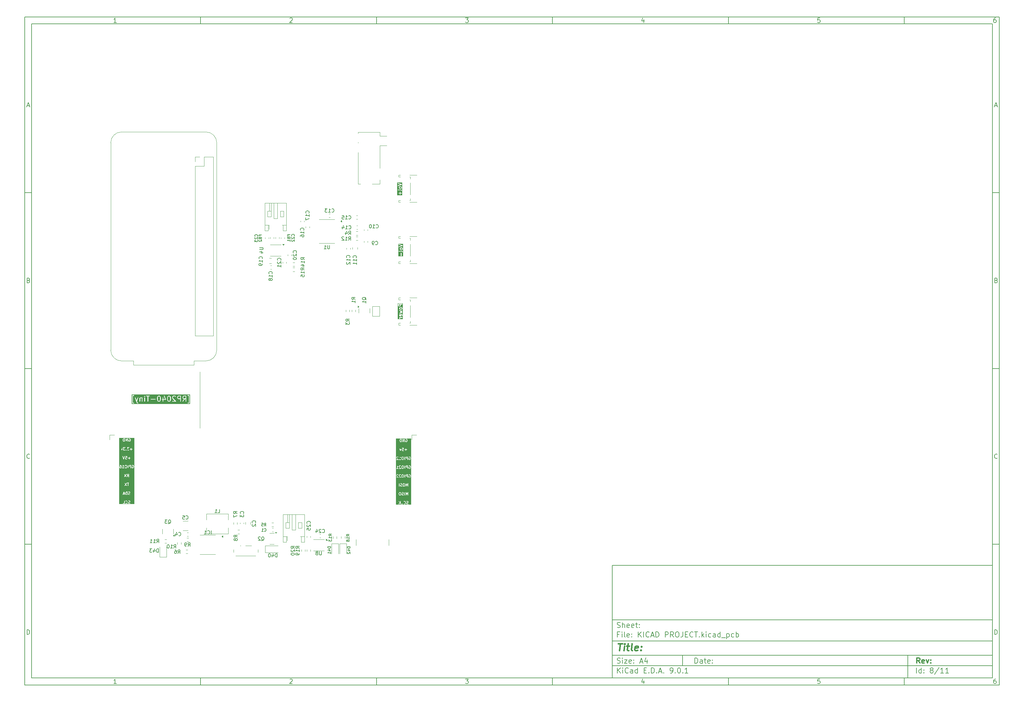
<source format=gbr>
%TF.GenerationSoftware,KiCad,Pcbnew,9.0.1*%
%TF.CreationDate,2025-07-11T00:17:54-07:00*%
%TF.ProjectId,KICAD PROJECT,4b494341-4420-4505-924f-4a4543542e6b,rev?*%
%TF.SameCoordinates,Original*%
%TF.FileFunction,Legend,Bot*%
%TF.FilePolarity,Positive*%
%FSLAX46Y46*%
G04 Gerber Fmt 4.6, Leading zero omitted, Abs format (unit mm)*
G04 Created by KiCad (PCBNEW 9.0.1) date 2025-07-11 00:17:54*
%MOMM*%
%LPD*%
G01*
G04 APERTURE LIST*
%ADD10C,0.100000*%
%ADD11C,0.150000*%
%ADD12C,0.300000*%
%ADD13C,0.400000*%
%ADD14C,0.157000*%
%ADD15C,0.200000*%
%ADD16C,0.120000*%
G04 APERTURE END LIST*
D10*
D11*
X177002200Y-166007200D02*
X285002200Y-166007200D01*
X285002200Y-198007200D01*
X177002200Y-198007200D01*
X177002200Y-166007200D01*
D10*
D11*
X10000000Y-10000000D02*
X287002200Y-10000000D01*
X287002200Y-200007200D01*
X10000000Y-200007200D01*
X10000000Y-10000000D01*
D10*
D11*
X12000000Y-12000000D02*
X285002200Y-12000000D01*
X285002200Y-198007200D01*
X12000000Y-198007200D01*
X12000000Y-12000000D01*
D10*
D11*
X60000000Y-12000000D02*
X60000000Y-10000000D01*
D10*
D11*
X110000000Y-12000000D02*
X110000000Y-10000000D01*
D10*
D11*
X160000000Y-12000000D02*
X160000000Y-10000000D01*
D10*
D11*
X210000000Y-12000000D02*
X210000000Y-10000000D01*
D10*
D11*
X260000000Y-12000000D02*
X260000000Y-10000000D01*
D10*
D11*
X36089160Y-11593604D02*
X35346303Y-11593604D01*
X35717731Y-11593604D02*
X35717731Y-10293604D01*
X35717731Y-10293604D02*
X35593922Y-10479319D01*
X35593922Y-10479319D02*
X35470112Y-10603128D01*
X35470112Y-10603128D02*
X35346303Y-10665033D01*
D10*
D11*
X85346303Y-10417414D02*
X85408207Y-10355509D01*
X85408207Y-10355509D02*
X85532017Y-10293604D01*
X85532017Y-10293604D02*
X85841541Y-10293604D01*
X85841541Y-10293604D02*
X85965350Y-10355509D01*
X85965350Y-10355509D02*
X86027255Y-10417414D01*
X86027255Y-10417414D02*
X86089160Y-10541223D01*
X86089160Y-10541223D02*
X86089160Y-10665033D01*
X86089160Y-10665033D02*
X86027255Y-10850747D01*
X86027255Y-10850747D02*
X85284398Y-11593604D01*
X85284398Y-11593604D02*
X86089160Y-11593604D01*
D10*
D11*
X135284398Y-10293604D02*
X136089160Y-10293604D01*
X136089160Y-10293604D02*
X135655826Y-10788842D01*
X135655826Y-10788842D02*
X135841541Y-10788842D01*
X135841541Y-10788842D02*
X135965350Y-10850747D01*
X135965350Y-10850747D02*
X136027255Y-10912652D01*
X136027255Y-10912652D02*
X136089160Y-11036461D01*
X136089160Y-11036461D02*
X136089160Y-11345985D01*
X136089160Y-11345985D02*
X136027255Y-11469795D01*
X136027255Y-11469795D02*
X135965350Y-11531700D01*
X135965350Y-11531700D02*
X135841541Y-11593604D01*
X135841541Y-11593604D02*
X135470112Y-11593604D01*
X135470112Y-11593604D02*
X135346303Y-11531700D01*
X135346303Y-11531700D02*
X135284398Y-11469795D01*
D10*
D11*
X185965350Y-10726938D02*
X185965350Y-11593604D01*
X185655826Y-10231700D02*
X185346303Y-11160271D01*
X185346303Y-11160271D02*
X186151064Y-11160271D01*
D10*
D11*
X236027255Y-10293604D02*
X235408207Y-10293604D01*
X235408207Y-10293604D02*
X235346303Y-10912652D01*
X235346303Y-10912652D02*
X235408207Y-10850747D01*
X235408207Y-10850747D02*
X235532017Y-10788842D01*
X235532017Y-10788842D02*
X235841541Y-10788842D01*
X235841541Y-10788842D02*
X235965350Y-10850747D01*
X235965350Y-10850747D02*
X236027255Y-10912652D01*
X236027255Y-10912652D02*
X236089160Y-11036461D01*
X236089160Y-11036461D02*
X236089160Y-11345985D01*
X236089160Y-11345985D02*
X236027255Y-11469795D01*
X236027255Y-11469795D02*
X235965350Y-11531700D01*
X235965350Y-11531700D02*
X235841541Y-11593604D01*
X235841541Y-11593604D02*
X235532017Y-11593604D01*
X235532017Y-11593604D02*
X235408207Y-11531700D01*
X235408207Y-11531700D02*
X235346303Y-11469795D01*
D10*
D11*
X285965350Y-10293604D02*
X285717731Y-10293604D01*
X285717731Y-10293604D02*
X285593922Y-10355509D01*
X285593922Y-10355509D02*
X285532017Y-10417414D01*
X285532017Y-10417414D02*
X285408207Y-10603128D01*
X285408207Y-10603128D02*
X285346303Y-10850747D01*
X285346303Y-10850747D02*
X285346303Y-11345985D01*
X285346303Y-11345985D02*
X285408207Y-11469795D01*
X285408207Y-11469795D02*
X285470112Y-11531700D01*
X285470112Y-11531700D02*
X285593922Y-11593604D01*
X285593922Y-11593604D02*
X285841541Y-11593604D01*
X285841541Y-11593604D02*
X285965350Y-11531700D01*
X285965350Y-11531700D02*
X286027255Y-11469795D01*
X286027255Y-11469795D02*
X286089160Y-11345985D01*
X286089160Y-11345985D02*
X286089160Y-11036461D01*
X286089160Y-11036461D02*
X286027255Y-10912652D01*
X286027255Y-10912652D02*
X285965350Y-10850747D01*
X285965350Y-10850747D02*
X285841541Y-10788842D01*
X285841541Y-10788842D02*
X285593922Y-10788842D01*
X285593922Y-10788842D02*
X285470112Y-10850747D01*
X285470112Y-10850747D02*
X285408207Y-10912652D01*
X285408207Y-10912652D02*
X285346303Y-11036461D01*
D10*
D11*
X60000000Y-198007200D02*
X60000000Y-200007200D01*
D10*
D11*
X110000000Y-198007200D02*
X110000000Y-200007200D01*
D10*
D11*
X160000000Y-198007200D02*
X160000000Y-200007200D01*
D10*
D11*
X210000000Y-198007200D02*
X210000000Y-200007200D01*
D10*
D11*
X260000000Y-198007200D02*
X260000000Y-200007200D01*
D10*
D11*
X36089160Y-199600804D02*
X35346303Y-199600804D01*
X35717731Y-199600804D02*
X35717731Y-198300804D01*
X35717731Y-198300804D02*
X35593922Y-198486519D01*
X35593922Y-198486519D02*
X35470112Y-198610328D01*
X35470112Y-198610328D02*
X35346303Y-198672233D01*
D10*
D11*
X85346303Y-198424614D02*
X85408207Y-198362709D01*
X85408207Y-198362709D02*
X85532017Y-198300804D01*
X85532017Y-198300804D02*
X85841541Y-198300804D01*
X85841541Y-198300804D02*
X85965350Y-198362709D01*
X85965350Y-198362709D02*
X86027255Y-198424614D01*
X86027255Y-198424614D02*
X86089160Y-198548423D01*
X86089160Y-198548423D02*
X86089160Y-198672233D01*
X86089160Y-198672233D02*
X86027255Y-198857947D01*
X86027255Y-198857947D02*
X85284398Y-199600804D01*
X85284398Y-199600804D02*
X86089160Y-199600804D01*
D10*
D11*
X135284398Y-198300804D02*
X136089160Y-198300804D01*
X136089160Y-198300804D02*
X135655826Y-198796042D01*
X135655826Y-198796042D02*
X135841541Y-198796042D01*
X135841541Y-198796042D02*
X135965350Y-198857947D01*
X135965350Y-198857947D02*
X136027255Y-198919852D01*
X136027255Y-198919852D02*
X136089160Y-199043661D01*
X136089160Y-199043661D02*
X136089160Y-199353185D01*
X136089160Y-199353185D02*
X136027255Y-199476995D01*
X136027255Y-199476995D02*
X135965350Y-199538900D01*
X135965350Y-199538900D02*
X135841541Y-199600804D01*
X135841541Y-199600804D02*
X135470112Y-199600804D01*
X135470112Y-199600804D02*
X135346303Y-199538900D01*
X135346303Y-199538900D02*
X135284398Y-199476995D01*
D10*
D11*
X185965350Y-198734138D02*
X185965350Y-199600804D01*
X185655826Y-198238900D02*
X185346303Y-199167471D01*
X185346303Y-199167471D02*
X186151064Y-199167471D01*
D10*
D11*
X236027255Y-198300804D02*
X235408207Y-198300804D01*
X235408207Y-198300804D02*
X235346303Y-198919852D01*
X235346303Y-198919852D02*
X235408207Y-198857947D01*
X235408207Y-198857947D02*
X235532017Y-198796042D01*
X235532017Y-198796042D02*
X235841541Y-198796042D01*
X235841541Y-198796042D02*
X235965350Y-198857947D01*
X235965350Y-198857947D02*
X236027255Y-198919852D01*
X236027255Y-198919852D02*
X236089160Y-199043661D01*
X236089160Y-199043661D02*
X236089160Y-199353185D01*
X236089160Y-199353185D02*
X236027255Y-199476995D01*
X236027255Y-199476995D02*
X235965350Y-199538900D01*
X235965350Y-199538900D02*
X235841541Y-199600804D01*
X235841541Y-199600804D02*
X235532017Y-199600804D01*
X235532017Y-199600804D02*
X235408207Y-199538900D01*
X235408207Y-199538900D02*
X235346303Y-199476995D01*
D10*
D11*
X285965350Y-198300804D02*
X285717731Y-198300804D01*
X285717731Y-198300804D02*
X285593922Y-198362709D01*
X285593922Y-198362709D02*
X285532017Y-198424614D01*
X285532017Y-198424614D02*
X285408207Y-198610328D01*
X285408207Y-198610328D02*
X285346303Y-198857947D01*
X285346303Y-198857947D02*
X285346303Y-199353185D01*
X285346303Y-199353185D02*
X285408207Y-199476995D01*
X285408207Y-199476995D02*
X285470112Y-199538900D01*
X285470112Y-199538900D02*
X285593922Y-199600804D01*
X285593922Y-199600804D02*
X285841541Y-199600804D01*
X285841541Y-199600804D02*
X285965350Y-199538900D01*
X285965350Y-199538900D02*
X286027255Y-199476995D01*
X286027255Y-199476995D02*
X286089160Y-199353185D01*
X286089160Y-199353185D02*
X286089160Y-199043661D01*
X286089160Y-199043661D02*
X286027255Y-198919852D01*
X286027255Y-198919852D02*
X285965350Y-198857947D01*
X285965350Y-198857947D02*
X285841541Y-198796042D01*
X285841541Y-198796042D02*
X285593922Y-198796042D01*
X285593922Y-198796042D02*
X285470112Y-198857947D01*
X285470112Y-198857947D02*
X285408207Y-198919852D01*
X285408207Y-198919852D02*
X285346303Y-199043661D01*
D10*
D11*
X10000000Y-60000000D02*
X12000000Y-60000000D01*
D10*
D11*
X10000000Y-110000000D02*
X12000000Y-110000000D01*
D10*
D11*
X10000000Y-160000000D02*
X12000000Y-160000000D01*
D10*
D11*
X10690476Y-35222176D02*
X11309523Y-35222176D01*
X10566666Y-35593604D02*
X10999999Y-34293604D01*
X10999999Y-34293604D02*
X11433333Y-35593604D01*
D10*
D11*
X11092857Y-84912652D02*
X11278571Y-84974557D01*
X11278571Y-84974557D02*
X11340476Y-85036461D01*
X11340476Y-85036461D02*
X11402380Y-85160271D01*
X11402380Y-85160271D02*
X11402380Y-85345985D01*
X11402380Y-85345985D02*
X11340476Y-85469795D01*
X11340476Y-85469795D02*
X11278571Y-85531700D01*
X11278571Y-85531700D02*
X11154761Y-85593604D01*
X11154761Y-85593604D02*
X10659523Y-85593604D01*
X10659523Y-85593604D02*
X10659523Y-84293604D01*
X10659523Y-84293604D02*
X11092857Y-84293604D01*
X11092857Y-84293604D02*
X11216666Y-84355509D01*
X11216666Y-84355509D02*
X11278571Y-84417414D01*
X11278571Y-84417414D02*
X11340476Y-84541223D01*
X11340476Y-84541223D02*
X11340476Y-84665033D01*
X11340476Y-84665033D02*
X11278571Y-84788842D01*
X11278571Y-84788842D02*
X11216666Y-84850747D01*
X11216666Y-84850747D02*
X11092857Y-84912652D01*
X11092857Y-84912652D02*
X10659523Y-84912652D01*
D10*
D11*
X11402380Y-135469795D02*
X11340476Y-135531700D01*
X11340476Y-135531700D02*
X11154761Y-135593604D01*
X11154761Y-135593604D02*
X11030952Y-135593604D01*
X11030952Y-135593604D02*
X10845238Y-135531700D01*
X10845238Y-135531700D02*
X10721428Y-135407890D01*
X10721428Y-135407890D02*
X10659523Y-135284080D01*
X10659523Y-135284080D02*
X10597619Y-135036461D01*
X10597619Y-135036461D02*
X10597619Y-134850747D01*
X10597619Y-134850747D02*
X10659523Y-134603128D01*
X10659523Y-134603128D02*
X10721428Y-134479319D01*
X10721428Y-134479319D02*
X10845238Y-134355509D01*
X10845238Y-134355509D02*
X11030952Y-134293604D01*
X11030952Y-134293604D02*
X11154761Y-134293604D01*
X11154761Y-134293604D02*
X11340476Y-134355509D01*
X11340476Y-134355509D02*
X11402380Y-134417414D01*
D10*
D11*
X10659523Y-185593604D02*
X10659523Y-184293604D01*
X10659523Y-184293604D02*
X10969047Y-184293604D01*
X10969047Y-184293604D02*
X11154761Y-184355509D01*
X11154761Y-184355509D02*
X11278571Y-184479319D01*
X11278571Y-184479319D02*
X11340476Y-184603128D01*
X11340476Y-184603128D02*
X11402380Y-184850747D01*
X11402380Y-184850747D02*
X11402380Y-185036461D01*
X11402380Y-185036461D02*
X11340476Y-185284080D01*
X11340476Y-185284080D02*
X11278571Y-185407890D01*
X11278571Y-185407890D02*
X11154761Y-185531700D01*
X11154761Y-185531700D02*
X10969047Y-185593604D01*
X10969047Y-185593604D02*
X10659523Y-185593604D01*
D10*
D11*
X287002200Y-60000000D02*
X285002200Y-60000000D01*
D10*
D11*
X287002200Y-110000000D02*
X285002200Y-110000000D01*
D10*
D11*
X287002200Y-160000000D02*
X285002200Y-160000000D01*
D10*
D11*
X285692676Y-35222176D02*
X286311723Y-35222176D01*
X285568866Y-35593604D02*
X286002199Y-34293604D01*
X286002199Y-34293604D02*
X286435533Y-35593604D01*
D10*
D11*
X286095057Y-84912652D02*
X286280771Y-84974557D01*
X286280771Y-84974557D02*
X286342676Y-85036461D01*
X286342676Y-85036461D02*
X286404580Y-85160271D01*
X286404580Y-85160271D02*
X286404580Y-85345985D01*
X286404580Y-85345985D02*
X286342676Y-85469795D01*
X286342676Y-85469795D02*
X286280771Y-85531700D01*
X286280771Y-85531700D02*
X286156961Y-85593604D01*
X286156961Y-85593604D02*
X285661723Y-85593604D01*
X285661723Y-85593604D02*
X285661723Y-84293604D01*
X285661723Y-84293604D02*
X286095057Y-84293604D01*
X286095057Y-84293604D02*
X286218866Y-84355509D01*
X286218866Y-84355509D02*
X286280771Y-84417414D01*
X286280771Y-84417414D02*
X286342676Y-84541223D01*
X286342676Y-84541223D02*
X286342676Y-84665033D01*
X286342676Y-84665033D02*
X286280771Y-84788842D01*
X286280771Y-84788842D02*
X286218866Y-84850747D01*
X286218866Y-84850747D02*
X286095057Y-84912652D01*
X286095057Y-84912652D02*
X285661723Y-84912652D01*
D10*
D11*
X286404580Y-135469795D02*
X286342676Y-135531700D01*
X286342676Y-135531700D02*
X286156961Y-135593604D01*
X286156961Y-135593604D02*
X286033152Y-135593604D01*
X286033152Y-135593604D02*
X285847438Y-135531700D01*
X285847438Y-135531700D02*
X285723628Y-135407890D01*
X285723628Y-135407890D02*
X285661723Y-135284080D01*
X285661723Y-135284080D02*
X285599819Y-135036461D01*
X285599819Y-135036461D02*
X285599819Y-134850747D01*
X285599819Y-134850747D02*
X285661723Y-134603128D01*
X285661723Y-134603128D02*
X285723628Y-134479319D01*
X285723628Y-134479319D02*
X285847438Y-134355509D01*
X285847438Y-134355509D02*
X286033152Y-134293604D01*
X286033152Y-134293604D02*
X286156961Y-134293604D01*
X286156961Y-134293604D02*
X286342676Y-134355509D01*
X286342676Y-134355509D02*
X286404580Y-134417414D01*
D10*
D11*
X285661723Y-185593604D02*
X285661723Y-184293604D01*
X285661723Y-184293604D02*
X285971247Y-184293604D01*
X285971247Y-184293604D02*
X286156961Y-184355509D01*
X286156961Y-184355509D02*
X286280771Y-184479319D01*
X286280771Y-184479319D02*
X286342676Y-184603128D01*
X286342676Y-184603128D02*
X286404580Y-184850747D01*
X286404580Y-184850747D02*
X286404580Y-185036461D01*
X286404580Y-185036461D02*
X286342676Y-185284080D01*
X286342676Y-185284080D02*
X286280771Y-185407890D01*
X286280771Y-185407890D02*
X286156961Y-185531700D01*
X286156961Y-185531700D02*
X285971247Y-185593604D01*
X285971247Y-185593604D02*
X285661723Y-185593604D01*
D10*
D11*
X200458026Y-193793328D02*
X200458026Y-192293328D01*
X200458026Y-192293328D02*
X200815169Y-192293328D01*
X200815169Y-192293328D02*
X201029455Y-192364757D01*
X201029455Y-192364757D02*
X201172312Y-192507614D01*
X201172312Y-192507614D02*
X201243741Y-192650471D01*
X201243741Y-192650471D02*
X201315169Y-192936185D01*
X201315169Y-192936185D02*
X201315169Y-193150471D01*
X201315169Y-193150471D02*
X201243741Y-193436185D01*
X201243741Y-193436185D02*
X201172312Y-193579042D01*
X201172312Y-193579042D02*
X201029455Y-193721900D01*
X201029455Y-193721900D02*
X200815169Y-193793328D01*
X200815169Y-193793328D02*
X200458026Y-193793328D01*
X202600884Y-193793328D02*
X202600884Y-193007614D01*
X202600884Y-193007614D02*
X202529455Y-192864757D01*
X202529455Y-192864757D02*
X202386598Y-192793328D01*
X202386598Y-192793328D02*
X202100884Y-192793328D01*
X202100884Y-192793328D02*
X201958026Y-192864757D01*
X202600884Y-193721900D02*
X202458026Y-193793328D01*
X202458026Y-193793328D02*
X202100884Y-193793328D01*
X202100884Y-193793328D02*
X201958026Y-193721900D01*
X201958026Y-193721900D02*
X201886598Y-193579042D01*
X201886598Y-193579042D02*
X201886598Y-193436185D01*
X201886598Y-193436185D02*
X201958026Y-193293328D01*
X201958026Y-193293328D02*
X202100884Y-193221900D01*
X202100884Y-193221900D02*
X202458026Y-193221900D01*
X202458026Y-193221900D02*
X202600884Y-193150471D01*
X203100884Y-192793328D02*
X203672312Y-192793328D01*
X203315169Y-192293328D02*
X203315169Y-193579042D01*
X203315169Y-193579042D02*
X203386598Y-193721900D01*
X203386598Y-193721900D02*
X203529455Y-193793328D01*
X203529455Y-193793328D02*
X203672312Y-193793328D01*
X204743741Y-193721900D02*
X204600884Y-193793328D01*
X204600884Y-193793328D02*
X204315170Y-193793328D01*
X204315170Y-193793328D02*
X204172312Y-193721900D01*
X204172312Y-193721900D02*
X204100884Y-193579042D01*
X204100884Y-193579042D02*
X204100884Y-193007614D01*
X204100884Y-193007614D02*
X204172312Y-192864757D01*
X204172312Y-192864757D02*
X204315170Y-192793328D01*
X204315170Y-192793328D02*
X204600884Y-192793328D01*
X204600884Y-192793328D02*
X204743741Y-192864757D01*
X204743741Y-192864757D02*
X204815170Y-193007614D01*
X204815170Y-193007614D02*
X204815170Y-193150471D01*
X204815170Y-193150471D02*
X204100884Y-193293328D01*
X205458026Y-193650471D02*
X205529455Y-193721900D01*
X205529455Y-193721900D02*
X205458026Y-193793328D01*
X205458026Y-193793328D02*
X205386598Y-193721900D01*
X205386598Y-193721900D02*
X205458026Y-193650471D01*
X205458026Y-193650471D02*
X205458026Y-193793328D01*
X205458026Y-192864757D02*
X205529455Y-192936185D01*
X205529455Y-192936185D02*
X205458026Y-193007614D01*
X205458026Y-193007614D02*
X205386598Y-192936185D01*
X205386598Y-192936185D02*
X205458026Y-192864757D01*
X205458026Y-192864757D02*
X205458026Y-193007614D01*
D10*
D11*
X177002200Y-194507200D02*
X285002200Y-194507200D01*
D10*
D11*
X178458026Y-196593328D02*
X178458026Y-195093328D01*
X179315169Y-196593328D02*
X178672312Y-195736185D01*
X179315169Y-195093328D02*
X178458026Y-195950471D01*
X179958026Y-196593328D02*
X179958026Y-195593328D01*
X179958026Y-195093328D02*
X179886598Y-195164757D01*
X179886598Y-195164757D02*
X179958026Y-195236185D01*
X179958026Y-195236185D02*
X180029455Y-195164757D01*
X180029455Y-195164757D02*
X179958026Y-195093328D01*
X179958026Y-195093328D02*
X179958026Y-195236185D01*
X181529455Y-196450471D02*
X181458027Y-196521900D01*
X181458027Y-196521900D02*
X181243741Y-196593328D01*
X181243741Y-196593328D02*
X181100884Y-196593328D01*
X181100884Y-196593328D02*
X180886598Y-196521900D01*
X180886598Y-196521900D02*
X180743741Y-196379042D01*
X180743741Y-196379042D02*
X180672312Y-196236185D01*
X180672312Y-196236185D02*
X180600884Y-195950471D01*
X180600884Y-195950471D02*
X180600884Y-195736185D01*
X180600884Y-195736185D02*
X180672312Y-195450471D01*
X180672312Y-195450471D02*
X180743741Y-195307614D01*
X180743741Y-195307614D02*
X180886598Y-195164757D01*
X180886598Y-195164757D02*
X181100884Y-195093328D01*
X181100884Y-195093328D02*
X181243741Y-195093328D01*
X181243741Y-195093328D02*
X181458027Y-195164757D01*
X181458027Y-195164757D02*
X181529455Y-195236185D01*
X182815170Y-196593328D02*
X182815170Y-195807614D01*
X182815170Y-195807614D02*
X182743741Y-195664757D01*
X182743741Y-195664757D02*
X182600884Y-195593328D01*
X182600884Y-195593328D02*
X182315170Y-195593328D01*
X182315170Y-195593328D02*
X182172312Y-195664757D01*
X182815170Y-196521900D02*
X182672312Y-196593328D01*
X182672312Y-196593328D02*
X182315170Y-196593328D01*
X182315170Y-196593328D02*
X182172312Y-196521900D01*
X182172312Y-196521900D02*
X182100884Y-196379042D01*
X182100884Y-196379042D02*
X182100884Y-196236185D01*
X182100884Y-196236185D02*
X182172312Y-196093328D01*
X182172312Y-196093328D02*
X182315170Y-196021900D01*
X182315170Y-196021900D02*
X182672312Y-196021900D01*
X182672312Y-196021900D02*
X182815170Y-195950471D01*
X184172313Y-196593328D02*
X184172313Y-195093328D01*
X184172313Y-196521900D02*
X184029455Y-196593328D01*
X184029455Y-196593328D02*
X183743741Y-196593328D01*
X183743741Y-196593328D02*
X183600884Y-196521900D01*
X183600884Y-196521900D02*
X183529455Y-196450471D01*
X183529455Y-196450471D02*
X183458027Y-196307614D01*
X183458027Y-196307614D02*
X183458027Y-195879042D01*
X183458027Y-195879042D02*
X183529455Y-195736185D01*
X183529455Y-195736185D02*
X183600884Y-195664757D01*
X183600884Y-195664757D02*
X183743741Y-195593328D01*
X183743741Y-195593328D02*
X184029455Y-195593328D01*
X184029455Y-195593328D02*
X184172313Y-195664757D01*
X186029455Y-195807614D02*
X186529455Y-195807614D01*
X186743741Y-196593328D02*
X186029455Y-196593328D01*
X186029455Y-196593328D02*
X186029455Y-195093328D01*
X186029455Y-195093328D02*
X186743741Y-195093328D01*
X187386598Y-196450471D02*
X187458027Y-196521900D01*
X187458027Y-196521900D02*
X187386598Y-196593328D01*
X187386598Y-196593328D02*
X187315170Y-196521900D01*
X187315170Y-196521900D02*
X187386598Y-196450471D01*
X187386598Y-196450471D02*
X187386598Y-196593328D01*
X188100884Y-196593328D02*
X188100884Y-195093328D01*
X188100884Y-195093328D02*
X188458027Y-195093328D01*
X188458027Y-195093328D02*
X188672313Y-195164757D01*
X188672313Y-195164757D02*
X188815170Y-195307614D01*
X188815170Y-195307614D02*
X188886599Y-195450471D01*
X188886599Y-195450471D02*
X188958027Y-195736185D01*
X188958027Y-195736185D02*
X188958027Y-195950471D01*
X188958027Y-195950471D02*
X188886599Y-196236185D01*
X188886599Y-196236185D02*
X188815170Y-196379042D01*
X188815170Y-196379042D02*
X188672313Y-196521900D01*
X188672313Y-196521900D02*
X188458027Y-196593328D01*
X188458027Y-196593328D02*
X188100884Y-196593328D01*
X189600884Y-196450471D02*
X189672313Y-196521900D01*
X189672313Y-196521900D02*
X189600884Y-196593328D01*
X189600884Y-196593328D02*
X189529456Y-196521900D01*
X189529456Y-196521900D02*
X189600884Y-196450471D01*
X189600884Y-196450471D02*
X189600884Y-196593328D01*
X190243742Y-196164757D02*
X190958028Y-196164757D01*
X190100885Y-196593328D02*
X190600885Y-195093328D01*
X190600885Y-195093328D02*
X191100885Y-196593328D01*
X191600884Y-196450471D02*
X191672313Y-196521900D01*
X191672313Y-196521900D02*
X191600884Y-196593328D01*
X191600884Y-196593328D02*
X191529456Y-196521900D01*
X191529456Y-196521900D02*
X191600884Y-196450471D01*
X191600884Y-196450471D02*
X191600884Y-196593328D01*
X193529456Y-196593328D02*
X193815170Y-196593328D01*
X193815170Y-196593328D02*
X193958027Y-196521900D01*
X193958027Y-196521900D02*
X194029456Y-196450471D01*
X194029456Y-196450471D02*
X194172313Y-196236185D01*
X194172313Y-196236185D02*
X194243742Y-195950471D01*
X194243742Y-195950471D02*
X194243742Y-195379042D01*
X194243742Y-195379042D02*
X194172313Y-195236185D01*
X194172313Y-195236185D02*
X194100885Y-195164757D01*
X194100885Y-195164757D02*
X193958027Y-195093328D01*
X193958027Y-195093328D02*
X193672313Y-195093328D01*
X193672313Y-195093328D02*
X193529456Y-195164757D01*
X193529456Y-195164757D02*
X193458027Y-195236185D01*
X193458027Y-195236185D02*
X193386599Y-195379042D01*
X193386599Y-195379042D02*
X193386599Y-195736185D01*
X193386599Y-195736185D02*
X193458027Y-195879042D01*
X193458027Y-195879042D02*
X193529456Y-195950471D01*
X193529456Y-195950471D02*
X193672313Y-196021900D01*
X193672313Y-196021900D02*
X193958027Y-196021900D01*
X193958027Y-196021900D02*
X194100885Y-195950471D01*
X194100885Y-195950471D02*
X194172313Y-195879042D01*
X194172313Y-195879042D02*
X194243742Y-195736185D01*
X194886598Y-196450471D02*
X194958027Y-196521900D01*
X194958027Y-196521900D02*
X194886598Y-196593328D01*
X194886598Y-196593328D02*
X194815170Y-196521900D01*
X194815170Y-196521900D02*
X194886598Y-196450471D01*
X194886598Y-196450471D02*
X194886598Y-196593328D01*
X195886599Y-195093328D02*
X196029456Y-195093328D01*
X196029456Y-195093328D02*
X196172313Y-195164757D01*
X196172313Y-195164757D02*
X196243742Y-195236185D01*
X196243742Y-195236185D02*
X196315170Y-195379042D01*
X196315170Y-195379042D02*
X196386599Y-195664757D01*
X196386599Y-195664757D02*
X196386599Y-196021900D01*
X196386599Y-196021900D02*
X196315170Y-196307614D01*
X196315170Y-196307614D02*
X196243742Y-196450471D01*
X196243742Y-196450471D02*
X196172313Y-196521900D01*
X196172313Y-196521900D02*
X196029456Y-196593328D01*
X196029456Y-196593328D02*
X195886599Y-196593328D01*
X195886599Y-196593328D02*
X195743742Y-196521900D01*
X195743742Y-196521900D02*
X195672313Y-196450471D01*
X195672313Y-196450471D02*
X195600884Y-196307614D01*
X195600884Y-196307614D02*
X195529456Y-196021900D01*
X195529456Y-196021900D02*
X195529456Y-195664757D01*
X195529456Y-195664757D02*
X195600884Y-195379042D01*
X195600884Y-195379042D02*
X195672313Y-195236185D01*
X195672313Y-195236185D02*
X195743742Y-195164757D01*
X195743742Y-195164757D02*
X195886599Y-195093328D01*
X197029455Y-196450471D02*
X197100884Y-196521900D01*
X197100884Y-196521900D02*
X197029455Y-196593328D01*
X197029455Y-196593328D02*
X196958027Y-196521900D01*
X196958027Y-196521900D02*
X197029455Y-196450471D01*
X197029455Y-196450471D02*
X197029455Y-196593328D01*
X198529456Y-196593328D02*
X197672313Y-196593328D01*
X198100884Y-196593328D02*
X198100884Y-195093328D01*
X198100884Y-195093328D02*
X197958027Y-195307614D01*
X197958027Y-195307614D02*
X197815170Y-195450471D01*
X197815170Y-195450471D02*
X197672313Y-195521900D01*
D10*
D11*
X177002200Y-191507200D02*
X285002200Y-191507200D01*
D10*
D12*
X264413853Y-193785528D02*
X263913853Y-193071242D01*
X263556710Y-193785528D02*
X263556710Y-192285528D01*
X263556710Y-192285528D02*
X264128139Y-192285528D01*
X264128139Y-192285528D02*
X264270996Y-192356957D01*
X264270996Y-192356957D02*
X264342425Y-192428385D01*
X264342425Y-192428385D02*
X264413853Y-192571242D01*
X264413853Y-192571242D02*
X264413853Y-192785528D01*
X264413853Y-192785528D02*
X264342425Y-192928385D01*
X264342425Y-192928385D02*
X264270996Y-192999814D01*
X264270996Y-192999814D02*
X264128139Y-193071242D01*
X264128139Y-193071242D02*
X263556710Y-193071242D01*
X265628139Y-193714100D02*
X265485282Y-193785528D01*
X265485282Y-193785528D02*
X265199568Y-193785528D01*
X265199568Y-193785528D02*
X265056710Y-193714100D01*
X265056710Y-193714100D02*
X264985282Y-193571242D01*
X264985282Y-193571242D02*
X264985282Y-192999814D01*
X264985282Y-192999814D02*
X265056710Y-192856957D01*
X265056710Y-192856957D02*
X265199568Y-192785528D01*
X265199568Y-192785528D02*
X265485282Y-192785528D01*
X265485282Y-192785528D02*
X265628139Y-192856957D01*
X265628139Y-192856957D02*
X265699568Y-192999814D01*
X265699568Y-192999814D02*
X265699568Y-193142671D01*
X265699568Y-193142671D02*
X264985282Y-193285528D01*
X266199567Y-192785528D02*
X266556710Y-193785528D01*
X266556710Y-193785528D02*
X266913853Y-192785528D01*
X267485281Y-193642671D02*
X267556710Y-193714100D01*
X267556710Y-193714100D02*
X267485281Y-193785528D01*
X267485281Y-193785528D02*
X267413853Y-193714100D01*
X267413853Y-193714100D02*
X267485281Y-193642671D01*
X267485281Y-193642671D02*
X267485281Y-193785528D01*
X267485281Y-192856957D02*
X267556710Y-192928385D01*
X267556710Y-192928385D02*
X267485281Y-192999814D01*
X267485281Y-192999814D02*
X267413853Y-192928385D01*
X267413853Y-192928385D02*
X267485281Y-192856957D01*
X267485281Y-192856957D02*
X267485281Y-192999814D01*
D10*
D11*
X178386598Y-193721900D02*
X178600884Y-193793328D01*
X178600884Y-193793328D02*
X178958026Y-193793328D01*
X178958026Y-193793328D02*
X179100884Y-193721900D01*
X179100884Y-193721900D02*
X179172312Y-193650471D01*
X179172312Y-193650471D02*
X179243741Y-193507614D01*
X179243741Y-193507614D02*
X179243741Y-193364757D01*
X179243741Y-193364757D02*
X179172312Y-193221900D01*
X179172312Y-193221900D02*
X179100884Y-193150471D01*
X179100884Y-193150471D02*
X178958026Y-193079042D01*
X178958026Y-193079042D02*
X178672312Y-193007614D01*
X178672312Y-193007614D02*
X178529455Y-192936185D01*
X178529455Y-192936185D02*
X178458026Y-192864757D01*
X178458026Y-192864757D02*
X178386598Y-192721900D01*
X178386598Y-192721900D02*
X178386598Y-192579042D01*
X178386598Y-192579042D02*
X178458026Y-192436185D01*
X178458026Y-192436185D02*
X178529455Y-192364757D01*
X178529455Y-192364757D02*
X178672312Y-192293328D01*
X178672312Y-192293328D02*
X179029455Y-192293328D01*
X179029455Y-192293328D02*
X179243741Y-192364757D01*
X179886597Y-193793328D02*
X179886597Y-192793328D01*
X179886597Y-192293328D02*
X179815169Y-192364757D01*
X179815169Y-192364757D02*
X179886597Y-192436185D01*
X179886597Y-192436185D02*
X179958026Y-192364757D01*
X179958026Y-192364757D02*
X179886597Y-192293328D01*
X179886597Y-192293328D02*
X179886597Y-192436185D01*
X180458026Y-192793328D02*
X181243741Y-192793328D01*
X181243741Y-192793328D02*
X180458026Y-193793328D01*
X180458026Y-193793328D02*
X181243741Y-193793328D01*
X182386598Y-193721900D02*
X182243741Y-193793328D01*
X182243741Y-193793328D02*
X181958027Y-193793328D01*
X181958027Y-193793328D02*
X181815169Y-193721900D01*
X181815169Y-193721900D02*
X181743741Y-193579042D01*
X181743741Y-193579042D02*
X181743741Y-193007614D01*
X181743741Y-193007614D02*
X181815169Y-192864757D01*
X181815169Y-192864757D02*
X181958027Y-192793328D01*
X181958027Y-192793328D02*
X182243741Y-192793328D01*
X182243741Y-192793328D02*
X182386598Y-192864757D01*
X182386598Y-192864757D02*
X182458027Y-193007614D01*
X182458027Y-193007614D02*
X182458027Y-193150471D01*
X182458027Y-193150471D02*
X181743741Y-193293328D01*
X183100883Y-193650471D02*
X183172312Y-193721900D01*
X183172312Y-193721900D02*
X183100883Y-193793328D01*
X183100883Y-193793328D02*
X183029455Y-193721900D01*
X183029455Y-193721900D02*
X183100883Y-193650471D01*
X183100883Y-193650471D02*
X183100883Y-193793328D01*
X183100883Y-192864757D02*
X183172312Y-192936185D01*
X183172312Y-192936185D02*
X183100883Y-193007614D01*
X183100883Y-193007614D02*
X183029455Y-192936185D01*
X183029455Y-192936185D02*
X183100883Y-192864757D01*
X183100883Y-192864757D02*
X183100883Y-193007614D01*
X184886598Y-193364757D02*
X185600884Y-193364757D01*
X184743741Y-193793328D02*
X185243741Y-192293328D01*
X185243741Y-192293328D02*
X185743741Y-193793328D01*
X186886598Y-192793328D02*
X186886598Y-193793328D01*
X186529455Y-192221900D02*
X186172312Y-193293328D01*
X186172312Y-193293328D02*
X187100883Y-193293328D01*
D10*
D11*
X263458026Y-196593328D02*
X263458026Y-195093328D01*
X264815170Y-196593328D02*
X264815170Y-195093328D01*
X264815170Y-196521900D02*
X264672312Y-196593328D01*
X264672312Y-196593328D02*
X264386598Y-196593328D01*
X264386598Y-196593328D02*
X264243741Y-196521900D01*
X264243741Y-196521900D02*
X264172312Y-196450471D01*
X264172312Y-196450471D02*
X264100884Y-196307614D01*
X264100884Y-196307614D02*
X264100884Y-195879042D01*
X264100884Y-195879042D02*
X264172312Y-195736185D01*
X264172312Y-195736185D02*
X264243741Y-195664757D01*
X264243741Y-195664757D02*
X264386598Y-195593328D01*
X264386598Y-195593328D02*
X264672312Y-195593328D01*
X264672312Y-195593328D02*
X264815170Y-195664757D01*
X265529455Y-196450471D02*
X265600884Y-196521900D01*
X265600884Y-196521900D02*
X265529455Y-196593328D01*
X265529455Y-196593328D02*
X265458027Y-196521900D01*
X265458027Y-196521900D02*
X265529455Y-196450471D01*
X265529455Y-196450471D02*
X265529455Y-196593328D01*
X265529455Y-195664757D02*
X265600884Y-195736185D01*
X265600884Y-195736185D02*
X265529455Y-195807614D01*
X265529455Y-195807614D02*
X265458027Y-195736185D01*
X265458027Y-195736185D02*
X265529455Y-195664757D01*
X265529455Y-195664757D02*
X265529455Y-195807614D01*
X267600884Y-195736185D02*
X267458027Y-195664757D01*
X267458027Y-195664757D02*
X267386598Y-195593328D01*
X267386598Y-195593328D02*
X267315170Y-195450471D01*
X267315170Y-195450471D02*
X267315170Y-195379042D01*
X267315170Y-195379042D02*
X267386598Y-195236185D01*
X267386598Y-195236185D02*
X267458027Y-195164757D01*
X267458027Y-195164757D02*
X267600884Y-195093328D01*
X267600884Y-195093328D02*
X267886598Y-195093328D01*
X267886598Y-195093328D02*
X268029456Y-195164757D01*
X268029456Y-195164757D02*
X268100884Y-195236185D01*
X268100884Y-195236185D02*
X268172313Y-195379042D01*
X268172313Y-195379042D02*
X268172313Y-195450471D01*
X268172313Y-195450471D02*
X268100884Y-195593328D01*
X268100884Y-195593328D02*
X268029456Y-195664757D01*
X268029456Y-195664757D02*
X267886598Y-195736185D01*
X267886598Y-195736185D02*
X267600884Y-195736185D01*
X267600884Y-195736185D02*
X267458027Y-195807614D01*
X267458027Y-195807614D02*
X267386598Y-195879042D01*
X267386598Y-195879042D02*
X267315170Y-196021900D01*
X267315170Y-196021900D02*
X267315170Y-196307614D01*
X267315170Y-196307614D02*
X267386598Y-196450471D01*
X267386598Y-196450471D02*
X267458027Y-196521900D01*
X267458027Y-196521900D02*
X267600884Y-196593328D01*
X267600884Y-196593328D02*
X267886598Y-196593328D01*
X267886598Y-196593328D02*
X268029456Y-196521900D01*
X268029456Y-196521900D02*
X268100884Y-196450471D01*
X268100884Y-196450471D02*
X268172313Y-196307614D01*
X268172313Y-196307614D02*
X268172313Y-196021900D01*
X268172313Y-196021900D02*
X268100884Y-195879042D01*
X268100884Y-195879042D02*
X268029456Y-195807614D01*
X268029456Y-195807614D02*
X267886598Y-195736185D01*
X269886598Y-195021900D02*
X268600884Y-196950471D01*
X271172313Y-196593328D02*
X270315170Y-196593328D01*
X270743741Y-196593328D02*
X270743741Y-195093328D01*
X270743741Y-195093328D02*
X270600884Y-195307614D01*
X270600884Y-195307614D02*
X270458027Y-195450471D01*
X270458027Y-195450471D02*
X270315170Y-195521900D01*
X272600884Y-196593328D02*
X271743741Y-196593328D01*
X272172312Y-196593328D02*
X272172312Y-195093328D01*
X272172312Y-195093328D02*
X272029455Y-195307614D01*
X272029455Y-195307614D02*
X271886598Y-195450471D01*
X271886598Y-195450471D02*
X271743741Y-195521900D01*
D10*
D11*
X177002200Y-187507200D02*
X285002200Y-187507200D01*
D10*
D13*
X178693928Y-188211638D02*
X179836785Y-188211638D01*
X179015357Y-190211638D02*
X179265357Y-188211638D01*
X180253452Y-190211638D02*
X180420119Y-188878304D01*
X180503452Y-188211638D02*
X180396309Y-188306876D01*
X180396309Y-188306876D02*
X180479643Y-188402114D01*
X180479643Y-188402114D02*
X180586786Y-188306876D01*
X180586786Y-188306876D02*
X180503452Y-188211638D01*
X180503452Y-188211638D02*
X180479643Y-188402114D01*
X181086786Y-188878304D02*
X181848690Y-188878304D01*
X181455833Y-188211638D02*
X181241548Y-189925923D01*
X181241548Y-189925923D02*
X181312976Y-190116400D01*
X181312976Y-190116400D02*
X181491548Y-190211638D01*
X181491548Y-190211638D02*
X181682024Y-190211638D01*
X182634405Y-190211638D02*
X182455833Y-190116400D01*
X182455833Y-190116400D02*
X182384405Y-189925923D01*
X182384405Y-189925923D02*
X182598690Y-188211638D01*
X184170119Y-190116400D02*
X183967738Y-190211638D01*
X183967738Y-190211638D02*
X183586785Y-190211638D01*
X183586785Y-190211638D02*
X183408214Y-190116400D01*
X183408214Y-190116400D02*
X183336785Y-189925923D01*
X183336785Y-189925923D02*
X183432024Y-189164019D01*
X183432024Y-189164019D02*
X183551071Y-188973542D01*
X183551071Y-188973542D02*
X183753452Y-188878304D01*
X183753452Y-188878304D02*
X184134404Y-188878304D01*
X184134404Y-188878304D02*
X184312976Y-188973542D01*
X184312976Y-188973542D02*
X184384404Y-189164019D01*
X184384404Y-189164019D02*
X184360595Y-189354495D01*
X184360595Y-189354495D02*
X183384404Y-189544971D01*
X185134405Y-190021161D02*
X185217738Y-190116400D01*
X185217738Y-190116400D02*
X185110595Y-190211638D01*
X185110595Y-190211638D02*
X185027262Y-190116400D01*
X185027262Y-190116400D02*
X185134405Y-190021161D01*
X185134405Y-190021161D02*
X185110595Y-190211638D01*
X185265357Y-188973542D02*
X185348690Y-189068780D01*
X185348690Y-189068780D02*
X185241548Y-189164019D01*
X185241548Y-189164019D02*
X185158214Y-189068780D01*
X185158214Y-189068780D02*
X185265357Y-188973542D01*
X185265357Y-188973542D02*
X185241548Y-189164019D01*
D10*
D11*
X178958026Y-185607614D02*
X178458026Y-185607614D01*
X178458026Y-186393328D02*
X178458026Y-184893328D01*
X178458026Y-184893328D02*
X179172312Y-184893328D01*
X179743740Y-186393328D02*
X179743740Y-185393328D01*
X179743740Y-184893328D02*
X179672312Y-184964757D01*
X179672312Y-184964757D02*
X179743740Y-185036185D01*
X179743740Y-185036185D02*
X179815169Y-184964757D01*
X179815169Y-184964757D02*
X179743740Y-184893328D01*
X179743740Y-184893328D02*
X179743740Y-185036185D01*
X180672312Y-186393328D02*
X180529455Y-186321900D01*
X180529455Y-186321900D02*
X180458026Y-186179042D01*
X180458026Y-186179042D02*
X180458026Y-184893328D01*
X181815169Y-186321900D02*
X181672312Y-186393328D01*
X181672312Y-186393328D02*
X181386598Y-186393328D01*
X181386598Y-186393328D02*
X181243740Y-186321900D01*
X181243740Y-186321900D02*
X181172312Y-186179042D01*
X181172312Y-186179042D02*
X181172312Y-185607614D01*
X181172312Y-185607614D02*
X181243740Y-185464757D01*
X181243740Y-185464757D02*
X181386598Y-185393328D01*
X181386598Y-185393328D02*
X181672312Y-185393328D01*
X181672312Y-185393328D02*
X181815169Y-185464757D01*
X181815169Y-185464757D02*
X181886598Y-185607614D01*
X181886598Y-185607614D02*
X181886598Y-185750471D01*
X181886598Y-185750471D02*
X181172312Y-185893328D01*
X182529454Y-186250471D02*
X182600883Y-186321900D01*
X182600883Y-186321900D02*
X182529454Y-186393328D01*
X182529454Y-186393328D02*
X182458026Y-186321900D01*
X182458026Y-186321900D02*
X182529454Y-186250471D01*
X182529454Y-186250471D02*
X182529454Y-186393328D01*
X182529454Y-185464757D02*
X182600883Y-185536185D01*
X182600883Y-185536185D02*
X182529454Y-185607614D01*
X182529454Y-185607614D02*
X182458026Y-185536185D01*
X182458026Y-185536185D02*
X182529454Y-185464757D01*
X182529454Y-185464757D02*
X182529454Y-185607614D01*
X184386597Y-186393328D02*
X184386597Y-184893328D01*
X185243740Y-186393328D02*
X184600883Y-185536185D01*
X185243740Y-184893328D02*
X184386597Y-185750471D01*
X185886597Y-186393328D02*
X185886597Y-184893328D01*
X187458026Y-186250471D02*
X187386598Y-186321900D01*
X187386598Y-186321900D02*
X187172312Y-186393328D01*
X187172312Y-186393328D02*
X187029455Y-186393328D01*
X187029455Y-186393328D02*
X186815169Y-186321900D01*
X186815169Y-186321900D02*
X186672312Y-186179042D01*
X186672312Y-186179042D02*
X186600883Y-186036185D01*
X186600883Y-186036185D02*
X186529455Y-185750471D01*
X186529455Y-185750471D02*
X186529455Y-185536185D01*
X186529455Y-185536185D02*
X186600883Y-185250471D01*
X186600883Y-185250471D02*
X186672312Y-185107614D01*
X186672312Y-185107614D02*
X186815169Y-184964757D01*
X186815169Y-184964757D02*
X187029455Y-184893328D01*
X187029455Y-184893328D02*
X187172312Y-184893328D01*
X187172312Y-184893328D02*
X187386598Y-184964757D01*
X187386598Y-184964757D02*
X187458026Y-185036185D01*
X188029455Y-185964757D02*
X188743741Y-185964757D01*
X187886598Y-186393328D02*
X188386598Y-184893328D01*
X188386598Y-184893328D02*
X188886598Y-186393328D01*
X189386597Y-186393328D02*
X189386597Y-184893328D01*
X189386597Y-184893328D02*
X189743740Y-184893328D01*
X189743740Y-184893328D02*
X189958026Y-184964757D01*
X189958026Y-184964757D02*
X190100883Y-185107614D01*
X190100883Y-185107614D02*
X190172312Y-185250471D01*
X190172312Y-185250471D02*
X190243740Y-185536185D01*
X190243740Y-185536185D02*
X190243740Y-185750471D01*
X190243740Y-185750471D02*
X190172312Y-186036185D01*
X190172312Y-186036185D02*
X190100883Y-186179042D01*
X190100883Y-186179042D02*
X189958026Y-186321900D01*
X189958026Y-186321900D02*
X189743740Y-186393328D01*
X189743740Y-186393328D02*
X189386597Y-186393328D01*
X192029454Y-186393328D02*
X192029454Y-184893328D01*
X192029454Y-184893328D02*
X192600883Y-184893328D01*
X192600883Y-184893328D02*
X192743740Y-184964757D01*
X192743740Y-184964757D02*
X192815169Y-185036185D01*
X192815169Y-185036185D02*
X192886597Y-185179042D01*
X192886597Y-185179042D02*
X192886597Y-185393328D01*
X192886597Y-185393328D02*
X192815169Y-185536185D01*
X192815169Y-185536185D02*
X192743740Y-185607614D01*
X192743740Y-185607614D02*
X192600883Y-185679042D01*
X192600883Y-185679042D02*
X192029454Y-185679042D01*
X194386597Y-186393328D02*
X193886597Y-185679042D01*
X193529454Y-186393328D02*
X193529454Y-184893328D01*
X193529454Y-184893328D02*
X194100883Y-184893328D01*
X194100883Y-184893328D02*
X194243740Y-184964757D01*
X194243740Y-184964757D02*
X194315169Y-185036185D01*
X194315169Y-185036185D02*
X194386597Y-185179042D01*
X194386597Y-185179042D02*
X194386597Y-185393328D01*
X194386597Y-185393328D02*
X194315169Y-185536185D01*
X194315169Y-185536185D02*
X194243740Y-185607614D01*
X194243740Y-185607614D02*
X194100883Y-185679042D01*
X194100883Y-185679042D02*
X193529454Y-185679042D01*
X195315169Y-184893328D02*
X195600883Y-184893328D01*
X195600883Y-184893328D02*
X195743740Y-184964757D01*
X195743740Y-184964757D02*
X195886597Y-185107614D01*
X195886597Y-185107614D02*
X195958026Y-185393328D01*
X195958026Y-185393328D02*
X195958026Y-185893328D01*
X195958026Y-185893328D02*
X195886597Y-186179042D01*
X195886597Y-186179042D02*
X195743740Y-186321900D01*
X195743740Y-186321900D02*
X195600883Y-186393328D01*
X195600883Y-186393328D02*
X195315169Y-186393328D01*
X195315169Y-186393328D02*
X195172312Y-186321900D01*
X195172312Y-186321900D02*
X195029454Y-186179042D01*
X195029454Y-186179042D02*
X194958026Y-185893328D01*
X194958026Y-185893328D02*
X194958026Y-185393328D01*
X194958026Y-185393328D02*
X195029454Y-185107614D01*
X195029454Y-185107614D02*
X195172312Y-184964757D01*
X195172312Y-184964757D02*
X195315169Y-184893328D01*
X197029455Y-184893328D02*
X197029455Y-185964757D01*
X197029455Y-185964757D02*
X196958026Y-186179042D01*
X196958026Y-186179042D02*
X196815169Y-186321900D01*
X196815169Y-186321900D02*
X196600883Y-186393328D01*
X196600883Y-186393328D02*
X196458026Y-186393328D01*
X197743740Y-185607614D02*
X198243740Y-185607614D01*
X198458026Y-186393328D02*
X197743740Y-186393328D01*
X197743740Y-186393328D02*
X197743740Y-184893328D01*
X197743740Y-184893328D02*
X198458026Y-184893328D01*
X199958026Y-186250471D02*
X199886598Y-186321900D01*
X199886598Y-186321900D02*
X199672312Y-186393328D01*
X199672312Y-186393328D02*
X199529455Y-186393328D01*
X199529455Y-186393328D02*
X199315169Y-186321900D01*
X199315169Y-186321900D02*
X199172312Y-186179042D01*
X199172312Y-186179042D02*
X199100883Y-186036185D01*
X199100883Y-186036185D02*
X199029455Y-185750471D01*
X199029455Y-185750471D02*
X199029455Y-185536185D01*
X199029455Y-185536185D02*
X199100883Y-185250471D01*
X199100883Y-185250471D02*
X199172312Y-185107614D01*
X199172312Y-185107614D02*
X199315169Y-184964757D01*
X199315169Y-184964757D02*
X199529455Y-184893328D01*
X199529455Y-184893328D02*
X199672312Y-184893328D01*
X199672312Y-184893328D02*
X199886598Y-184964757D01*
X199886598Y-184964757D02*
X199958026Y-185036185D01*
X200386598Y-184893328D02*
X201243741Y-184893328D01*
X200815169Y-186393328D02*
X200815169Y-184893328D01*
X201743740Y-186250471D02*
X201815169Y-186321900D01*
X201815169Y-186321900D02*
X201743740Y-186393328D01*
X201743740Y-186393328D02*
X201672312Y-186321900D01*
X201672312Y-186321900D02*
X201743740Y-186250471D01*
X201743740Y-186250471D02*
X201743740Y-186393328D01*
X202458026Y-186393328D02*
X202458026Y-184893328D01*
X202600884Y-185821900D02*
X203029455Y-186393328D01*
X203029455Y-185393328D02*
X202458026Y-185964757D01*
X203672312Y-186393328D02*
X203672312Y-185393328D01*
X203672312Y-184893328D02*
X203600884Y-184964757D01*
X203600884Y-184964757D02*
X203672312Y-185036185D01*
X203672312Y-185036185D02*
X203743741Y-184964757D01*
X203743741Y-184964757D02*
X203672312Y-184893328D01*
X203672312Y-184893328D02*
X203672312Y-185036185D01*
X205029456Y-186321900D02*
X204886598Y-186393328D01*
X204886598Y-186393328D02*
X204600884Y-186393328D01*
X204600884Y-186393328D02*
X204458027Y-186321900D01*
X204458027Y-186321900D02*
X204386598Y-186250471D01*
X204386598Y-186250471D02*
X204315170Y-186107614D01*
X204315170Y-186107614D02*
X204315170Y-185679042D01*
X204315170Y-185679042D02*
X204386598Y-185536185D01*
X204386598Y-185536185D02*
X204458027Y-185464757D01*
X204458027Y-185464757D02*
X204600884Y-185393328D01*
X204600884Y-185393328D02*
X204886598Y-185393328D01*
X204886598Y-185393328D02*
X205029456Y-185464757D01*
X206315170Y-186393328D02*
X206315170Y-185607614D01*
X206315170Y-185607614D02*
X206243741Y-185464757D01*
X206243741Y-185464757D02*
X206100884Y-185393328D01*
X206100884Y-185393328D02*
X205815170Y-185393328D01*
X205815170Y-185393328D02*
X205672312Y-185464757D01*
X206315170Y-186321900D02*
X206172312Y-186393328D01*
X206172312Y-186393328D02*
X205815170Y-186393328D01*
X205815170Y-186393328D02*
X205672312Y-186321900D01*
X205672312Y-186321900D02*
X205600884Y-186179042D01*
X205600884Y-186179042D02*
X205600884Y-186036185D01*
X205600884Y-186036185D02*
X205672312Y-185893328D01*
X205672312Y-185893328D02*
X205815170Y-185821900D01*
X205815170Y-185821900D02*
X206172312Y-185821900D01*
X206172312Y-185821900D02*
X206315170Y-185750471D01*
X207672313Y-186393328D02*
X207672313Y-184893328D01*
X207672313Y-186321900D02*
X207529455Y-186393328D01*
X207529455Y-186393328D02*
X207243741Y-186393328D01*
X207243741Y-186393328D02*
X207100884Y-186321900D01*
X207100884Y-186321900D02*
X207029455Y-186250471D01*
X207029455Y-186250471D02*
X206958027Y-186107614D01*
X206958027Y-186107614D02*
X206958027Y-185679042D01*
X206958027Y-185679042D02*
X207029455Y-185536185D01*
X207029455Y-185536185D02*
X207100884Y-185464757D01*
X207100884Y-185464757D02*
X207243741Y-185393328D01*
X207243741Y-185393328D02*
X207529455Y-185393328D01*
X207529455Y-185393328D02*
X207672313Y-185464757D01*
X208029456Y-186536185D02*
X209172313Y-186536185D01*
X209529455Y-185393328D02*
X209529455Y-186893328D01*
X209529455Y-185464757D02*
X209672313Y-185393328D01*
X209672313Y-185393328D02*
X209958027Y-185393328D01*
X209958027Y-185393328D02*
X210100884Y-185464757D01*
X210100884Y-185464757D02*
X210172313Y-185536185D01*
X210172313Y-185536185D02*
X210243741Y-185679042D01*
X210243741Y-185679042D02*
X210243741Y-186107614D01*
X210243741Y-186107614D02*
X210172313Y-186250471D01*
X210172313Y-186250471D02*
X210100884Y-186321900D01*
X210100884Y-186321900D02*
X209958027Y-186393328D01*
X209958027Y-186393328D02*
X209672313Y-186393328D01*
X209672313Y-186393328D02*
X209529455Y-186321900D01*
X211529456Y-186321900D02*
X211386598Y-186393328D01*
X211386598Y-186393328D02*
X211100884Y-186393328D01*
X211100884Y-186393328D02*
X210958027Y-186321900D01*
X210958027Y-186321900D02*
X210886598Y-186250471D01*
X210886598Y-186250471D02*
X210815170Y-186107614D01*
X210815170Y-186107614D02*
X210815170Y-185679042D01*
X210815170Y-185679042D02*
X210886598Y-185536185D01*
X210886598Y-185536185D02*
X210958027Y-185464757D01*
X210958027Y-185464757D02*
X211100884Y-185393328D01*
X211100884Y-185393328D02*
X211386598Y-185393328D01*
X211386598Y-185393328D02*
X211529456Y-185464757D01*
X212172312Y-186393328D02*
X212172312Y-184893328D01*
X212172312Y-185464757D02*
X212315170Y-185393328D01*
X212315170Y-185393328D02*
X212600884Y-185393328D01*
X212600884Y-185393328D02*
X212743741Y-185464757D01*
X212743741Y-185464757D02*
X212815170Y-185536185D01*
X212815170Y-185536185D02*
X212886598Y-185679042D01*
X212886598Y-185679042D02*
X212886598Y-186107614D01*
X212886598Y-186107614D02*
X212815170Y-186250471D01*
X212815170Y-186250471D02*
X212743741Y-186321900D01*
X212743741Y-186321900D02*
X212600884Y-186393328D01*
X212600884Y-186393328D02*
X212315170Y-186393328D01*
X212315170Y-186393328D02*
X212172312Y-186321900D01*
D10*
D11*
X177002200Y-181507200D02*
X285002200Y-181507200D01*
D10*
D11*
X178386598Y-183621900D02*
X178600884Y-183693328D01*
X178600884Y-183693328D02*
X178958026Y-183693328D01*
X178958026Y-183693328D02*
X179100884Y-183621900D01*
X179100884Y-183621900D02*
X179172312Y-183550471D01*
X179172312Y-183550471D02*
X179243741Y-183407614D01*
X179243741Y-183407614D02*
X179243741Y-183264757D01*
X179243741Y-183264757D02*
X179172312Y-183121900D01*
X179172312Y-183121900D02*
X179100884Y-183050471D01*
X179100884Y-183050471D02*
X178958026Y-182979042D01*
X178958026Y-182979042D02*
X178672312Y-182907614D01*
X178672312Y-182907614D02*
X178529455Y-182836185D01*
X178529455Y-182836185D02*
X178458026Y-182764757D01*
X178458026Y-182764757D02*
X178386598Y-182621900D01*
X178386598Y-182621900D02*
X178386598Y-182479042D01*
X178386598Y-182479042D02*
X178458026Y-182336185D01*
X178458026Y-182336185D02*
X178529455Y-182264757D01*
X178529455Y-182264757D02*
X178672312Y-182193328D01*
X178672312Y-182193328D02*
X179029455Y-182193328D01*
X179029455Y-182193328D02*
X179243741Y-182264757D01*
X179886597Y-183693328D02*
X179886597Y-182193328D01*
X180529455Y-183693328D02*
X180529455Y-182907614D01*
X180529455Y-182907614D02*
X180458026Y-182764757D01*
X180458026Y-182764757D02*
X180315169Y-182693328D01*
X180315169Y-182693328D02*
X180100883Y-182693328D01*
X180100883Y-182693328D02*
X179958026Y-182764757D01*
X179958026Y-182764757D02*
X179886597Y-182836185D01*
X181815169Y-183621900D02*
X181672312Y-183693328D01*
X181672312Y-183693328D02*
X181386598Y-183693328D01*
X181386598Y-183693328D02*
X181243740Y-183621900D01*
X181243740Y-183621900D02*
X181172312Y-183479042D01*
X181172312Y-183479042D02*
X181172312Y-182907614D01*
X181172312Y-182907614D02*
X181243740Y-182764757D01*
X181243740Y-182764757D02*
X181386598Y-182693328D01*
X181386598Y-182693328D02*
X181672312Y-182693328D01*
X181672312Y-182693328D02*
X181815169Y-182764757D01*
X181815169Y-182764757D02*
X181886598Y-182907614D01*
X181886598Y-182907614D02*
X181886598Y-183050471D01*
X181886598Y-183050471D02*
X181172312Y-183193328D01*
X183100883Y-183621900D02*
X182958026Y-183693328D01*
X182958026Y-183693328D02*
X182672312Y-183693328D01*
X182672312Y-183693328D02*
X182529454Y-183621900D01*
X182529454Y-183621900D02*
X182458026Y-183479042D01*
X182458026Y-183479042D02*
X182458026Y-182907614D01*
X182458026Y-182907614D02*
X182529454Y-182764757D01*
X182529454Y-182764757D02*
X182672312Y-182693328D01*
X182672312Y-182693328D02*
X182958026Y-182693328D01*
X182958026Y-182693328D02*
X183100883Y-182764757D01*
X183100883Y-182764757D02*
X183172312Y-182907614D01*
X183172312Y-182907614D02*
X183172312Y-183050471D01*
X183172312Y-183050471D02*
X182458026Y-183193328D01*
X183600883Y-182693328D02*
X184172311Y-182693328D01*
X183815168Y-182193328D02*
X183815168Y-183479042D01*
X183815168Y-183479042D02*
X183886597Y-183621900D01*
X183886597Y-183621900D02*
X184029454Y-183693328D01*
X184029454Y-183693328D02*
X184172311Y-183693328D01*
X184672311Y-183550471D02*
X184743740Y-183621900D01*
X184743740Y-183621900D02*
X184672311Y-183693328D01*
X184672311Y-183693328D02*
X184600883Y-183621900D01*
X184600883Y-183621900D02*
X184672311Y-183550471D01*
X184672311Y-183550471D02*
X184672311Y-183693328D01*
X184672311Y-182764757D02*
X184743740Y-182836185D01*
X184743740Y-182836185D02*
X184672311Y-182907614D01*
X184672311Y-182907614D02*
X184600883Y-182836185D01*
X184600883Y-182836185D02*
X184672311Y-182764757D01*
X184672311Y-182764757D02*
X184672311Y-182907614D01*
D10*
D11*
X197002200Y-191507200D02*
X197002200Y-194507200D01*
D10*
D11*
X261002200Y-191507200D02*
X261002200Y-198007200D01*
D14*
G36*
X116764748Y-145328928D02*
G01*
X116815128Y-145379308D01*
X116844892Y-145498362D01*
X116844892Y-145740703D01*
X116815128Y-145859756D01*
X116764749Y-145910135D01*
X116717955Y-145933532D01*
X116605495Y-145933532D01*
X116558700Y-145910135D01*
X116508321Y-145859756D01*
X116478558Y-145740703D01*
X116478558Y-145498362D01*
X116508321Y-145379308D01*
X116558701Y-145328929D01*
X116605495Y-145305532D01*
X116717955Y-145305532D01*
X116764748Y-145328928D01*
G37*
G36*
X117886177Y-142801316D02*
G01*
X117936557Y-142851696D01*
X117966321Y-142970750D01*
X117966321Y-143213091D01*
X117936557Y-143332144D01*
X117886178Y-143382523D01*
X117839384Y-143405920D01*
X117726924Y-143405920D01*
X117680129Y-143382523D01*
X117629750Y-143332144D01*
X117599987Y-143213091D01*
X117599987Y-142970750D01*
X117629750Y-142851696D01*
X117680130Y-142801317D01*
X117726924Y-142777920D01*
X117839384Y-142777920D01*
X117886177Y-142801316D01*
G37*
G36*
X117549748Y-140273704D02*
G01*
X117600128Y-140324084D01*
X117629892Y-140443138D01*
X117629892Y-140685479D01*
X117600128Y-140804532D01*
X117549749Y-140854911D01*
X117502955Y-140878308D01*
X117390495Y-140878308D01*
X117343700Y-140854911D01*
X117293321Y-140804532D01*
X117263558Y-140685479D01*
X117263558Y-140443138D01*
X117293321Y-140324084D01*
X117343701Y-140273705D01*
X117390495Y-140250308D01*
X117502955Y-140250308D01*
X117549748Y-140273704D01*
G37*
G36*
X118751321Y-140504499D02*
G01*
X118549305Y-140504499D01*
X118502511Y-140481102D01*
X118483145Y-140461736D01*
X118459749Y-140414943D01*
X118459749Y-140339863D01*
X118483145Y-140293070D01*
X118502511Y-140273705D01*
X118549305Y-140250308D01*
X118751321Y-140250308D01*
X118751321Y-140504499D01*
G37*
G36*
X117549748Y-137746092D02*
G01*
X117600128Y-137796472D01*
X117629892Y-137915526D01*
X117629892Y-138157867D01*
X117600128Y-138276920D01*
X117549749Y-138327299D01*
X117502955Y-138350696D01*
X117390495Y-138350696D01*
X117343700Y-138327299D01*
X117293321Y-138276920D01*
X117263558Y-138157867D01*
X117263558Y-137915526D01*
X117293321Y-137796472D01*
X117343701Y-137746093D01*
X117390495Y-137722696D01*
X117502955Y-137722696D01*
X117549748Y-137746092D01*
G37*
G36*
X118751321Y-137976887D02*
G01*
X118549305Y-137976887D01*
X118502511Y-137953490D01*
X118483145Y-137934124D01*
X118459749Y-137887331D01*
X118459749Y-137812251D01*
X118483145Y-137765458D01*
X118502511Y-137746093D01*
X118549305Y-137722696D01*
X118751321Y-137722696D01*
X118751321Y-137976887D01*
G37*
G36*
X117549748Y-135218480D02*
G01*
X117600128Y-135268860D01*
X117629892Y-135387914D01*
X117629892Y-135630255D01*
X117600128Y-135749308D01*
X117549749Y-135799687D01*
X117502955Y-135823084D01*
X117390495Y-135823084D01*
X117343700Y-135799687D01*
X117293321Y-135749308D01*
X117263558Y-135630255D01*
X117263558Y-135387914D01*
X117293321Y-135268860D01*
X117343701Y-135218481D01*
X117390495Y-135195084D01*
X117502955Y-135195084D01*
X117549748Y-135218480D01*
G37*
G36*
X118751321Y-135449275D02*
G01*
X118549305Y-135449275D01*
X118502511Y-135425878D01*
X118483145Y-135406512D01*
X118459749Y-135359719D01*
X118459749Y-135284639D01*
X118483145Y-135237846D01*
X118502511Y-135218481D01*
X118549305Y-135195084D01*
X118751321Y-135195084D01*
X118751321Y-135449275D01*
G37*
G36*
X116994416Y-130767860D02*
G01*
X116898750Y-130767860D01*
X116816272Y-130740368D01*
X116763621Y-130687717D01*
X116735790Y-130632055D01*
X116702844Y-130500269D01*
X116702844Y-130407452D01*
X116735790Y-130275665D01*
X116763621Y-130220003D01*
X116816272Y-130167353D01*
X116898751Y-130139860D01*
X116994416Y-130139860D01*
X116994416Y-130767860D01*
G37*
G36*
X119817924Y-148705366D02*
G01*
X115524098Y-148705366D01*
X115524098Y-148535372D01*
X116265604Y-148535372D01*
X116269935Y-148565693D01*
X116285540Y-148592049D01*
X116310044Y-148610427D01*
X116339715Y-148618027D01*
X116370036Y-148613696D01*
X116396392Y-148598091D01*
X116406787Y-148586744D01*
X116688909Y-148210582D01*
X116714059Y-148235732D01*
X116714059Y-148539644D01*
X116715567Y-148554959D01*
X116727289Y-148583256D01*
X116748947Y-148604914D01*
X116777244Y-148616636D01*
X116807874Y-148616636D01*
X116836171Y-148604914D01*
X116857829Y-148583256D01*
X116869551Y-148554959D01*
X116871059Y-148539644D01*
X116871059Y-148524329D01*
X116977233Y-148524329D01*
X116977233Y-148554959D01*
X116988955Y-148583256D01*
X117010613Y-148604914D01*
X117038910Y-148616636D01*
X117054225Y-148618144D01*
X117428035Y-148618144D01*
X117443350Y-148616636D01*
X117471647Y-148604914D01*
X117493305Y-148583256D01*
X117505027Y-148554959D01*
X117506535Y-148539644D01*
X117506535Y-147814091D01*
X117687472Y-147814091D01*
X117687472Y-147844721D01*
X117699192Y-147873018D01*
X117720851Y-147894677D01*
X117749148Y-147906397D01*
X117779778Y-147906397D01*
X117808075Y-147894677D01*
X117819971Y-147884914D01*
X117844248Y-147860637D01*
X117926727Y-147833144D01*
X117976009Y-147833144D01*
X118058488Y-147860637D01*
X118111138Y-147913287D01*
X118138969Y-147968950D01*
X118171916Y-148100736D01*
X118171916Y-148193553D01*
X118138969Y-148325339D01*
X118111138Y-148381002D01*
X118058487Y-148433652D01*
X117976010Y-148461144D01*
X117926726Y-148461144D01*
X117844248Y-148433652D01*
X117819971Y-148409375D01*
X117808075Y-148399612D01*
X117779778Y-148387892D01*
X117749148Y-148387892D01*
X117720851Y-148399612D01*
X117699192Y-148421271D01*
X117687472Y-148449568D01*
X117687472Y-148480198D01*
X117699192Y-148508495D01*
X117708955Y-148520391D01*
X117746336Y-148557772D01*
X117758232Y-148567535D01*
X117760837Y-148568614D01*
X117762968Y-148570462D01*
X117777021Y-148576736D01*
X117889164Y-148614116D01*
X117896755Y-148615842D01*
X117898672Y-148616636D01*
X117901449Y-148616909D01*
X117904170Y-148617528D01*
X117906237Y-148617380D01*
X117913987Y-148618144D01*
X117988749Y-148618144D01*
X117996498Y-148617380D01*
X117998566Y-148617528D01*
X118001286Y-148616909D01*
X118004064Y-148616636D01*
X118005980Y-148615842D01*
X118013572Y-148614116D01*
X118125715Y-148576736D01*
X118139768Y-148570462D01*
X118141898Y-148568614D01*
X118144504Y-148567535D01*
X118156400Y-148557772D01*
X118231162Y-148483010D01*
X118236102Y-148476990D01*
X118237669Y-148475632D01*
X118239154Y-148473272D01*
X118240925Y-148471115D01*
X118241719Y-148469197D01*
X118245867Y-148462608D01*
X118283247Y-148387847D01*
X118283675Y-148386728D01*
X118284014Y-148386271D01*
X118286308Y-148379846D01*
X118288748Y-148373474D01*
X118288788Y-148372906D01*
X118289191Y-148371779D01*
X118303296Y-148315359D01*
X118470963Y-148315359D01*
X118470963Y-148390121D01*
X118472471Y-148405436D01*
X118473550Y-148408041D01*
X118473750Y-148410855D01*
X118479250Y-148425227D01*
X118516631Y-148499989D01*
X118520780Y-148506580D01*
X118521573Y-148508495D01*
X118523341Y-148510650D01*
X118524829Y-148513013D01*
X118526396Y-148514372D01*
X118531336Y-148520391D01*
X118568717Y-148557772D01*
X118574738Y-148562713D01*
X118576096Y-148564279D01*
X118578455Y-148565764D01*
X118580613Y-148567535D01*
X118582528Y-148568328D01*
X118589119Y-148572477D01*
X118663881Y-148609857D01*
X118678254Y-148615357D01*
X118681066Y-148615556D01*
X118683672Y-148616636D01*
X118698987Y-148618144D01*
X118885892Y-148618144D01*
X118893641Y-148617380D01*
X118895709Y-148617528D01*
X118898429Y-148616909D01*
X118901207Y-148616636D01*
X118903123Y-148615842D01*
X118910715Y-148614116D01*
X119022858Y-148576736D01*
X119036911Y-148570462D01*
X119060049Y-148550394D01*
X119073747Y-148522998D01*
X119075919Y-148492447D01*
X119066234Y-148463388D01*
X119046165Y-148440250D01*
X119018770Y-148426552D01*
X118988218Y-148424380D01*
X118973212Y-148427792D01*
X118873153Y-148461144D01*
X118717519Y-148461144D01*
X118670724Y-148437747D01*
X118651359Y-148418382D01*
X118627963Y-148371589D01*
X118627963Y-148333890D01*
X118651359Y-148287097D01*
X118670725Y-148267732D01*
X118726388Y-148239900D01*
X118867550Y-148204610D01*
X118868677Y-148204207D01*
X118869245Y-148204167D01*
X118875634Y-148201722D01*
X118882042Y-148199433D01*
X118882497Y-148199095D01*
X118883617Y-148198667D01*
X118958379Y-148161286D01*
X118964970Y-148157136D01*
X118966885Y-148156344D01*
X118969040Y-148154575D01*
X118971403Y-148153088D01*
X118972762Y-148151520D01*
X118978781Y-148146581D01*
X119016162Y-148109200D01*
X119021101Y-148103181D01*
X119022669Y-148101822D01*
X119024156Y-148099459D01*
X119025925Y-148097304D01*
X119026717Y-148095389D01*
X119030867Y-148088798D01*
X119068247Y-148014037D01*
X119073748Y-147999664D01*
X119073947Y-147996850D01*
X119075027Y-147994245D01*
X119076535Y-147978930D01*
X119076535Y-147904168D01*
X119075027Y-147888853D01*
X119073947Y-147886247D01*
X119073748Y-147883434D01*
X119068247Y-147869061D01*
X119030867Y-147794300D01*
X119026717Y-147787708D01*
X119025925Y-147785794D01*
X119024156Y-147783638D01*
X119022669Y-147781276D01*
X119021101Y-147779916D01*
X119016162Y-147773898D01*
X118978781Y-147736517D01*
X118972762Y-147731577D01*
X118971403Y-147730010D01*
X118969040Y-147728522D01*
X118966885Y-147726754D01*
X118964970Y-147725961D01*
X118958379Y-147721812D01*
X118883617Y-147684431D01*
X118869245Y-147678931D01*
X118866431Y-147678731D01*
X118863826Y-147677652D01*
X118848511Y-147676144D01*
X118661606Y-147676144D01*
X118653856Y-147676907D01*
X118651788Y-147676760D01*
X118649067Y-147677378D01*
X118646291Y-147677652D01*
X118644375Y-147678445D01*
X118636782Y-147680172D01*
X118524639Y-147717553D01*
X118510587Y-147723827D01*
X118487449Y-147743896D01*
X118473751Y-147771291D01*
X118471579Y-147801843D01*
X118481265Y-147830901D01*
X118501334Y-147854039D01*
X118528729Y-147867737D01*
X118559281Y-147869909D01*
X118574287Y-147866497D01*
X118674346Y-147833144D01*
X118829979Y-147833144D01*
X118876772Y-147856540D01*
X118896138Y-147875906D01*
X118919535Y-147922700D01*
X118919535Y-147960398D01*
X118896138Y-148007192D01*
X118876772Y-148026557D01*
X118821110Y-148054388D01*
X118679948Y-148089679D01*
X118678820Y-148090081D01*
X118678253Y-148090122D01*
X118671880Y-148092561D01*
X118665456Y-148094856D01*
X118664998Y-148095194D01*
X118663880Y-148095623D01*
X118589119Y-148133003D01*
X118582527Y-148137152D01*
X118580613Y-148137945D01*
X118578457Y-148139713D01*
X118576095Y-148141201D01*
X118574735Y-148142768D01*
X118568717Y-148147708D01*
X118531336Y-148185089D01*
X118526396Y-148191107D01*
X118524829Y-148192467D01*
X118523341Y-148194829D01*
X118521573Y-148196985D01*
X118520780Y-148198899D01*
X118516631Y-148205491D01*
X118479250Y-148280253D01*
X118473750Y-148294625D01*
X118473550Y-148297438D01*
X118472471Y-148300044D01*
X118470963Y-148315359D01*
X118303296Y-148315359D01*
X118326572Y-148222255D01*
X118326964Y-148219601D01*
X118327408Y-148218531D01*
X118327975Y-148212766D01*
X118328824Y-148207031D01*
X118328653Y-148205884D01*
X118328916Y-148203216D01*
X118328916Y-148091073D01*
X118328653Y-148088404D01*
X118328824Y-148087258D01*
X118327975Y-148081522D01*
X118327408Y-148075758D01*
X118326964Y-148074687D01*
X118326572Y-148072034D01*
X118289191Y-147922510D01*
X118288788Y-147921382D01*
X118288748Y-147920815D01*
X118286308Y-147914442D01*
X118284014Y-147908018D01*
X118283675Y-147907560D01*
X118283247Y-147906442D01*
X118245867Y-147831681D01*
X118241719Y-147825091D01*
X118240925Y-147823174D01*
X118239154Y-147821016D01*
X118237669Y-147818657D01*
X118236102Y-147817298D01*
X118231162Y-147811279D01*
X118156400Y-147736517D01*
X118144504Y-147726754D01*
X118141898Y-147725674D01*
X118139768Y-147723827D01*
X118125716Y-147717553D01*
X118013573Y-147680172D01*
X118005979Y-147678445D01*
X118004064Y-147677652D01*
X118001287Y-147677378D01*
X117998567Y-147676760D01*
X117996498Y-147676907D01*
X117988749Y-147676144D01*
X117913987Y-147676144D01*
X117906237Y-147676907D01*
X117904169Y-147676760D01*
X117901448Y-147677378D01*
X117898672Y-147677652D01*
X117896756Y-147678445D01*
X117889163Y-147680172D01*
X117777020Y-147717553D01*
X117762968Y-147723827D01*
X117760837Y-147725674D01*
X117758232Y-147726754D01*
X117746336Y-147736517D01*
X117708955Y-147773898D01*
X117699192Y-147785794D01*
X117687472Y-147814091D01*
X117506535Y-147814091D01*
X117506535Y-147754644D01*
X117505027Y-147739329D01*
X117493305Y-147711032D01*
X117471647Y-147689374D01*
X117443350Y-147677652D01*
X117412720Y-147677652D01*
X117384423Y-147689374D01*
X117362765Y-147711032D01*
X117351043Y-147739329D01*
X117349535Y-147754644D01*
X117349535Y-148461144D01*
X117054225Y-148461144D01*
X117038910Y-148462652D01*
X117010613Y-148474374D01*
X116988955Y-148496032D01*
X116977233Y-148524329D01*
X116871059Y-148524329D01*
X116871059Y-147754644D01*
X116869551Y-147739329D01*
X116857829Y-147711032D01*
X116836171Y-147689374D01*
X116807874Y-147677652D01*
X116777244Y-147677652D01*
X116748947Y-147689374D01*
X116727289Y-147711032D01*
X116715567Y-147739329D01*
X116714059Y-147754644D01*
X116714059Y-148013700D01*
X116399495Y-147699136D01*
X116387599Y-147689373D01*
X116359302Y-147677653D01*
X116328672Y-147677653D01*
X116300375Y-147689373D01*
X116278716Y-147711032D01*
X116266996Y-147739329D01*
X116266996Y-147769959D01*
X116278716Y-147798256D01*
X116288479Y-147810152D01*
X116576766Y-148098439D01*
X116281187Y-148492544D01*
X116273204Y-148505701D01*
X116265604Y-148535372D01*
X115524098Y-148535372D01*
X115524098Y-145488699D01*
X116321558Y-145488699D01*
X116321558Y-145750366D01*
X116321820Y-145753034D01*
X116321650Y-145754182D01*
X116322498Y-145759917D01*
X116323066Y-145765681D01*
X116323509Y-145766751D01*
X116323902Y-145769405D01*
X116361283Y-145918929D01*
X116366460Y-145933421D01*
X116369935Y-145938110D01*
X116372168Y-145943502D01*
X116381931Y-145955398D01*
X116456693Y-146030160D01*
X116462715Y-146035103D01*
X116464072Y-146036667D01*
X116466427Y-146038149D01*
X116468588Y-146039923D01*
X116470506Y-146040717D01*
X116477095Y-146044865D01*
X116551857Y-146082245D01*
X116566230Y-146087745D01*
X116569042Y-146087944D01*
X116571648Y-146089024D01*
X116586963Y-146090532D01*
X116736487Y-146090532D01*
X116751802Y-146089024D01*
X116754407Y-146087944D01*
X116757220Y-146087745D01*
X116771593Y-146082245D01*
X116846355Y-146044865D01*
X116852945Y-146040716D01*
X116854861Y-146039923D01*
X116857018Y-146038152D01*
X116859378Y-146036667D01*
X116860735Y-146035101D01*
X116866757Y-146030160D01*
X116941519Y-145955398D01*
X116951282Y-145943503D01*
X116953515Y-145938109D01*
X116956990Y-145933421D01*
X116962167Y-145918929D01*
X116994963Y-145787747D01*
X117143939Y-145787747D01*
X117143939Y-145862509D01*
X117145447Y-145877824D01*
X117146526Y-145880429D01*
X117146726Y-145883243D01*
X117152226Y-145897615D01*
X117189607Y-145972377D01*
X117193756Y-145978968D01*
X117194549Y-145980883D01*
X117196317Y-145983038D01*
X117197805Y-145985401D01*
X117199372Y-145986760D01*
X117204312Y-145992779D01*
X117241693Y-146030160D01*
X117247714Y-146035101D01*
X117249072Y-146036667D01*
X117251431Y-146038152D01*
X117253589Y-146039923D01*
X117255504Y-146040716D01*
X117262095Y-146044865D01*
X117336857Y-146082245D01*
X117351230Y-146087745D01*
X117354042Y-146087944D01*
X117356648Y-146089024D01*
X117371963Y-146090532D01*
X117558868Y-146090532D01*
X117566617Y-146089768D01*
X117568685Y-146089916D01*
X117571405Y-146089297D01*
X117574183Y-146089024D01*
X117576099Y-146088230D01*
X117583691Y-146086504D01*
X117695834Y-146049124D01*
X117709887Y-146042850D01*
X117733025Y-146022782D01*
X117746723Y-145995386D01*
X117748895Y-145964835D01*
X117739210Y-145935776D01*
X117719141Y-145912638D01*
X117691746Y-145898940D01*
X117661194Y-145896768D01*
X117646188Y-145900180D01*
X117546129Y-145933532D01*
X117390495Y-145933532D01*
X117343700Y-145910135D01*
X117324335Y-145890770D01*
X117300939Y-145843977D01*
X117300939Y-145806278D01*
X117324335Y-145759485D01*
X117343701Y-145740120D01*
X117399364Y-145712288D01*
X117540526Y-145676998D01*
X117541653Y-145676595D01*
X117542221Y-145676555D01*
X117548610Y-145674110D01*
X117555018Y-145671821D01*
X117555473Y-145671483D01*
X117556593Y-145671055D01*
X117631355Y-145633674D01*
X117637946Y-145629524D01*
X117639861Y-145628732D01*
X117642016Y-145626963D01*
X117644379Y-145625476D01*
X117645738Y-145623908D01*
X117651757Y-145618969D01*
X117689138Y-145581588D01*
X117694077Y-145575569D01*
X117695645Y-145574210D01*
X117697132Y-145571847D01*
X117698901Y-145569692D01*
X117699693Y-145567777D01*
X117703843Y-145561186D01*
X117741223Y-145486425D01*
X117746724Y-145472052D01*
X117746923Y-145469238D01*
X117748003Y-145466633D01*
X117749511Y-145451318D01*
X117749511Y-145376556D01*
X117748003Y-145361241D01*
X117746923Y-145358635D01*
X117746724Y-145355822D01*
X117741223Y-145341449D01*
X117703843Y-145266688D01*
X117699693Y-145260096D01*
X117698901Y-145258182D01*
X117697132Y-145256026D01*
X117695645Y-145253664D01*
X117694077Y-145252304D01*
X117689138Y-145246286D01*
X117669884Y-145227032D01*
X117928940Y-145227032D01*
X117928940Y-146012032D01*
X117930448Y-146027347D01*
X117942170Y-146055644D01*
X117963828Y-146077302D01*
X117992125Y-146089024D01*
X118022755Y-146089024D01*
X118051052Y-146077302D01*
X118072710Y-146055644D01*
X118084432Y-146027347D01*
X118085940Y-146012032D01*
X118085940Y-145227032D01*
X118302749Y-145227032D01*
X118302749Y-146012032D01*
X118304257Y-146027347D01*
X118315979Y-146055644D01*
X118337637Y-146077302D01*
X118365934Y-146089024D01*
X118396564Y-146089024D01*
X118424861Y-146077302D01*
X118446519Y-146055644D01*
X118458241Y-146027347D01*
X118459749Y-146012032D01*
X118459749Y-145580875D01*
X118571781Y-145820944D01*
X118575104Y-145826553D01*
X118575794Y-145828451D01*
X118577022Y-145829792D01*
X118579624Y-145834184D01*
X118588424Y-145842243D01*
X118596479Y-145851039D01*
X118599639Y-145852513D01*
X118602212Y-145854870D01*
X118613425Y-145858947D01*
X118624235Y-145863992D01*
X118627718Y-145864145D01*
X118630997Y-145865337D01*
X118642927Y-145864812D01*
X118654835Y-145865336D01*
X118658106Y-145864146D01*
X118661597Y-145863993D01*
X118672425Y-145858939D01*
X118683620Y-145854869D01*
X118686188Y-145852516D01*
X118689353Y-145851040D01*
X118697413Y-145842237D01*
X118706208Y-145834184D01*
X118708809Y-145829793D01*
X118710038Y-145828451D01*
X118710727Y-145826553D01*
X118714051Y-145820944D01*
X118826083Y-145580875D01*
X118826083Y-146012032D01*
X118827591Y-146027347D01*
X118839313Y-146055644D01*
X118860971Y-146077302D01*
X118889268Y-146089024D01*
X118919898Y-146089024D01*
X118948195Y-146077302D01*
X118969853Y-146055644D01*
X118981575Y-146027347D01*
X118983083Y-146012032D01*
X118983083Y-145227032D01*
X118982091Y-145216963D01*
X118982173Y-145215113D01*
X118981811Y-145214118D01*
X118981575Y-145211717D01*
X118976358Y-145199124D01*
X118971705Y-145186328D01*
X118970522Y-145185037D01*
X118969853Y-145183420D01*
X118960232Y-145173799D01*
X118951020Y-145163739D01*
X118949429Y-145162996D01*
X118948195Y-145161762D01*
X118935631Y-145156557D01*
X118923264Y-145150786D01*
X118921513Y-145150709D01*
X118919898Y-145150040D01*
X118906279Y-145150040D01*
X118892664Y-145149442D01*
X118891019Y-145150040D01*
X118889268Y-145150040D01*
X118876686Y-145155251D01*
X118863879Y-145159909D01*
X118862586Y-145161092D01*
X118860971Y-145161762D01*
X118851349Y-145171383D01*
X118841291Y-145180595D01*
X118840060Y-145182672D01*
X118839313Y-145183420D01*
X118838604Y-145185129D01*
X118833448Y-145193835D01*
X118642916Y-145602117D01*
X118452384Y-145193835D01*
X118447227Y-145185129D01*
X118446519Y-145183420D01*
X118445771Y-145182672D01*
X118444541Y-145180595D01*
X118434487Y-145171388D01*
X118424861Y-145161762D01*
X118423243Y-145161092D01*
X118421953Y-145159910D01*
X118409164Y-145155259D01*
X118396564Y-145150040D01*
X118394810Y-145150040D01*
X118393168Y-145149443D01*
X118379576Y-145150040D01*
X118365934Y-145150040D01*
X118364316Y-145150710D01*
X118362568Y-145150787D01*
X118350219Y-145156549D01*
X118337637Y-145161762D01*
X118336400Y-145162998D01*
X118334812Y-145163740D01*
X118325605Y-145173793D01*
X118315979Y-145183420D01*
X118315309Y-145185037D01*
X118314127Y-145186328D01*
X118309476Y-145199116D01*
X118304257Y-145211717D01*
X118304020Y-145214122D01*
X118303660Y-145215113D01*
X118303741Y-145216957D01*
X118302749Y-145227032D01*
X118085940Y-145227032D01*
X118084432Y-145211717D01*
X118072710Y-145183420D01*
X118051052Y-145161762D01*
X118022755Y-145150040D01*
X117992125Y-145150040D01*
X117963828Y-145161762D01*
X117942170Y-145183420D01*
X117930448Y-145211717D01*
X117928940Y-145227032D01*
X117669884Y-145227032D01*
X117651757Y-145208905D01*
X117645738Y-145203965D01*
X117644379Y-145202398D01*
X117642016Y-145200910D01*
X117639861Y-145199142D01*
X117637946Y-145198349D01*
X117631355Y-145194200D01*
X117556593Y-145156819D01*
X117542221Y-145151319D01*
X117539407Y-145151119D01*
X117536802Y-145150040D01*
X117521487Y-145148532D01*
X117334582Y-145148532D01*
X117326832Y-145149295D01*
X117324764Y-145149148D01*
X117322043Y-145149766D01*
X117319267Y-145150040D01*
X117317351Y-145150833D01*
X117309758Y-145152560D01*
X117197615Y-145189941D01*
X117183563Y-145196215D01*
X117160425Y-145216284D01*
X117146727Y-145243679D01*
X117144555Y-145274231D01*
X117154241Y-145303289D01*
X117174310Y-145326427D01*
X117201705Y-145340125D01*
X117232257Y-145342297D01*
X117247263Y-145338885D01*
X117347322Y-145305532D01*
X117502955Y-145305532D01*
X117549748Y-145328928D01*
X117569114Y-145348294D01*
X117592511Y-145395088D01*
X117592511Y-145432786D01*
X117569114Y-145479580D01*
X117549748Y-145498945D01*
X117494086Y-145526776D01*
X117352924Y-145562067D01*
X117351796Y-145562469D01*
X117351229Y-145562510D01*
X117344856Y-145564949D01*
X117338432Y-145567244D01*
X117337974Y-145567582D01*
X117336856Y-145568011D01*
X117262095Y-145605391D01*
X117255503Y-145609540D01*
X117253589Y-145610333D01*
X117251433Y-145612101D01*
X117249071Y-145613589D01*
X117247711Y-145615156D01*
X117241693Y-145620096D01*
X117204312Y-145657477D01*
X117199372Y-145663495D01*
X117197805Y-145664855D01*
X117196317Y-145667217D01*
X117194549Y-145669373D01*
X117193756Y-145671287D01*
X117189607Y-145677879D01*
X117152226Y-145752641D01*
X117146726Y-145767013D01*
X117146526Y-145769826D01*
X117145447Y-145772432D01*
X117143939Y-145787747D01*
X116994963Y-145787747D01*
X116999548Y-145769405D01*
X116999940Y-145766751D01*
X117000384Y-145765681D01*
X117000951Y-145759916D01*
X117001800Y-145754181D01*
X117001629Y-145753034D01*
X117001892Y-145750366D01*
X117001892Y-145488699D01*
X117001629Y-145486030D01*
X117001800Y-145484884D01*
X117000951Y-145479148D01*
X117000384Y-145473384D01*
X116999940Y-145472313D01*
X116999548Y-145469660D01*
X116962167Y-145320136D01*
X116956990Y-145305644D01*
X116953515Y-145300955D01*
X116951282Y-145295562D01*
X116941519Y-145283667D01*
X116866757Y-145208905D01*
X116860738Y-145203965D01*
X116859379Y-145202398D01*
X116857016Y-145200910D01*
X116854861Y-145199142D01*
X116852946Y-145198349D01*
X116846355Y-145194200D01*
X116771593Y-145156819D01*
X116757221Y-145151319D01*
X116754407Y-145151119D01*
X116751802Y-145150040D01*
X116736487Y-145148532D01*
X116586963Y-145148532D01*
X116571648Y-145150040D01*
X116569042Y-145151119D01*
X116566229Y-145151319D01*
X116551856Y-145156820D01*
X116477095Y-145194200D01*
X116470505Y-145198347D01*
X116468588Y-145199142D01*
X116466430Y-145200912D01*
X116464071Y-145202398D01*
X116462712Y-145203964D01*
X116456693Y-145208905D01*
X116381931Y-145283667D01*
X116372168Y-145295563D01*
X116369935Y-145300954D01*
X116366460Y-145305644D01*
X116361283Y-145320136D01*
X116323902Y-145469660D01*
X116323509Y-145472313D01*
X116323066Y-145473384D01*
X116322498Y-145479147D01*
X116321650Y-145484883D01*
X116321820Y-145486030D01*
X116321558Y-145488699D01*
X115524098Y-145488699D01*
X115524098Y-142699420D01*
X116358940Y-142699420D01*
X116358940Y-143484420D01*
X116360448Y-143499735D01*
X116372170Y-143528032D01*
X116393828Y-143549690D01*
X116422125Y-143561412D01*
X116452755Y-143561412D01*
X116481052Y-143549690D01*
X116502710Y-143528032D01*
X116514432Y-143499735D01*
X116515940Y-143484420D01*
X116515940Y-143260135D01*
X116695368Y-143260135D01*
X116695368Y-143334897D01*
X116696876Y-143350212D01*
X116697955Y-143352817D01*
X116698155Y-143355631D01*
X116703655Y-143370003D01*
X116741036Y-143444765D01*
X116745185Y-143451356D01*
X116745978Y-143453271D01*
X116747746Y-143455426D01*
X116749234Y-143457789D01*
X116750801Y-143459148D01*
X116755741Y-143465167D01*
X116793122Y-143502548D01*
X116799143Y-143507489D01*
X116800501Y-143509055D01*
X116802860Y-143510540D01*
X116805018Y-143512311D01*
X116806933Y-143513104D01*
X116813524Y-143517253D01*
X116888286Y-143554633D01*
X116902659Y-143560133D01*
X116905471Y-143560332D01*
X116908077Y-143561412D01*
X116923392Y-143562920D01*
X117110297Y-143562920D01*
X117118046Y-143562156D01*
X117120114Y-143562304D01*
X117122834Y-143561685D01*
X117125612Y-143561412D01*
X117127528Y-143560618D01*
X117135120Y-143558892D01*
X117247263Y-143521512D01*
X117261316Y-143515238D01*
X117284454Y-143495170D01*
X117298152Y-143467774D01*
X117300324Y-143437223D01*
X117290639Y-143408164D01*
X117270570Y-143385026D01*
X117243175Y-143371328D01*
X117212623Y-143369156D01*
X117197617Y-143372568D01*
X117097558Y-143405920D01*
X116941924Y-143405920D01*
X116895129Y-143382523D01*
X116875764Y-143363158D01*
X116852368Y-143316365D01*
X116852368Y-143278666D01*
X116875764Y-143231873D01*
X116895130Y-143212508D01*
X116950793Y-143184676D01*
X117091955Y-143149386D01*
X117093082Y-143148983D01*
X117093650Y-143148943D01*
X117100039Y-143146498D01*
X117106447Y-143144209D01*
X117106902Y-143143871D01*
X117108022Y-143143443D01*
X117182784Y-143106062D01*
X117189375Y-143101912D01*
X117191290Y-143101120D01*
X117193445Y-143099351D01*
X117195808Y-143097864D01*
X117197167Y-143096296D01*
X117203186Y-143091357D01*
X117240567Y-143053976D01*
X117245506Y-143047957D01*
X117247074Y-143046598D01*
X117248561Y-143044235D01*
X117250330Y-143042080D01*
X117251122Y-143040165D01*
X117255272Y-143033574D01*
X117291515Y-142961087D01*
X117442987Y-142961087D01*
X117442987Y-143222754D01*
X117443249Y-143225422D01*
X117443079Y-143226570D01*
X117443927Y-143232305D01*
X117444495Y-143238069D01*
X117444938Y-143239139D01*
X117445331Y-143241793D01*
X117482712Y-143391317D01*
X117487889Y-143405809D01*
X117491364Y-143410498D01*
X117493597Y-143415890D01*
X117503360Y-143427786D01*
X117578122Y-143502548D01*
X117584144Y-143507491D01*
X117585501Y-143509055D01*
X117587856Y-143510537D01*
X117590017Y-143512311D01*
X117591935Y-143513105D01*
X117598524Y-143517253D01*
X117673286Y-143554633D01*
X117687659Y-143560133D01*
X117690471Y-143560332D01*
X117693077Y-143561412D01*
X117708392Y-143562920D01*
X117857916Y-143562920D01*
X117873231Y-143561412D01*
X117875836Y-143560332D01*
X117878649Y-143560133D01*
X117893022Y-143554633D01*
X117967784Y-143517253D01*
X117974374Y-143513104D01*
X117976290Y-143512311D01*
X117978447Y-143510540D01*
X117980807Y-143509055D01*
X117982164Y-143507489D01*
X117988186Y-143502548D01*
X118062948Y-143427786D01*
X118072711Y-143415891D01*
X118074944Y-143410497D01*
X118078419Y-143405809D01*
X118083596Y-143391317D01*
X118120977Y-143241793D01*
X118121369Y-143239139D01*
X118121813Y-143238069D01*
X118122380Y-143232304D01*
X118123229Y-143226569D01*
X118123058Y-143225422D01*
X118123321Y-143222754D01*
X118123321Y-142961087D01*
X118123058Y-142958418D01*
X118123229Y-142957272D01*
X118122380Y-142951536D01*
X118121813Y-142945772D01*
X118121369Y-142944701D01*
X118120977Y-142942048D01*
X118083596Y-142792524D01*
X118078419Y-142778032D01*
X118074944Y-142773343D01*
X118072711Y-142767950D01*
X118062948Y-142756055D01*
X118006313Y-142699420D01*
X118302749Y-142699420D01*
X118302749Y-143484420D01*
X118304257Y-143499735D01*
X118315979Y-143528032D01*
X118337637Y-143549690D01*
X118365934Y-143561412D01*
X118396564Y-143561412D01*
X118424861Y-143549690D01*
X118446519Y-143528032D01*
X118458241Y-143499735D01*
X118459749Y-143484420D01*
X118459749Y-143053263D01*
X118571781Y-143293332D01*
X118575104Y-143298941D01*
X118575794Y-143300839D01*
X118577022Y-143302180D01*
X118579624Y-143306572D01*
X118588424Y-143314631D01*
X118596479Y-143323427D01*
X118599639Y-143324901D01*
X118602212Y-143327258D01*
X118613425Y-143331335D01*
X118624235Y-143336380D01*
X118627718Y-143336533D01*
X118630997Y-143337725D01*
X118642927Y-143337200D01*
X118654835Y-143337724D01*
X118658106Y-143336534D01*
X118661597Y-143336381D01*
X118672425Y-143331327D01*
X118683620Y-143327257D01*
X118686188Y-143324904D01*
X118689353Y-143323428D01*
X118697413Y-143314625D01*
X118706208Y-143306572D01*
X118708809Y-143302181D01*
X118710038Y-143300839D01*
X118710727Y-143298941D01*
X118714051Y-143293332D01*
X118826083Y-143053263D01*
X118826083Y-143484420D01*
X118827591Y-143499735D01*
X118839313Y-143528032D01*
X118860971Y-143549690D01*
X118889268Y-143561412D01*
X118919898Y-143561412D01*
X118948195Y-143549690D01*
X118969853Y-143528032D01*
X118981575Y-143499735D01*
X118983083Y-143484420D01*
X118983083Y-142699420D01*
X118982091Y-142689351D01*
X118982173Y-142687501D01*
X118981811Y-142686506D01*
X118981575Y-142684105D01*
X118976358Y-142671512D01*
X118971705Y-142658716D01*
X118970522Y-142657425D01*
X118969853Y-142655808D01*
X118960232Y-142646187D01*
X118951020Y-142636127D01*
X118949429Y-142635384D01*
X118948195Y-142634150D01*
X118935631Y-142628945D01*
X118923264Y-142623174D01*
X118921513Y-142623097D01*
X118919898Y-142622428D01*
X118906279Y-142622428D01*
X118892664Y-142621830D01*
X118891019Y-142622428D01*
X118889268Y-142622428D01*
X118876686Y-142627639D01*
X118863879Y-142632297D01*
X118862586Y-142633480D01*
X118860971Y-142634150D01*
X118851349Y-142643771D01*
X118841291Y-142652983D01*
X118840060Y-142655060D01*
X118839313Y-142655808D01*
X118838604Y-142657517D01*
X118833448Y-142666223D01*
X118642916Y-143074505D01*
X118452384Y-142666223D01*
X118447227Y-142657517D01*
X118446519Y-142655808D01*
X118445771Y-142655060D01*
X118444541Y-142652983D01*
X118434487Y-142643776D01*
X118424861Y-142634150D01*
X118423243Y-142633480D01*
X118421953Y-142632298D01*
X118409164Y-142627647D01*
X118396564Y-142622428D01*
X118394810Y-142622428D01*
X118393168Y-142621831D01*
X118379576Y-142622428D01*
X118365934Y-142622428D01*
X118364316Y-142623098D01*
X118362568Y-142623175D01*
X118350219Y-142628937D01*
X118337637Y-142634150D01*
X118336400Y-142635386D01*
X118334812Y-142636128D01*
X118325605Y-142646181D01*
X118315979Y-142655808D01*
X118315309Y-142657425D01*
X118314127Y-142658716D01*
X118309476Y-142671504D01*
X118304257Y-142684105D01*
X118304020Y-142686510D01*
X118303660Y-142687501D01*
X118303741Y-142689345D01*
X118302749Y-142699420D01*
X118006313Y-142699420D01*
X117988186Y-142681293D01*
X117982167Y-142676353D01*
X117980808Y-142674786D01*
X117978445Y-142673298D01*
X117976290Y-142671530D01*
X117974375Y-142670737D01*
X117967784Y-142666588D01*
X117893022Y-142629207D01*
X117878650Y-142623707D01*
X117875836Y-142623507D01*
X117873231Y-142622428D01*
X117857916Y-142620920D01*
X117708392Y-142620920D01*
X117693077Y-142622428D01*
X117690471Y-142623507D01*
X117687658Y-142623707D01*
X117673285Y-142629208D01*
X117598524Y-142666588D01*
X117591934Y-142670735D01*
X117590017Y-142671530D01*
X117587859Y-142673300D01*
X117585500Y-142674786D01*
X117584141Y-142676352D01*
X117578122Y-142681293D01*
X117503360Y-142756055D01*
X117493597Y-142767951D01*
X117491364Y-142773342D01*
X117487889Y-142778032D01*
X117482712Y-142792524D01*
X117445331Y-142942048D01*
X117444938Y-142944701D01*
X117444495Y-142945772D01*
X117443927Y-142951535D01*
X117443079Y-142957271D01*
X117443249Y-142958418D01*
X117442987Y-142961087D01*
X117291515Y-142961087D01*
X117292652Y-142958813D01*
X117298153Y-142944440D01*
X117298352Y-142941626D01*
X117299432Y-142939021D01*
X117300940Y-142923706D01*
X117300940Y-142848944D01*
X117299432Y-142833629D01*
X117298352Y-142831023D01*
X117298153Y-142828210D01*
X117292652Y-142813837D01*
X117255272Y-142739076D01*
X117251122Y-142732484D01*
X117250330Y-142730570D01*
X117248561Y-142728414D01*
X117247074Y-142726052D01*
X117245506Y-142724692D01*
X117240567Y-142718674D01*
X117203186Y-142681293D01*
X117197167Y-142676353D01*
X117195808Y-142674786D01*
X117193445Y-142673298D01*
X117191290Y-142671530D01*
X117189375Y-142670737D01*
X117182784Y-142666588D01*
X117108022Y-142629207D01*
X117093650Y-142623707D01*
X117090836Y-142623507D01*
X117088231Y-142622428D01*
X117072916Y-142620920D01*
X116886011Y-142620920D01*
X116878261Y-142621683D01*
X116876193Y-142621536D01*
X116873472Y-142622154D01*
X116870696Y-142622428D01*
X116868780Y-142623221D01*
X116861187Y-142624948D01*
X116749044Y-142662329D01*
X116734992Y-142668603D01*
X116711854Y-142688672D01*
X116698156Y-142716067D01*
X116695984Y-142746619D01*
X116705670Y-142775677D01*
X116725739Y-142798815D01*
X116753134Y-142812513D01*
X116783686Y-142814685D01*
X116798692Y-142811273D01*
X116898751Y-142777920D01*
X117054384Y-142777920D01*
X117101177Y-142801316D01*
X117120543Y-142820682D01*
X117143940Y-142867476D01*
X117143940Y-142905174D01*
X117120543Y-142951968D01*
X117101177Y-142971333D01*
X117045515Y-142999164D01*
X116904353Y-143034455D01*
X116903225Y-143034857D01*
X116902658Y-143034898D01*
X116896285Y-143037337D01*
X116889861Y-143039632D01*
X116889403Y-143039970D01*
X116888285Y-143040399D01*
X116813524Y-143077779D01*
X116806932Y-143081928D01*
X116805018Y-143082721D01*
X116802862Y-143084489D01*
X116800500Y-143085977D01*
X116799140Y-143087544D01*
X116793122Y-143092484D01*
X116755741Y-143129865D01*
X116750801Y-143135883D01*
X116749234Y-143137243D01*
X116747746Y-143139605D01*
X116745978Y-143141761D01*
X116745185Y-143143675D01*
X116741036Y-143150267D01*
X116703655Y-143225029D01*
X116698155Y-143239401D01*
X116697955Y-143242214D01*
X116696876Y-143244820D01*
X116695368Y-143260135D01*
X116515940Y-143260135D01*
X116515940Y-142699420D01*
X116514432Y-142684105D01*
X116502710Y-142655808D01*
X116481052Y-142634150D01*
X116452755Y-142622428D01*
X116422125Y-142622428D01*
X116393828Y-142634150D01*
X116372170Y-142655808D01*
X116360448Y-142684105D01*
X116358940Y-142699420D01*
X115524098Y-142699420D01*
X115524098Y-140321332D01*
X115611320Y-140321332D01*
X115611320Y-140396094D01*
X115612083Y-140403843D01*
X115611936Y-140405912D01*
X115612554Y-140408632D01*
X115612828Y-140411409D01*
X115613621Y-140413324D01*
X115615348Y-140420918D01*
X115652729Y-140533061D01*
X115659003Y-140547113D01*
X115660850Y-140549243D01*
X115661930Y-140551849D01*
X115671693Y-140563745D01*
X115986257Y-140878308D01*
X115689820Y-140878308D01*
X115674505Y-140879816D01*
X115646208Y-140891538D01*
X115624550Y-140913196D01*
X115612828Y-140941493D01*
X115612828Y-140972123D01*
X115624550Y-141000420D01*
X115646208Y-141022078D01*
X115674505Y-141033800D01*
X115689820Y-141035308D01*
X116175773Y-141035308D01*
X116191088Y-141033800D01*
X116207453Y-141027021D01*
X116219385Y-141022079D01*
X116241044Y-141000420D01*
X116248904Y-140981443D01*
X116252765Y-140972123D01*
X116252765Y-140941493D01*
X116245135Y-140923074D01*
X116241044Y-140913196D01*
X116231281Y-140901300D01*
X115795812Y-140465832D01*
X115768320Y-140383354D01*
X115768320Y-140339863D01*
X115791716Y-140293070D01*
X115811082Y-140273705D01*
X115857876Y-140250308D01*
X116007717Y-140250308D01*
X116054510Y-140273704D01*
X116082884Y-140302078D01*
X116094780Y-140311841D01*
X116123078Y-140323561D01*
X116153707Y-140323561D01*
X116159089Y-140321332D01*
X116358939Y-140321332D01*
X116358939Y-140396094D01*
X116359702Y-140403843D01*
X116359555Y-140405912D01*
X116360173Y-140408632D01*
X116360447Y-140411409D01*
X116361240Y-140413324D01*
X116362967Y-140420918D01*
X116400348Y-140533061D01*
X116406622Y-140547113D01*
X116408469Y-140549243D01*
X116409549Y-140551849D01*
X116419312Y-140563745D01*
X116733876Y-140878308D01*
X116437439Y-140878308D01*
X116422124Y-140879816D01*
X116393827Y-140891538D01*
X116372169Y-140913196D01*
X116360447Y-140941493D01*
X116360447Y-140972123D01*
X116372169Y-141000420D01*
X116393827Y-141022078D01*
X116422124Y-141033800D01*
X116437439Y-141035308D01*
X116923392Y-141035308D01*
X116938707Y-141033800D01*
X116955072Y-141027021D01*
X116967004Y-141022079D01*
X116988663Y-141000420D01*
X116996523Y-140981443D01*
X117000384Y-140972123D01*
X117000384Y-140941493D01*
X116992754Y-140923074D01*
X116988663Y-140913196D01*
X116978900Y-140901300D01*
X116543431Y-140465832D01*
X116532646Y-140433475D01*
X117106558Y-140433475D01*
X117106558Y-140695142D01*
X117106820Y-140697810D01*
X117106650Y-140698958D01*
X117107498Y-140704693D01*
X117108066Y-140710457D01*
X117108509Y-140711527D01*
X117108902Y-140714181D01*
X117146283Y-140863705D01*
X117151460Y-140878197D01*
X117154935Y-140882886D01*
X117157168Y-140888278D01*
X117166931Y-140900174D01*
X117241693Y-140974936D01*
X117247715Y-140979879D01*
X117249072Y-140981443D01*
X117251427Y-140982925D01*
X117253588Y-140984699D01*
X117255506Y-140985493D01*
X117262095Y-140989641D01*
X117336857Y-141027021D01*
X117351230Y-141032521D01*
X117354042Y-141032720D01*
X117356648Y-141033800D01*
X117371963Y-141035308D01*
X117521487Y-141035308D01*
X117536802Y-141033800D01*
X117539407Y-141032720D01*
X117542220Y-141032521D01*
X117556593Y-141027021D01*
X117631355Y-140989641D01*
X117637945Y-140985492D01*
X117639861Y-140984699D01*
X117642018Y-140982928D01*
X117644378Y-140981443D01*
X117645735Y-140979877D01*
X117651757Y-140974936D01*
X117726519Y-140900174D01*
X117736282Y-140888279D01*
X117738515Y-140882885D01*
X117741990Y-140878197D01*
X117747167Y-140863705D01*
X117784548Y-140714181D01*
X117784940Y-140711527D01*
X117785384Y-140710457D01*
X117785951Y-140704692D01*
X117786800Y-140698957D01*
X117786629Y-140697810D01*
X117786892Y-140695142D01*
X117786892Y-140433475D01*
X117786629Y-140430806D01*
X117786800Y-140429660D01*
X117785951Y-140423924D01*
X117785384Y-140418160D01*
X117784940Y-140417089D01*
X117784548Y-140414436D01*
X117747167Y-140264912D01*
X117741990Y-140250420D01*
X117738515Y-140245731D01*
X117736282Y-140240338D01*
X117726519Y-140228443D01*
X117669884Y-140171808D01*
X117966321Y-140171808D01*
X117966321Y-140956808D01*
X117967829Y-140972123D01*
X117979551Y-141000420D01*
X118001209Y-141022078D01*
X118029506Y-141033800D01*
X118060136Y-141033800D01*
X118088433Y-141022078D01*
X118110091Y-141000420D01*
X118121813Y-140972123D01*
X118123321Y-140956808D01*
X118123321Y-140321332D01*
X118302749Y-140321332D01*
X118302749Y-140433475D01*
X118304257Y-140448790D01*
X118305336Y-140451395D01*
X118305536Y-140454209D01*
X118311036Y-140468581D01*
X118348417Y-140543343D01*
X118352566Y-140549934D01*
X118353359Y-140551849D01*
X118355127Y-140554004D01*
X118356615Y-140556367D01*
X118358182Y-140557726D01*
X118363122Y-140563745D01*
X118400503Y-140601126D01*
X118406521Y-140606065D01*
X118407881Y-140607633D01*
X118410243Y-140609120D01*
X118412399Y-140610889D01*
X118414313Y-140611681D01*
X118420905Y-140615831D01*
X118495666Y-140653211D01*
X118510039Y-140658712D01*
X118512852Y-140658911D01*
X118515458Y-140659991D01*
X118530773Y-140661499D01*
X118751321Y-140661499D01*
X118751321Y-140956808D01*
X118752829Y-140972123D01*
X118764551Y-141000420D01*
X118786209Y-141022078D01*
X118814506Y-141033800D01*
X118845136Y-141033800D01*
X118873433Y-141022078D01*
X118895091Y-141000420D01*
X118906813Y-140972123D01*
X118908321Y-140956808D01*
X118908321Y-140620380D01*
X119087749Y-140620380D01*
X119087749Y-140882047D01*
X119089257Y-140897362D01*
X119093945Y-140908678D01*
X119100978Y-140925659D01*
X119110741Y-140937555D01*
X119148122Y-140974936D01*
X119160018Y-140984699D01*
X119162623Y-140985778D01*
X119164754Y-140987626D01*
X119178807Y-140993900D01*
X119290950Y-141031280D01*
X119298541Y-141033006D01*
X119300458Y-141033800D01*
X119303235Y-141034073D01*
X119305956Y-141034692D01*
X119308023Y-141034544D01*
X119315773Y-141035308D01*
X119390535Y-141035308D01*
X119398284Y-141034544D01*
X119400352Y-141034692D01*
X119403072Y-141034073D01*
X119405850Y-141033800D01*
X119407766Y-141033006D01*
X119415358Y-141031280D01*
X119527501Y-140993900D01*
X119541554Y-140987626D01*
X119543684Y-140985778D01*
X119546290Y-140984699D01*
X119558186Y-140974936D01*
X119632948Y-140900174D01*
X119637888Y-140894154D01*
X119639455Y-140892796D01*
X119640940Y-140890436D01*
X119642711Y-140888279D01*
X119643505Y-140886361D01*
X119647653Y-140879772D01*
X119685033Y-140805011D01*
X119685461Y-140803892D01*
X119685800Y-140803435D01*
X119688094Y-140797010D01*
X119690534Y-140790638D01*
X119690574Y-140790070D01*
X119690977Y-140788943D01*
X119728358Y-140639419D01*
X119728750Y-140636765D01*
X119729194Y-140635695D01*
X119729761Y-140629930D01*
X119730610Y-140624195D01*
X119730439Y-140623048D01*
X119730702Y-140620380D01*
X119730702Y-140508237D01*
X119730439Y-140505568D01*
X119730610Y-140504422D01*
X119729761Y-140498686D01*
X119729194Y-140492922D01*
X119728750Y-140491851D01*
X119728358Y-140489198D01*
X119690977Y-140339674D01*
X119690574Y-140338546D01*
X119690534Y-140337979D01*
X119688094Y-140331606D01*
X119685800Y-140325182D01*
X119685461Y-140324724D01*
X119685033Y-140323606D01*
X119647653Y-140248845D01*
X119643505Y-140242255D01*
X119642711Y-140240338D01*
X119640940Y-140238180D01*
X119639455Y-140235821D01*
X119637888Y-140234462D01*
X119632948Y-140228443D01*
X119558186Y-140153681D01*
X119546290Y-140143918D01*
X119543684Y-140142838D01*
X119541554Y-140140991D01*
X119527502Y-140134717D01*
X119415359Y-140097336D01*
X119407765Y-140095609D01*
X119405850Y-140094816D01*
X119403073Y-140094542D01*
X119400353Y-140093924D01*
X119398284Y-140094071D01*
X119390535Y-140093308D01*
X119278392Y-140093308D01*
X119263077Y-140094816D01*
X119260471Y-140095895D01*
X119257658Y-140096095D01*
X119243285Y-140101596D01*
X119168524Y-140138976D01*
X119155500Y-140147174D01*
X119135433Y-140170314D01*
X119125747Y-140199371D01*
X119127917Y-140229923D01*
X119141615Y-140257319D01*
X119164755Y-140277386D01*
X119193812Y-140287072D01*
X119224364Y-140284902D01*
X119238736Y-140279402D01*
X119296924Y-140250308D01*
X119377795Y-140250308D01*
X119460274Y-140277801D01*
X119512924Y-140330451D01*
X119540755Y-140386114D01*
X119573702Y-140517900D01*
X119573702Y-140610717D01*
X119540755Y-140742503D01*
X119512924Y-140798166D01*
X119460273Y-140850816D01*
X119377796Y-140878308D01*
X119328512Y-140878308D01*
X119246034Y-140850816D01*
X119244749Y-140849531D01*
X119244749Y-140698880D01*
X119315773Y-140698880D01*
X119331088Y-140697372D01*
X119359385Y-140685650D01*
X119381043Y-140663992D01*
X119392765Y-140635695D01*
X119392765Y-140605065D01*
X119381043Y-140576768D01*
X119359385Y-140555110D01*
X119331088Y-140543388D01*
X119315773Y-140541880D01*
X119166249Y-140541880D01*
X119150934Y-140543388D01*
X119122637Y-140555110D01*
X119100979Y-140576768D01*
X119089257Y-140605065D01*
X119087749Y-140620380D01*
X118908321Y-140620380D01*
X118908321Y-140171808D01*
X118906813Y-140156493D01*
X118895091Y-140128196D01*
X118873433Y-140106538D01*
X118845136Y-140094816D01*
X118829821Y-140093308D01*
X118530773Y-140093308D01*
X118515458Y-140094816D01*
X118512852Y-140095895D01*
X118510039Y-140096095D01*
X118495666Y-140101596D01*
X118420905Y-140138976D01*
X118414313Y-140143125D01*
X118412399Y-140143918D01*
X118410243Y-140145686D01*
X118407881Y-140147174D01*
X118406521Y-140148741D01*
X118400503Y-140153681D01*
X118363122Y-140191062D01*
X118358182Y-140197080D01*
X118356615Y-140198440D01*
X118355127Y-140200802D01*
X118353359Y-140202958D01*
X118352566Y-140204872D01*
X118348417Y-140211464D01*
X118311036Y-140286226D01*
X118305536Y-140300598D01*
X118305336Y-140303411D01*
X118304257Y-140306017D01*
X118302749Y-140321332D01*
X118123321Y-140321332D01*
X118123321Y-140171808D01*
X118121813Y-140156493D01*
X118110091Y-140128196D01*
X118088433Y-140106538D01*
X118060136Y-140094816D01*
X118029506Y-140094816D01*
X118001209Y-140106538D01*
X117979551Y-140128196D01*
X117967829Y-140156493D01*
X117966321Y-140171808D01*
X117669884Y-140171808D01*
X117651757Y-140153681D01*
X117645738Y-140148741D01*
X117644379Y-140147174D01*
X117642016Y-140145686D01*
X117639861Y-140143918D01*
X117637946Y-140143125D01*
X117631355Y-140138976D01*
X117556593Y-140101595D01*
X117542221Y-140096095D01*
X117539407Y-140095895D01*
X117536802Y-140094816D01*
X117521487Y-140093308D01*
X117371963Y-140093308D01*
X117356648Y-140094816D01*
X117354042Y-140095895D01*
X117351229Y-140096095D01*
X117336856Y-140101596D01*
X117262095Y-140138976D01*
X117255505Y-140143123D01*
X117253588Y-140143918D01*
X117251430Y-140145688D01*
X117249071Y-140147174D01*
X117247712Y-140148740D01*
X117241693Y-140153681D01*
X117166931Y-140228443D01*
X117157168Y-140240339D01*
X117154935Y-140245730D01*
X117151460Y-140250420D01*
X117146283Y-140264912D01*
X117108902Y-140414436D01*
X117108509Y-140417089D01*
X117108066Y-140418160D01*
X117107498Y-140423923D01*
X117106650Y-140429659D01*
X117106820Y-140430806D01*
X117106558Y-140433475D01*
X116532646Y-140433475D01*
X116515939Y-140383354D01*
X116515939Y-140339863D01*
X116539335Y-140293070D01*
X116558701Y-140273705D01*
X116605495Y-140250308D01*
X116755336Y-140250308D01*
X116802129Y-140273704D01*
X116830503Y-140302078D01*
X116842399Y-140311841D01*
X116870697Y-140323561D01*
X116901326Y-140323561D01*
X116929623Y-140311841D01*
X116951282Y-140290182D01*
X116963002Y-140261885D01*
X116963002Y-140231256D01*
X116951282Y-140202958D01*
X116941519Y-140191062D01*
X116904138Y-140153681D01*
X116898119Y-140148741D01*
X116896760Y-140147174D01*
X116894397Y-140145686D01*
X116892242Y-140143918D01*
X116890327Y-140143125D01*
X116883736Y-140138976D01*
X116808974Y-140101595D01*
X116794602Y-140096095D01*
X116791788Y-140095895D01*
X116789183Y-140094816D01*
X116773868Y-140093308D01*
X116586963Y-140093308D01*
X116571648Y-140094816D01*
X116569042Y-140095895D01*
X116566229Y-140096095D01*
X116551856Y-140101596D01*
X116477095Y-140138976D01*
X116470503Y-140143125D01*
X116468589Y-140143918D01*
X116466433Y-140145686D01*
X116464071Y-140147174D01*
X116462711Y-140148741D01*
X116456693Y-140153681D01*
X116419312Y-140191062D01*
X116414372Y-140197080D01*
X116412805Y-140198440D01*
X116411317Y-140200802D01*
X116409549Y-140202958D01*
X116408756Y-140204872D01*
X116404607Y-140211464D01*
X116367226Y-140286226D01*
X116361726Y-140300598D01*
X116361526Y-140303411D01*
X116360447Y-140306017D01*
X116358939Y-140321332D01*
X116159089Y-140321332D01*
X116182004Y-140311841D01*
X116203663Y-140290182D01*
X116215383Y-140261885D01*
X116215383Y-140231256D01*
X116203663Y-140202958D01*
X116193900Y-140191062D01*
X116156519Y-140153681D01*
X116150500Y-140148741D01*
X116149141Y-140147174D01*
X116146778Y-140145686D01*
X116144623Y-140143918D01*
X116142708Y-140143125D01*
X116136117Y-140138976D01*
X116061355Y-140101595D01*
X116046983Y-140096095D01*
X116044169Y-140095895D01*
X116041564Y-140094816D01*
X116026249Y-140093308D01*
X115839344Y-140093308D01*
X115824029Y-140094816D01*
X115821423Y-140095895D01*
X115818610Y-140096095D01*
X115804237Y-140101596D01*
X115729476Y-140138976D01*
X115722884Y-140143125D01*
X115720970Y-140143918D01*
X115718814Y-140145686D01*
X115716452Y-140147174D01*
X115715092Y-140148741D01*
X115709074Y-140153681D01*
X115671693Y-140191062D01*
X115666753Y-140197080D01*
X115665186Y-140198440D01*
X115663698Y-140200802D01*
X115661930Y-140202958D01*
X115661137Y-140204872D01*
X115656988Y-140211464D01*
X115619607Y-140286226D01*
X115614107Y-140300598D01*
X115613907Y-140303411D01*
X115612828Y-140306017D01*
X115611320Y-140321332D01*
X115524098Y-140321332D01*
X115524098Y-138413881D01*
X115612828Y-138413881D01*
X115612828Y-138444511D01*
X115624550Y-138472808D01*
X115646208Y-138494466D01*
X115674505Y-138506188D01*
X115689820Y-138507696D01*
X116138392Y-138507696D01*
X116153707Y-138506188D01*
X116182004Y-138494466D01*
X116203662Y-138472808D01*
X116215384Y-138444511D01*
X116215384Y-138413881D01*
X116203662Y-138385584D01*
X116182004Y-138363926D01*
X116153707Y-138352204D01*
X116138392Y-138350696D01*
X115992606Y-138350696D01*
X115992606Y-137871093D01*
X116008122Y-137886609D01*
X116014141Y-137891549D01*
X116015500Y-137893116D01*
X116017859Y-137894601D01*
X116020017Y-137896372D01*
X116021934Y-137897166D01*
X116028524Y-137901314D01*
X116103285Y-137938694D01*
X116117658Y-137944195D01*
X116148210Y-137946365D01*
X116177267Y-137936679D01*
X116200406Y-137916612D01*
X116214104Y-137889216D01*
X116216275Y-137858664D01*
X116206589Y-137829606D01*
X116186522Y-137806467D01*
X116173498Y-137798269D01*
X116164400Y-137793720D01*
X116358939Y-137793720D01*
X116358939Y-137868482D01*
X116359702Y-137876231D01*
X116359555Y-137878300D01*
X116360173Y-137881020D01*
X116360447Y-137883797D01*
X116361240Y-137885712D01*
X116362967Y-137893306D01*
X116400348Y-138005449D01*
X116406622Y-138019501D01*
X116408469Y-138021631D01*
X116409549Y-138024237D01*
X116419312Y-138036133D01*
X116733876Y-138350696D01*
X116437439Y-138350696D01*
X116422124Y-138352204D01*
X116393827Y-138363926D01*
X116372169Y-138385584D01*
X116360447Y-138413881D01*
X116360447Y-138444511D01*
X116372169Y-138472808D01*
X116393827Y-138494466D01*
X116422124Y-138506188D01*
X116437439Y-138507696D01*
X116923392Y-138507696D01*
X116938707Y-138506188D01*
X116955072Y-138499409D01*
X116967004Y-138494467D01*
X116988663Y-138472808D01*
X116996523Y-138453831D01*
X117000384Y-138444511D01*
X117000384Y-138413881D01*
X116992754Y-138395462D01*
X116988663Y-138385584D01*
X116978900Y-138373688D01*
X116543431Y-137938220D01*
X116532646Y-137905863D01*
X117106558Y-137905863D01*
X117106558Y-138167530D01*
X117106820Y-138170198D01*
X117106650Y-138171346D01*
X117107498Y-138177081D01*
X117108066Y-138182845D01*
X117108509Y-138183915D01*
X117108902Y-138186569D01*
X117146283Y-138336093D01*
X117151460Y-138350585D01*
X117154935Y-138355274D01*
X117157168Y-138360666D01*
X117166931Y-138372562D01*
X117241693Y-138447324D01*
X117247715Y-138452267D01*
X117249072Y-138453831D01*
X117251427Y-138455313D01*
X117253588Y-138457087D01*
X117255506Y-138457881D01*
X117262095Y-138462029D01*
X117336857Y-138499409D01*
X117351230Y-138504909D01*
X117354042Y-138505108D01*
X117356648Y-138506188D01*
X117371963Y-138507696D01*
X117521487Y-138507696D01*
X117536802Y-138506188D01*
X117539407Y-138505108D01*
X117542220Y-138504909D01*
X117556593Y-138499409D01*
X117631355Y-138462029D01*
X117637945Y-138457880D01*
X117639861Y-138457087D01*
X117642018Y-138455316D01*
X117644378Y-138453831D01*
X117645735Y-138452265D01*
X117651757Y-138447324D01*
X117726519Y-138372562D01*
X117736282Y-138360667D01*
X117738515Y-138355273D01*
X117741990Y-138350585D01*
X117747167Y-138336093D01*
X117784548Y-138186569D01*
X117784940Y-138183915D01*
X117785384Y-138182845D01*
X117785951Y-138177080D01*
X117786800Y-138171345D01*
X117786629Y-138170198D01*
X117786892Y-138167530D01*
X117786892Y-137905863D01*
X117786629Y-137903194D01*
X117786800Y-137902048D01*
X117785951Y-137896312D01*
X117785384Y-137890548D01*
X117784940Y-137889477D01*
X117784548Y-137886824D01*
X117747167Y-137737300D01*
X117741990Y-137722808D01*
X117738515Y-137718119D01*
X117736282Y-137712726D01*
X117726519Y-137700831D01*
X117669884Y-137644196D01*
X117966321Y-137644196D01*
X117966321Y-138429196D01*
X117967829Y-138444511D01*
X117979551Y-138472808D01*
X118001209Y-138494466D01*
X118029506Y-138506188D01*
X118060136Y-138506188D01*
X118088433Y-138494466D01*
X118110091Y-138472808D01*
X118121813Y-138444511D01*
X118123321Y-138429196D01*
X118123321Y-137793720D01*
X118302749Y-137793720D01*
X118302749Y-137905863D01*
X118304257Y-137921178D01*
X118305336Y-137923783D01*
X118305536Y-137926597D01*
X118311036Y-137940969D01*
X118348417Y-138015731D01*
X118352566Y-138022322D01*
X118353359Y-138024237D01*
X118355127Y-138026392D01*
X118356615Y-138028755D01*
X118358182Y-138030114D01*
X118363122Y-138036133D01*
X118400503Y-138073514D01*
X118406521Y-138078453D01*
X118407881Y-138080021D01*
X118410243Y-138081508D01*
X118412399Y-138083277D01*
X118414313Y-138084069D01*
X118420905Y-138088219D01*
X118495666Y-138125599D01*
X118510039Y-138131100D01*
X118512852Y-138131299D01*
X118515458Y-138132379D01*
X118530773Y-138133887D01*
X118751321Y-138133887D01*
X118751321Y-138429196D01*
X118752829Y-138444511D01*
X118764551Y-138472808D01*
X118786209Y-138494466D01*
X118814506Y-138506188D01*
X118845136Y-138506188D01*
X118873433Y-138494466D01*
X118895091Y-138472808D01*
X118906813Y-138444511D01*
X118908321Y-138429196D01*
X118908321Y-138092768D01*
X119087749Y-138092768D01*
X119087749Y-138354435D01*
X119089257Y-138369750D01*
X119093945Y-138381066D01*
X119100978Y-138398047D01*
X119110741Y-138409943D01*
X119148122Y-138447324D01*
X119160018Y-138457087D01*
X119162623Y-138458166D01*
X119164754Y-138460014D01*
X119178807Y-138466288D01*
X119290950Y-138503668D01*
X119298541Y-138505394D01*
X119300458Y-138506188D01*
X119303235Y-138506461D01*
X119305956Y-138507080D01*
X119308023Y-138506932D01*
X119315773Y-138507696D01*
X119390535Y-138507696D01*
X119398284Y-138506932D01*
X119400352Y-138507080D01*
X119403072Y-138506461D01*
X119405850Y-138506188D01*
X119407766Y-138505394D01*
X119415358Y-138503668D01*
X119527501Y-138466288D01*
X119541554Y-138460014D01*
X119543684Y-138458166D01*
X119546290Y-138457087D01*
X119558186Y-138447324D01*
X119632948Y-138372562D01*
X119637888Y-138366542D01*
X119639455Y-138365184D01*
X119640940Y-138362824D01*
X119642711Y-138360667D01*
X119643505Y-138358749D01*
X119647653Y-138352160D01*
X119685033Y-138277399D01*
X119685461Y-138276280D01*
X119685800Y-138275823D01*
X119688094Y-138269398D01*
X119690534Y-138263026D01*
X119690574Y-138262458D01*
X119690977Y-138261331D01*
X119728358Y-138111807D01*
X119728750Y-138109153D01*
X119729194Y-138108083D01*
X119729761Y-138102318D01*
X119730610Y-138096583D01*
X119730439Y-138095436D01*
X119730702Y-138092768D01*
X119730702Y-137980625D01*
X119730439Y-137977956D01*
X119730610Y-137976810D01*
X119729761Y-137971074D01*
X119729194Y-137965310D01*
X119728750Y-137964239D01*
X119728358Y-137961586D01*
X119690977Y-137812062D01*
X119690574Y-137810934D01*
X119690534Y-137810367D01*
X119688094Y-137803994D01*
X119685800Y-137797570D01*
X119685461Y-137797112D01*
X119685033Y-137795994D01*
X119647653Y-137721233D01*
X119643505Y-137714643D01*
X119642711Y-137712726D01*
X119640940Y-137710568D01*
X119639455Y-137708209D01*
X119637888Y-137706850D01*
X119632948Y-137700831D01*
X119558186Y-137626069D01*
X119546290Y-137616306D01*
X119543684Y-137615226D01*
X119541554Y-137613379D01*
X119527502Y-137607105D01*
X119415359Y-137569724D01*
X119407765Y-137567997D01*
X119405850Y-137567204D01*
X119403073Y-137566930D01*
X119400353Y-137566312D01*
X119398284Y-137566459D01*
X119390535Y-137565696D01*
X119278392Y-137565696D01*
X119263077Y-137567204D01*
X119260471Y-137568283D01*
X119257658Y-137568483D01*
X119243285Y-137573984D01*
X119168524Y-137611364D01*
X119155500Y-137619562D01*
X119135433Y-137642702D01*
X119125747Y-137671759D01*
X119127917Y-137702311D01*
X119141615Y-137729707D01*
X119164755Y-137749774D01*
X119193812Y-137759460D01*
X119224364Y-137757290D01*
X119238736Y-137751790D01*
X119296924Y-137722696D01*
X119377795Y-137722696D01*
X119460274Y-137750189D01*
X119512924Y-137802839D01*
X119540755Y-137858502D01*
X119573702Y-137990288D01*
X119573702Y-138083105D01*
X119540755Y-138214891D01*
X119512924Y-138270554D01*
X119460273Y-138323204D01*
X119377796Y-138350696D01*
X119328512Y-138350696D01*
X119246034Y-138323204D01*
X119244749Y-138321919D01*
X119244749Y-138171268D01*
X119315773Y-138171268D01*
X119331088Y-138169760D01*
X119359385Y-138158038D01*
X119381043Y-138136380D01*
X119392765Y-138108083D01*
X119392765Y-138077453D01*
X119381043Y-138049156D01*
X119359385Y-138027498D01*
X119331088Y-138015776D01*
X119315773Y-138014268D01*
X119166249Y-138014268D01*
X119150934Y-138015776D01*
X119122637Y-138027498D01*
X119100979Y-138049156D01*
X119089257Y-138077453D01*
X119087749Y-138092768D01*
X118908321Y-138092768D01*
X118908321Y-137644196D01*
X118906813Y-137628881D01*
X118895091Y-137600584D01*
X118873433Y-137578926D01*
X118845136Y-137567204D01*
X118829821Y-137565696D01*
X118530773Y-137565696D01*
X118515458Y-137567204D01*
X118512852Y-137568283D01*
X118510039Y-137568483D01*
X118495666Y-137573984D01*
X118420905Y-137611364D01*
X118414313Y-137615513D01*
X118412399Y-137616306D01*
X118410243Y-137618074D01*
X118407881Y-137619562D01*
X118406521Y-137621129D01*
X118400503Y-137626069D01*
X118363122Y-137663450D01*
X118358182Y-137669468D01*
X118356615Y-137670828D01*
X118355127Y-137673190D01*
X118353359Y-137675346D01*
X118352566Y-137677260D01*
X118348417Y-137683852D01*
X118311036Y-137758614D01*
X118305536Y-137772986D01*
X118305336Y-137775799D01*
X118304257Y-137778405D01*
X118302749Y-137793720D01*
X118123321Y-137793720D01*
X118123321Y-137644196D01*
X118121813Y-137628881D01*
X118110091Y-137600584D01*
X118088433Y-137578926D01*
X118060136Y-137567204D01*
X118029506Y-137567204D01*
X118001209Y-137578926D01*
X117979551Y-137600584D01*
X117967829Y-137628881D01*
X117966321Y-137644196D01*
X117669884Y-137644196D01*
X117651757Y-137626069D01*
X117645738Y-137621129D01*
X117644379Y-137619562D01*
X117642016Y-137618074D01*
X117639861Y-137616306D01*
X117637946Y-137615513D01*
X117631355Y-137611364D01*
X117556593Y-137573983D01*
X117542221Y-137568483D01*
X117539407Y-137568283D01*
X117536802Y-137567204D01*
X117521487Y-137565696D01*
X117371963Y-137565696D01*
X117356648Y-137567204D01*
X117354042Y-137568283D01*
X117351229Y-137568483D01*
X117336856Y-137573984D01*
X117262095Y-137611364D01*
X117255505Y-137615511D01*
X117253588Y-137616306D01*
X117251430Y-137618076D01*
X117249071Y-137619562D01*
X117247712Y-137621128D01*
X117241693Y-137626069D01*
X117166931Y-137700831D01*
X117157168Y-137712727D01*
X117154935Y-137718118D01*
X117151460Y-137722808D01*
X117146283Y-137737300D01*
X117108902Y-137886824D01*
X117108509Y-137889477D01*
X117108066Y-137890548D01*
X117107498Y-137896311D01*
X117106650Y-137902047D01*
X117106820Y-137903194D01*
X117106558Y-137905863D01*
X116532646Y-137905863D01*
X116515939Y-137855742D01*
X116515939Y-137812251D01*
X116539335Y-137765458D01*
X116558701Y-137746093D01*
X116605495Y-137722696D01*
X116755336Y-137722696D01*
X116802129Y-137746092D01*
X116830503Y-137774466D01*
X116842399Y-137784229D01*
X116870697Y-137795949D01*
X116901326Y-137795949D01*
X116929623Y-137784229D01*
X116951282Y-137762570D01*
X116963002Y-137734273D01*
X116963002Y-137703644D01*
X116951282Y-137675346D01*
X116941519Y-137663450D01*
X116904138Y-137626069D01*
X116898119Y-137621129D01*
X116896760Y-137619562D01*
X116894397Y-137618074D01*
X116892242Y-137616306D01*
X116890327Y-137615513D01*
X116883736Y-137611364D01*
X116808974Y-137573983D01*
X116794602Y-137568483D01*
X116791788Y-137568283D01*
X116789183Y-137567204D01*
X116773868Y-137565696D01*
X116586963Y-137565696D01*
X116571648Y-137567204D01*
X116569042Y-137568283D01*
X116566229Y-137568483D01*
X116551856Y-137573984D01*
X116477095Y-137611364D01*
X116470503Y-137615513D01*
X116468589Y-137616306D01*
X116466433Y-137618074D01*
X116464071Y-137619562D01*
X116462711Y-137621129D01*
X116456693Y-137626069D01*
X116419312Y-137663450D01*
X116414372Y-137669468D01*
X116412805Y-137670828D01*
X116411317Y-137673190D01*
X116409549Y-137675346D01*
X116408756Y-137677260D01*
X116404607Y-137683852D01*
X116367226Y-137758614D01*
X116361726Y-137772986D01*
X116361526Y-137775799D01*
X116360447Y-137778405D01*
X116358939Y-137793720D01*
X116164400Y-137793720D01*
X116110130Y-137766585D01*
X116049872Y-137706327D01*
X115979422Y-137600652D01*
X115979385Y-137600607D01*
X115979376Y-137600584D01*
X115979322Y-137600530D01*
X115969672Y-137588746D01*
X115963211Y-137584419D01*
X115957718Y-137578926D01*
X115950612Y-137575982D01*
X115944222Y-137571703D01*
X115936603Y-137570179D01*
X115929421Y-137567204D01*
X115921728Y-137567204D01*
X115914188Y-137565696D01*
X115906565Y-137567204D01*
X115898791Y-137567204D01*
X115891685Y-137570147D01*
X115884141Y-137571640D01*
X115877672Y-137575952D01*
X115870494Y-137578926D01*
X115865058Y-137584362D01*
X115858656Y-137588630D01*
X115854329Y-137595090D01*
X115848836Y-137600584D01*
X115845892Y-137607689D01*
X115841613Y-137614080D01*
X115840089Y-137621698D01*
X115837114Y-137628881D01*
X115835621Y-137644034D01*
X115835606Y-137644114D01*
X115835611Y-137644141D01*
X115835606Y-137644196D01*
X115835606Y-138350696D01*
X115689820Y-138350696D01*
X115674505Y-138352204D01*
X115646208Y-138363926D01*
X115624550Y-138385584D01*
X115612828Y-138413881D01*
X115524098Y-138413881D01*
X115524098Y-135266108D01*
X115611320Y-135266108D01*
X115611320Y-135340870D01*
X115612083Y-135348619D01*
X115611936Y-135350688D01*
X115612554Y-135353408D01*
X115612828Y-135356185D01*
X115613621Y-135358100D01*
X115615348Y-135365694D01*
X115652729Y-135477837D01*
X115659003Y-135491889D01*
X115660850Y-135494019D01*
X115661930Y-135496625D01*
X115671693Y-135508521D01*
X115986257Y-135823084D01*
X115689820Y-135823084D01*
X115674505Y-135824592D01*
X115646208Y-135836314D01*
X115624550Y-135857972D01*
X115612828Y-135886269D01*
X115612828Y-135916899D01*
X115624550Y-135945196D01*
X115646208Y-135966854D01*
X115674505Y-135978576D01*
X115689820Y-135980084D01*
X116175773Y-135980084D01*
X116191088Y-135978576D01*
X116207453Y-135971797D01*
X116219385Y-135966855D01*
X116241044Y-135945196D01*
X116248904Y-135926219D01*
X116252765Y-135916899D01*
X116252765Y-135886269D01*
X116360447Y-135886269D01*
X116360447Y-135916899D01*
X116372169Y-135945196D01*
X116393827Y-135966854D01*
X116422124Y-135978576D01*
X116437439Y-135980084D01*
X116886011Y-135980084D01*
X116901326Y-135978576D01*
X116929623Y-135966854D01*
X116951281Y-135945196D01*
X116963003Y-135916899D01*
X116963003Y-135886269D01*
X116951281Y-135857972D01*
X116929623Y-135836314D01*
X116901326Y-135824592D01*
X116886011Y-135823084D01*
X116740225Y-135823084D01*
X116740225Y-135343481D01*
X116755741Y-135358997D01*
X116761760Y-135363937D01*
X116763119Y-135365504D01*
X116765478Y-135366989D01*
X116767636Y-135368760D01*
X116769553Y-135369554D01*
X116776143Y-135373702D01*
X116850904Y-135411082D01*
X116865277Y-135416583D01*
X116895829Y-135418753D01*
X116924886Y-135409067D01*
X116948025Y-135389000D01*
X116953400Y-135378251D01*
X117106558Y-135378251D01*
X117106558Y-135639918D01*
X117106820Y-135642586D01*
X117106650Y-135643734D01*
X117107498Y-135649469D01*
X117108066Y-135655233D01*
X117108509Y-135656303D01*
X117108902Y-135658957D01*
X117146283Y-135808481D01*
X117151460Y-135822973D01*
X117154935Y-135827662D01*
X117157168Y-135833054D01*
X117166931Y-135844950D01*
X117241693Y-135919712D01*
X117247715Y-135924655D01*
X117249072Y-135926219D01*
X117251427Y-135927701D01*
X117253588Y-135929475D01*
X117255506Y-135930269D01*
X117262095Y-135934417D01*
X117336857Y-135971797D01*
X117351230Y-135977297D01*
X117354042Y-135977496D01*
X117356648Y-135978576D01*
X117371963Y-135980084D01*
X117521487Y-135980084D01*
X117536802Y-135978576D01*
X117539407Y-135977496D01*
X117542220Y-135977297D01*
X117556593Y-135971797D01*
X117631355Y-135934417D01*
X117637945Y-135930268D01*
X117639861Y-135929475D01*
X117642018Y-135927704D01*
X117644378Y-135926219D01*
X117645735Y-135924653D01*
X117651757Y-135919712D01*
X117726519Y-135844950D01*
X117736282Y-135833055D01*
X117738515Y-135827661D01*
X117741990Y-135822973D01*
X117747167Y-135808481D01*
X117784548Y-135658957D01*
X117784940Y-135656303D01*
X117785384Y-135655233D01*
X117785951Y-135649468D01*
X117786800Y-135643733D01*
X117786629Y-135642586D01*
X117786892Y-135639918D01*
X117786892Y-135378251D01*
X117786629Y-135375582D01*
X117786800Y-135374436D01*
X117785951Y-135368700D01*
X117785384Y-135362936D01*
X117784940Y-135361865D01*
X117784548Y-135359212D01*
X117747167Y-135209688D01*
X117741990Y-135195196D01*
X117738515Y-135190507D01*
X117736282Y-135185114D01*
X117726519Y-135173219D01*
X117669884Y-135116584D01*
X117966321Y-135116584D01*
X117966321Y-135901584D01*
X117967829Y-135916899D01*
X117979551Y-135945196D01*
X118001209Y-135966854D01*
X118029506Y-135978576D01*
X118060136Y-135978576D01*
X118088433Y-135966854D01*
X118110091Y-135945196D01*
X118121813Y-135916899D01*
X118123321Y-135901584D01*
X118123321Y-135266108D01*
X118302749Y-135266108D01*
X118302749Y-135378251D01*
X118304257Y-135393566D01*
X118305336Y-135396171D01*
X118305536Y-135398985D01*
X118311036Y-135413357D01*
X118348417Y-135488119D01*
X118352566Y-135494710D01*
X118353359Y-135496625D01*
X118355127Y-135498780D01*
X118356615Y-135501143D01*
X118358182Y-135502502D01*
X118363122Y-135508521D01*
X118400503Y-135545902D01*
X118406521Y-135550841D01*
X118407881Y-135552409D01*
X118410243Y-135553896D01*
X118412399Y-135555665D01*
X118414313Y-135556457D01*
X118420905Y-135560607D01*
X118495666Y-135597987D01*
X118510039Y-135603488D01*
X118512852Y-135603687D01*
X118515458Y-135604767D01*
X118530773Y-135606275D01*
X118751321Y-135606275D01*
X118751321Y-135901584D01*
X118752829Y-135916899D01*
X118764551Y-135945196D01*
X118786209Y-135966854D01*
X118814506Y-135978576D01*
X118845136Y-135978576D01*
X118873433Y-135966854D01*
X118895091Y-135945196D01*
X118906813Y-135916899D01*
X118908321Y-135901584D01*
X118908321Y-135565156D01*
X119087749Y-135565156D01*
X119087749Y-135826823D01*
X119089257Y-135842138D01*
X119093945Y-135853454D01*
X119100978Y-135870435D01*
X119110741Y-135882331D01*
X119148122Y-135919712D01*
X119160018Y-135929475D01*
X119162623Y-135930554D01*
X119164754Y-135932402D01*
X119178807Y-135938676D01*
X119290950Y-135976056D01*
X119298541Y-135977782D01*
X119300458Y-135978576D01*
X119303235Y-135978849D01*
X119305956Y-135979468D01*
X119308023Y-135979320D01*
X119315773Y-135980084D01*
X119390535Y-135980084D01*
X119398284Y-135979320D01*
X119400352Y-135979468D01*
X119403072Y-135978849D01*
X119405850Y-135978576D01*
X119407766Y-135977782D01*
X119415358Y-135976056D01*
X119527501Y-135938676D01*
X119541554Y-135932402D01*
X119543684Y-135930554D01*
X119546290Y-135929475D01*
X119558186Y-135919712D01*
X119632948Y-135844950D01*
X119637888Y-135838930D01*
X119639455Y-135837572D01*
X119640940Y-135835212D01*
X119642711Y-135833055D01*
X119643505Y-135831137D01*
X119647653Y-135824548D01*
X119685033Y-135749787D01*
X119685461Y-135748668D01*
X119685800Y-135748211D01*
X119688094Y-135741786D01*
X119690534Y-135735414D01*
X119690574Y-135734846D01*
X119690977Y-135733719D01*
X119728358Y-135584195D01*
X119728750Y-135581541D01*
X119729194Y-135580471D01*
X119729761Y-135574706D01*
X119730610Y-135568971D01*
X119730439Y-135567824D01*
X119730702Y-135565156D01*
X119730702Y-135453013D01*
X119730439Y-135450344D01*
X119730610Y-135449198D01*
X119729761Y-135443462D01*
X119729194Y-135437698D01*
X119728750Y-135436627D01*
X119728358Y-135433974D01*
X119690977Y-135284450D01*
X119690574Y-135283322D01*
X119690534Y-135282755D01*
X119688094Y-135276382D01*
X119685800Y-135269958D01*
X119685461Y-135269500D01*
X119685033Y-135268382D01*
X119647653Y-135193621D01*
X119643505Y-135187031D01*
X119642711Y-135185114D01*
X119640940Y-135182956D01*
X119639455Y-135180597D01*
X119637888Y-135179238D01*
X119632948Y-135173219D01*
X119558186Y-135098457D01*
X119546290Y-135088694D01*
X119543684Y-135087614D01*
X119541554Y-135085767D01*
X119527502Y-135079493D01*
X119415359Y-135042112D01*
X119407765Y-135040385D01*
X119405850Y-135039592D01*
X119403073Y-135039318D01*
X119400353Y-135038700D01*
X119398284Y-135038847D01*
X119390535Y-135038084D01*
X119278392Y-135038084D01*
X119263077Y-135039592D01*
X119260471Y-135040671D01*
X119257658Y-135040871D01*
X119243285Y-135046372D01*
X119168524Y-135083752D01*
X119155500Y-135091950D01*
X119135433Y-135115090D01*
X119125747Y-135144147D01*
X119127917Y-135174699D01*
X119141615Y-135202095D01*
X119164755Y-135222162D01*
X119193812Y-135231848D01*
X119224364Y-135229678D01*
X119238736Y-135224178D01*
X119296924Y-135195084D01*
X119377795Y-135195084D01*
X119460274Y-135222577D01*
X119512924Y-135275227D01*
X119540755Y-135330890D01*
X119573702Y-135462676D01*
X119573702Y-135555493D01*
X119540755Y-135687279D01*
X119512924Y-135742942D01*
X119460273Y-135795592D01*
X119377796Y-135823084D01*
X119328512Y-135823084D01*
X119246034Y-135795592D01*
X119244749Y-135794307D01*
X119244749Y-135643656D01*
X119315773Y-135643656D01*
X119331088Y-135642148D01*
X119359385Y-135630426D01*
X119381043Y-135608768D01*
X119392765Y-135580471D01*
X119392765Y-135549841D01*
X119381043Y-135521544D01*
X119359385Y-135499886D01*
X119331088Y-135488164D01*
X119315773Y-135486656D01*
X119166249Y-135486656D01*
X119150934Y-135488164D01*
X119122637Y-135499886D01*
X119100979Y-135521544D01*
X119089257Y-135549841D01*
X119087749Y-135565156D01*
X118908321Y-135565156D01*
X118908321Y-135116584D01*
X118906813Y-135101269D01*
X118895091Y-135072972D01*
X118873433Y-135051314D01*
X118845136Y-135039592D01*
X118829821Y-135038084D01*
X118530773Y-135038084D01*
X118515458Y-135039592D01*
X118512852Y-135040671D01*
X118510039Y-135040871D01*
X118495666Y-135046372D01*
X118420905Y-135083752D01*
X118414313Y-135087901D01*
X118412399Y-135088694D01*
X118410243Y-135090462D01*
X118407881Y-135091950D01*
X118406521Y-135093517D01*
X118400503Y-135098457D01*
X118363122Y-135135838D01*
X118358182Y-135141856D01*
X118356615Y-135143216D01*
X118355127Y-135145578D01*
X118353359Y-135147734D01*
X118352566Y-135149648D01*
X118348417Y-135156240D01*
X118311036Y-135231002D01*
X118305536Y-135245374D01*
X118305336Y-135248187D01*
X118304257Y-135250793D01*
X118302749Y-135266108D01*
X118123321Y-135266108D01*
X118123321Y-135116584D01*
X118121813Y-135101269D01*
X118110091Y-135072972D01*
X118088433Y-135051314D01*
X118060136Y-135039592D01*
X118029506Y-135039592D01*
X118001209Y-135051314D01*
X117979551Y-135072972D01*
X117967829Y-135101269D01*
X117966321Y-135116584D01*
X117669884Y-135116584D01*
X117651757Y-135098457D01*
X117645738Y-135093517D01*
X117644379Y-135091950D01*
X117642016Y-135090462D01*
X117639861Y-135088694D01*
X117637946Y-135087901D01*
X117631355Y-135083752D01*
X117556593Y-135046371D01*
X117542221Y-135040871D01*
X117539407Y-135040671D01*
X117536802Y-135039592D01*
X117521487Y-135038084D01*
X117371963Y-135038084D01*
X117356648Y-135039592D01*
X117354042Y-135040671D01*
X117351229Y-135040871D01*
X117336856Y-135046372D01*
X117262095Y-135083752D01*
X117255505Y-135087899D01*
X117253588Y-135088694D01*
X117251430Y-135090464D01*
X117249071Y-135091950D01*
X117247712Y-135093516D01*
X117241693Y-135098457D01*
X117166931Y-135173219D01*
X117157168Y-135185115D01*
X117154935Y-135190506D01*
X117151460Y-135195196D01*
X117146283Y-135209688D01*
X117108902Y-135359212D01*
X117108509Y-135361865D01*
X117108066Y-135362936D01*
X117107498Y-135368699D01*
X117106650Y-135374435D01*
X117106820Y-135375582D01*
X117106558Y-135378251D01*
X116953400Y-135378251D01*
X116961723Y-135361604D01*
X116963894Y-135331052D01*
X116954208Y-135301994D01*
X116934141Y-135278855D01*
X116921117Y-135270657D01*
X116857749Y-135238973D01*
X116797491Y-135178715D01*
X116727041Y-135073040D01*
X116727004Y-135072995D01*
X116726995Y-135072972D01*
X116726941Y-135072918D01*
X116717291Y-135061134D01*
X116710830Y-135056807D01*
X116705337Y-135051314D01*
X116698231Y-135048370D01*
X116691841Y-135044091D01*
X116684222Y-135042567D01*
X116677040Y-135039592D01*
X116669347Y-135039592D01*
X116661807Y-135038084D01*
X116654184Y-135039592D01*
X116646410Y-135039592D01*
X116639304Y-135042535D01*
X116631760Y-135044028D01*
X116625291Y-135048340D01*
X116618113Y-135051314D01*
X116612677Y-135056750D01*
X116606275Y-135061018D01*
X116601948Y-135067478D01*
X116596455Y-135072972D01*
X116593511Y-135080077D01*
X116589232Y-135086468D01*
X116587708Y-135094086D01*
X116584733Y-135101269D01*
X116583240Y-135116422D01*
X116583225Y-135116502D01*
X116583230Y-135116529D01*
X116583225Y-135116584D01*
X116583225Y-135823084D01*
X116437439Y-135823084D01*
X116422124Y-135824592D01*
X116393827Y-135836314D01*
X116372169Y-135857972D01*
X116360447Y-135886269D01*
X116252765Y-135886269D01*
X116245135Y-135867850D01*
X116241044Y-135857972D01*
X116231281Y-135846076D01*
X115795812Y-135410608D01*
X115768320Y-135328130D01*
X115768320Y-135284639D01*
X115791716Y-135237846D01*
X115811082Y-135218481D01*
X115857876Y-135195084D01*
X116007717Y-135195084D01*
X116054510Y-135218480D01*
X116082884Y-135246854D01*
X116094780Y-135256617D01*
X116123078Y-135268337D01*
X116153707Y-135268337D01*
X116182004Y-135256617D01*
X116203663Y-135234958D01*
X116215383Y-135206661D01*
X116215383Y-135176032D01*
X116203663Y-135147734D01*
X116193900Y-135135838D01*
X116156519Y-135098457D01*
X116150500Y-135093517D01*
X116149141Y-135091950D01*
X116146778Y-135090462D01*
X116144623Y-135088694D01*
X116142708Y-135087901D01*
X116136117Y-135083752D01*
X116061355Y-135046371D01*
X116046983Y-135040871D01*
X116044169Y-135040671D01*
X116041564Y-135039592D01*
X116026249Y-135038084D01*
X115839344Y-135038084D01*
X115824029Y-135039592D01*
X115821423Y-135040671D01*
X115818610Y-135040871D01*
X115804237Y-135046372D01*
X115729476Y-135083752D01*
X115722884Y-135087901D01*
X115720970Y-135088694D01*
X115718814Y-135090462D01*
X115716452Y-135091950D01*
X115715092Y-135093517D01*
X115709074Y-135098457D01*
X115671693Y-135135838D01*
X115666753Y-135141856D01*
X115665186Y-135143216D01*
X115663698Y-135145578D01*
X115661930Y-135147734D01*
X115661137Y-135149648D01*
X115656988Y-135156240D01*
X115619607Y-135231002D01*
X115614107Y-135245374D01*
X115613907Y-135248187D01*
X115612828Y-135250793D01*
X115611320Y-135266108D01*
X115524098Y-135266108D01*
X115524098Y-132862111D01*
X116546686Y-132862111D01*
X116550417Y-132877041D01*
X116737322Y-133400375D01*
X116743894Y-133414290D01*
X116746538Y-133417211D01*
X116748225Y-133420771D01*
X116756742Y-133428482D01*
X116764450Y-133436996D01*
X116768007Y-133438681D01*
X116770931Y-133441328D01*
X116781760Y-133445195D01*
X116792131Y-133450108D01*
X116796063Y-133450303D01*
X116799777Y-133451630D01*
X116811249Y-133451059D01*
X116822722Y-133451630D01*
X116826435Y-133450303D01*
X116830368Y-133450108D01*
X116840739Y-133445195D01*
X116851567Y-133441328D01*
X116854490Y-133438681D01*
X116858048Y-133436996D01*
X116865754Y-133428483D01*
X116874273Y-133420772D01*
X116875959Y-133417212D01*
X116878605Y-133414290D01*
X116885176Y-133400374D01*
X117014758Y-133037544D01*
X117181320Y-133037544D01*
X117181320Y-133224449D01*
X117182828Y-133239764D01*
X117183907Y-133242369D01*
X117184107Y-133245183D01*
X117189607Y-133259555D01*
X117226988Y-133334317D01*
X117231137Y-133340908D01*
X117231930Y-133342823D01*
X117233698Y-133344978D01*
X117235186Y-133347341D01*
X117236753Y-133348700D01*
X117241693Y-133354719D01*
X117279074Y-133392100D01*
X117285095Y-133397041D01*
X117286453Y-133398607D01*
X117288812Y-133400092D01*
X117290970Y-133401863D01*
X117292885Y-133402656D01*
X117299476Y-133406805D01*
X117374238Y-133444185D01*
X117388611Y-133449685D01*
X117391423Y-133449884D01*
X117394029Y-133450964D01*
X117409344Y-133452472D01*
X117596249Y-133452472D01*
X117611564Y-133450964D01*
X117614169Y-133449884D01*
X117616982Y-133449685D01*
X117631355Y-133444185D01*
X117706117Y-133406805D01*
X117712707Y-133402656D01*
X117714623Y-133401863D01*
X117716780Y-133400092D01*
X117719140Y-133398607D01*
X117720497Y-133397041D01*
X117726519Y-133392100D01*
X117763900Y-133354719D01*
X117773663Y-133342823D01*
X117785383Y-133314525D01*
X117785383Y-133283896D01*
X117773663Y-133255599D01*
X117752004Y-133233940D01*
X117723707Y-133222220D01*
X117693078Y-133222220D01*
X117664780Y-133233940D01*
X117652884Y-133243703D01*
X117624511Y-133272075D01*
X117577717Y-133295472D01*
X117427876Y-133295472D01*
X117381081Y-133272075D01*
X117361716Y-133252710D01*
X117338320Y-133205917D01*
X117338320Y-133059610D01*
X117967829Y-133059610D01*
X117967829Y-133090240D01*
X117979551Y-133118537D01*
X118001209Y-133140195D01*
X118029506Y-133151917D01*
X118044821Y-133153425D01*
X118265368Y-133153425D01*
X118265368Y-133373972D01*
X118266876Y-133389287D01*
X118278598Y-133417584D01*
X118300256Y-133439242D01*
X118328553Y-133450964D01*
X118359183Y-133450964D01*
X118387480Y-133439242D01*
X118409138Y-133417584D01*
X118420860Y-133389287D01*
X118422368Y-133373972D01*
X118422368Y-133153425D01*
X118642916Y-133153425D01*
X118658231Y-133151917D01*
X118686528Y-133140195D01*
X118708186Y-133118537D01*
X118719908Y-133090240D01*
X118719908Y-133059610D01*
X118708186Y-133031313D01*
X118686528Y-133009655D01*
X118658231Y-132997933D01*
X118642916Y-132996425D01*
X118422368Y-132996425D01*
X118422368Y-132775877D01*
X118420860Y-132760562D01*
X118409138Y-132732265D01*
X118387480Y-132710607D01*
X118359183Y-132698885D01*
X118328553Y-132698885D01*
X118300256Y-132710607D01*
X118278598Y-132732265D01*
X118266876Y-132760562D01*
X118265368Y-132775877D01*
X118265368Y-132996425D01*
X118044821Y-132996425D01*
X118029506Y-132997933D01*
X118001209Y-133009655D01*
X117979551Y-133031313D01*
X117967829Y-133059610D01*
X117338320Y-133059610D01*
X117338320Y-133056075D01*
X117361716Y-133009282D01*
X117381082Y-132989917D01*
X117427876Y-132966520D01*
X117577717Y-132966520D01*
X117624510Y-132989916D01*
X117652884Y-133018290D01*
X117664780Y-133028053D01*
X117668435Y-133029566D01*
X117671491Y-133032067D01*
X117682472Y-133035380D01*
X117693078Y-133039773D01*
X117697029Y-133039773D01*
X117700814Y-133040915D01*
X117712237Y-133039773D01*
X117723707Y-133039773D01*
X117727356Y-133038261D01*
X117731292Y-133037868D01*
X117741401Y-133032444D01*
X117752004Y-133028053D01*
X117754801Y-133025255D01*
X117758282Y-133023388D01*
X117765542Y-133014514D01*
X117773663Y-133006394D01*
X117775176Y-133002740D01*
X117777678Y-132999683D01*
X117780993Y-132988694D01*
X117785383Y-132978097D01*
X117785383Y-132974147D01*
X117786526Y-132970360D01*
X117786502Y-132954971D01*
X117749121Y-132581161D01*
X117748003Y-132575582D01*
X117748003Y-132573657D01*
X117747255Y-132571852D01*
X117746097Y-132566072D01*
X117740671Y-132555957D01*
X117736281Y-132545360D01*
X117733487Y-132542566D01*
X117731618Y-132539082D01*
X117722735Y-132531814D01*
X117714623Y-132523702D01*
X117710971Y-132522189D01*
X117707912Y-132519686D01*
X117696926Y-132516371D01*
X117686326Y-132511980D01*
X117680459Y-132511402D01*
X117678589Y-132510838D01*
X117676673Y-132511029D01*
X117671011Y-132510472D01*
X117297201Y-132510472D01*
X117281886Y-132511980D01*
X117253589Y-132523702D01*
X117231931Y-132545360D01*
X117220209Y-132573657D01*
X117220209Y-132604287D01*
X117231931Y-132632584D01*
X117253589Y-132654242D01*
X117281886Y-132665964D01*
X117297201Y-132667472D01*
X117599970Y-132667472D01*
X117614435Y-132812126D01*
X117614169Y-132812107D01*
X117611564Y-132811028D01*
X117596249Y-132809520D01*
X117409344Y-132809520D01*
X117394029Y-132811028D01*
X117391423Y-132812107D01*
X117388610Y-132812307D01*
X117374237Y-132817808D01*
X117299476Y-132855188D01*
X117292884Y-132859337D01*
X117290970Y-132860130D01*
X117288814Y-132861898D01*
X117286452Y-132863386D01*
X117285092Y-132864953D01*
X117279074Y-132869893D01*
X117241693Y-132907274D01*
X117236753Y-132913292D01*
X117235186Y-132914652D01*
X117233698Y-132917014D01*
X117231930Y-132919170D01*
X117231137Y-132921084D01*
X117226988Y-132927676D01*
X117189607Y-133002438D01*
X117184107Y-133016810D01*
X117183907Y-133019623D01*
X117182828Y-133022229D01*
X117181320Y-133037544D01*
X117014758Y-133037544D01*
X117072081Y-132877041D01*
X117075812Y-132862111D01*
X117074290Y-132831520D01*
X117061178Y-132803839D01*
X117038472Y-132783283D01*
X117009627Y-132772981D01*
X116979036Y-132774503D01*
X116951355Y-132787615D01*
X116930799Y-132810321D01*
X116924227Y-132824236D01*
X116811248Y-133140574D01*
X116698271Y-132824237D01*
X116691700Y-132810321D01*
X116671143Y-132787615D01*
X116643463Y-132774503D01*
X116612872Y-132772981D01*
X116584026Y-132783283D01*
X116561320Y-132803840D01*
X116548208Y-132831520D01*
X116546686Y-132862111D01*
X115524098Y-132862111D01*
X115524098Y-130397789D01*
X116545844Y-130397789D01*
X116545844Y-130509932D01*
X116546106Y-130512600D01*
X116545936Y-130513748D01*
X116546784Y-130519483D01*
X116547352Y-130525247D01*
X116547795Y-130526317D01*
X116548188Y-130528971D01*
X116585569Y-130678495D01*
X116585971Y-130679622D01*
X116586012Y-130680190D01*
X116588454Y-130686573D01*
X116590746Y-130692987D01*
X116591083Y-130693442D01*
X116591512Y-130694562D01*
X116628893Y-130769324D01*
X116633042Y-130775915D01*
X116633835Y-130777830D01*
X116635603Y-130779985D01*
X116637091Y-130782348D01*
X116638658Y-130783707D01*
X116643598Y-130789726D01*
X116718360Y-130864488D01*
X116730255Y-130874251D01*
X116732862Y-130875330D01*
X116734992Y-130877178D01*
X116749045Y-130883452D01*
X116861188Y-130920832D01*
X116868779Y-130922558D01*
X116870696Y-130923352D01*
X116873473Y-130923625D01*
X116876194Y-130924244D01*
X116878261Y-130924096D01*
X116886011Y-130924860D01*
X117072916Y-130924860D01*
X117088231Y-130923352D01*
X117116528Y-130911630D01*
X117138186Y-130889972D01*
X117149908Y-130861675D01*
X117151416Y-130846360D01*
X117151416Y-130061360D01*
X117368225Y-130061360D01*
X117368225Y-130846360D01*
X117368613Y-130850300D01*
X117368417Y-130851843D01*
X117368961Y-130853839D01*
X117369733Y-130861675D01*
X117373729Y-130871322D01*
X117376476Y-130881393D01*
X117379540Y-130885350D01*
X117381455Y-130889972D01*
X117388833Y-130897350D01*
X117395229Y-130905609D01*
X117399576Y-130908093D01*
X117403113Y-130911630D01*
X117412755Y-130915624D01*
X117421823Y-130920806D01*
X117426787Y-130921436D01*
X117431410Y-130923352D01*
X117441854Y-130923352D01*
X117452208Y-130924668D01*
X117457033Y-130923352D01*
X117462040Y-130923352D01*
X117471687Y-130919355D01*
X117481758Y-130916609D01*
X117485715Y-130913544D01*
X117490337Y-130911630D01*
X117497715Y-130904251D01*
X117505974Y-130897856D01*
X117510531Y-130891435D01*
X117511995Y-130889972D01*
X117512589Y-130888536D01*
X117514882Y-130885307D01*
X117816797Y-130356956D01*
X117816797Y-130846360D01*
X117818305Y-130861675D01*
X117830027Y-130889972D01*
X117851685Y-130911630D01*
X117879982Y-130923352D01*
X117910612Y-130923352D01*
X117938909Y-130911630D01*
X117960567Y-130889972D01*
X117972289Y-130861675D01*
X117973797Y-130846360D01*
X117973797Y-130509932D01*
X118153225Y-130509932D01*
X118153225Y-130771599D01*
X118154733Y-130786914D01*
X118159421Y-130798230D01*
X118166454Y-130815211D01*
X118176217Y-130827107D01*
X118213598Y-130864488D01*
X118225494Y-130874251D01*
X118228099Y-130875330D01*
X118230230Y-130877178D01*
X118244283Y-130883452D01*
X118356426Y-130920832D01*
X118364017Y-130922558D01*
X118365934Y-130923352D01*
X118368711Y-130923625D01*
X118371432Y-130924244D01*
X118373499Y-130924096D01*
X118381249Y-130924860D01*
X118456011Y-130924860D01*
X118463760Y-130924096D01*
X118465828Y-130924244D01*
X118468548Y-130923625D01*
X118471326Y-130923352D01*
X118473242Y-130922558D01*
X118480834Y-130920832D01*
X118592977Y-130883452D01*
X118607030Y-130877178D01*
X118609160Y-130875330D01*
X118611766Y-130874251D01*
X118623662Y-130864488D01*
X118698424Y-130789726D01*
X118703364Y-130783706D01*
X118704931Y-130782348D01*
X118706416Y-130779988D01*
X118708187Y-130777831D01*
X118708981Y-130775913D01*
X118713129Y-130769324D01*
X118750509Y-130694563D01*
X118750937Y-130693444D01*
X118751276Y-130692987D01*
X118753570Y-130686562D01*
X118756010Y-130680190D01*
X118756050Y-130679622D01*
X118756453Y-130678495D01*
X118793834Y-130528971D01*
X118794226Y-130526317D01*
X118794670Y-130525247D01*
X118795237Y-130519482D01*
X118796086Y-130513747D01*
X118795915Y-130512600D01*
X118796178Y-130509932D01*
X118796178Y-130397789D01*
X118795915Y-130395120D01*
X118796086Y-130393974D01*
X118795237Y-130388238D01*
X118794670Y-130382474D01*
X118794226Y-130381403D01*
X118793834Y-130378750D01*
X118756453Y-130229226D01*
X118756050Y-130228098D01*
X118756010Y-130227531D01*
X118753570Y-130221158D01*
X118751276Y-130214734D01*
X118750937Y-130214276D01*
X118750509Y-130213158D01*
X118713129Y-130138397D01*
X118708981Y-130131807D01*
X118708187Y-130129890D01*
X118706416Y-130127732D01*
X118704931Y-130125373D01*
X118703364Y-130124014D01*
X118698424Y-130117995D01*
X118623662Y-130043233D01*
X118611766Y-130033470D01*
X118609160Y-130032390D01*
X118607030Y-130030543D01*
X118592978Y-130024269D01*
X118480835Y-129986888D01*
X118473241Y-129985161D01*
X118471326Y-129984368D01*
X118468549Y-129984094D01*
X118465829Y-129983476D01*
X118463760Y-129983623D01*
X118456011Y-129982860D01*
X118343868Y-129982860D01*
X118328553Y-129984368D01*
X118325947Y-129985447D01*
X118323134Y-129985647D01*
X118308761Y-129991148D01*
X118234000Y-130028528D01*
X118220976Y-130036726D01*
X118200909Y-130059866D01*
X118191223Y-130088923D01*
X118193393Y-130119475D01*
X118207091Y-130146871D01*
X118230231Y-130166938D01*
X118259288Y-130176624D01*
X118289840Y-130174454D01*
X118304212Y-130168954D01*
X118362400Y-130139860D01*
X118443271Y-130139860D01*
X118525750Y-130167353D01*
X118578400Y-130220003D01*
X118606231Y-130275666D01*
X118639178Y-130407452D01*
X118639178Y-130500269D01*
X118606231Y-130632055D01*
X118578400Y-130687718D01*
X118525749Y-130740368D01*
X118443272Y-130767860D01*
X118393988Y-130767860D01*
X118311510Y-130740368D01*
X118310225Y-130739083D01*
X118310225Y-130588432D01*
X118381249Y-130588432D01*
X118396564Y-130586924D01*
X118424861Y-130575202D01*
X118446519Y-130553544D01*
X118458241Y-130525247D01*
X118458241Y-130494617D01*
X118446519Y-130466320D01*
X118424861Y-130444662D01*
X118396564Y-130432940D01*
X118381249Y-130431432D01*
X118231725Y-130431432D01*
X118216410Y-130432940D01*
X118188113Y-130444662D01*
X118166455Y-130466320D01*
X118154733Y-130494617D01*
X118153225Y-130509932D01*
X117973797Y-130509932D01*
X117973797Y-130061360D01*
X117973408Y-130057419D01*
X117973605Y-130055877D01*
X117973060Y-130053880D01*
X117972289Y-130046045D01*
X117968292Y-130036397D01*
X117965546Y-130026327D01*
X117962481Y-130022369D01*
X117960567Y-130017748D01*
X117953188Y-130010369D01*
X117946793Y-130002111D01*
X117942445Y-129999626D01*
X117938909Y-129996090D01*
X117929266Y-129992095D01*
X117920199Y-129986914D01*
X117915234Y-129986283D01*
X117910612Y-129984368D01*
X117900168Y-129984368D01*
X117889814Y-129983052D01*
X117884989Y-129984368D01*
X117879982Y-129984368D01*
X117870334Y-129988364D01*
X117860264Y-129991111D01*
X117856306Y-129994175D01*
X117851685Y-129996090D01*
X117844306Y-130003468D01*
X117836048Y-130009864D01*
X117831490Y-130016284D01*
X117830027Y-130017748D01*
X117829432Y-130019183D01*
X117827140Y-130022413D01*
X117525225Y-130550763D01*
X117525225Y-130061360D01*
X117523717Y-130046045D01*
X117511995Y-130017748D01*
X117490337Y-129996090D01*
X117462040Y-129984368D01*
X117431410Y-129984368D01*
X117403113Y-129996090D01*
X117381455Y-130017748D01*
X117369733Y-130046045D01*
X117368225Y-130061360D01*
X117151416Y-130061360D01*
X117149908Y-130046045D01*
X117138186Y-130017748D01*
X117116528Y-129996090D01*
X117088231Y-129984368D01*
X117072916Y-129982860D01*
X116886011Y-129982860D01*
X116878261Y-129983623D01*
X116876193Y-129983476D01*
X116873472Y-129984094D01*
X116870696Y-129984368D01*
X116868780Y-129985161D01*
X116861187Y-129986888D01*
X116749044Y-130024269D01*
X116734992Y-130030543D01*
X116732862Y-130032390D01*
X116730255Y-130033470D01*
X116718360Y-130043233D01*
X116643598Y-130117995D01*
X116638658Y-130124013D01*
X116637091Y-130125373D01*
X116635603Y-130127735D01*
X116633835Y-130129891D01*
X116633042Y-130131805D01*
X116628893Y-130138397D01*
X116591512Y-130213159D01*
X116591083Y-130214278D01*
X116590746Y-130214734D01*
X116588454Y-130221147D01*
X116586012Y-130227531D01*
X116585971Y-130228098D01*
X116585569Y-130229226D01*
X116548188Y-130378750D01*
X116547795Y-130381403D01*
X116547352Y-130382474D01*
X116546784Y-130388237D01*
X116545936Y-130393973D01*
X116546106Y-130395120D01*
X116545844Y-130397789D01*
X115524098Y-130397789D01*
X115524098Y-129895638D01*
X119817924Y-129895638D01*
X119817924Y-148705366D01*
G37*
D15*
G36*
X116950231Y-58400776D02*
G01*
X116974899Y-58425443D01*
X117004704Y-58485053D01*
X117004704Y-58580696D01*
X116974899Y-58640305D01*
X116950231Y-58664972D01*
X116890620Y-58694779D01*
X116652120Y-58694779D01*
X116592510Y-58664974D01*
X116567842Y-58640305D01*
X116538037Y-58580695D01*
X116538037Y-58485053D01*
X116567842Y-58425443D01*
X116592510Y-58400774D01*
X116652120Y-58370970D01*
X116890620Y-58370970D01*
X116950231Y-58400776D01*
G37*
G36*
X117315815Y-60718256D02*
G01*
X115894378Y-60718256D01*
X115894378Y-60108604D01*
X116244720Y-60108604D01*
X116244720Y-60147622D01*
X116259652Y-60183670D01*
X116287242Y-60211260D01*
X116323290Y-60226192D01*
X116342799Y-60228113D01*
X116623751Y-60228113D01*
X116623751Y-60509066D01*
X116625672Y-60528575D01*
X116640604Y-60564623D01*
X116668194Y-60592213D01*
X116704242Y-60607145D01*
X116743260Y-60607145D01*
X116779308Y-60592213D01*
X116806898Y-60564623D01*
X116821830Y-60528575D01*
X116823751Y-60509066D01*
X116823751Y-60228113D01*
X117104704Y-60228113D01*
X117124213Y-60226192D01*
X117160261Y-60211260D01*
X117187851Y-60183670D01*
X117202783Y-60147622D01*
X117202783Y-60108604D01*
X117187851Y-60072556D01*
X117160261Y-60044966D01*
X117124213Y-60030034D01*
X117104704Y-60028113D01*
X116823751Y-60028113D01*
X116823751Y-59747161D01*
X116821830Y-59727652D01*
X116806898Y-59691604D01*
X116779308Y-59664014D01*
X116743260Y-59649082D01*
X116704242Y-59649082D01*
X116668194Y-59664014D01*
X116640604Y-59691604D01*
X116625672Y-59727652D01*
X116623751Y-59747161D01*
X116623751Y-60028113D01*
X116342799Y-60028113D01*
X116323290Y-60030034D01*
X116287242Y-60044966D01*
X116259652Y-60072556D01*
X116244720Y-60108604D01*
X115894378Y-60108604D01*
X115894378Y-59203842D01*
X116006625Y-59203842D01*
X116006625Y-59242860D01*
X116021557Y-59278908D01*
X116049147Y-59306498D01*
X116085195Y-59321430D01*
X116104704Y-59323351D01*
X116938239Y-59323351D01*
X116982549Y-59345505D01*
X117015261Y-59410929D01*
X117025704Y-59427519D01*
X117055181Y-59453084D01*
X117092197Y-59465422D01*
X117131117Y-59462657D01*
X117166015Y-59445208D01*
X117191580Y-59415731D01*
X117203919Y-59378715D01*
X117201153Y-59339795D01*
X117194147Y-59321486D01*
X117146528Y-59226249D01*
X117144474Y-59222986D01*
X117143961Y-59221446D01*
X117142297Y-59219528D01*
X117136085Y-59209658D01*
X117126610Y-59201441D01*
X117118396Y-59191970D01*
X117108524Y-59185756D01*
X117106608Y-59184094D01*
X117105069Y-59183580D01*
X117101806Y-59181527D01*
X117006567Y-59133908D01*
X116988258Y-59126902D01*
X116984675Y-59126647D01*
X116981355Y-59125272D01*
X116961846Y-59123351D01*
X116104704Y-59123351D01*
X116085195Y-59125272D01*
X116049147Y-59140204D01*
X116021557Y-59167794D01*
X116006625Y-59203842D01*
X115894378Y-59203842D01*
X115894378Y-58461446D01*
X116338037Y-58461446D01*
X116338037Y-58604303D01*
X116339958Y-58623812D01*
X116341333Y-58627132D01*
X116341588Y-58630716D01*
X116348594Y-58649024D01*
X116396213Y-58744262D01*
X116401498Y-58752658D01*
X116402509Y-58755098D01*
X116404762Y-58757844D01*
X116406656Y-58760852D01*
X116408650Y-58762581D01*
X116414945Y-58770252D01*
X116462564Y-58817870D01*
X116470230Y-58824162D01*
X116471963Y-58826160D01*
X116474971Y-58828053D01*
X116477717Y-58830307D01*
X116480157Y-58831317D01*
X116488554Y-58836603D01*
X116583791Y-58884222D01*
X116602100Y-58891228D01*
X116605683Y-58891482D01*
X116609004Y-58892858D01*
X116628513Y-58894779D01*
X116914227Y-58894779D01*
X116933736Y-58892858D01*
X116937056Y-58891482D01*
X116940640Y-58891228D01*
X116958948Y-58884222D01*
X117054186Y-58836603D01*
X117062578Y-58831319D01*
X117065022Y-58830308D01*
X117067771Y-58828051D01*
X117070776Y-58826160D01*
X117072505Y-58824165D01*
X117080175Y-58817871D01*
X117127795Y-58770253D01*
X117134088Y-58762584D01*
X117136085Y-58760853D01*
X117137978Y-58757844D01*
X117140232Y-58755099D01*
X117141242Y-58752658D01*
X117146528Y-58744262D01*
X117194147Y-58649025D01*
X117201153Y-58630716D01*
X117201407Y-58627132D01*
X117202783Y-58623812D01*
X117204704Y-58604303D01*
X117204704Y-58461446D01*
X117202783Y-58441937D01*
X117201407Y-58438616D01*
X117201153Y-58435033D01*
X117194147Y-58416724D01*
X117146528Y-58321487D01*
X117141242Y-58313090D01*
X117140232Y-58310650D01*
X117137978Y-58307904D01*
X117136085Y-58304896D01*
X117134088Y-58303164D01*
X117127795Y-58295496D01*
X117080175Y-58247878D01*
X117072505Y-58241583D01*
X117070776Y-58239589D01*
X117067771Y-58237697D01*
X117065022Y-58235441D01*
X117062578Y-58234429D01*
X117054186Y-58229146D01*
X116958948Y-58181527D01*
X116940640Y-58174521D01*
X116937056Y-58174266D01*
X116933736Y-58172891D01*
X116914227Y-58170970D01*
X116628513Y-58170970D01*
X116609004Y-58172891D01*
X116605683Y-58174266D01*
X116602100Y-58174521D01*
X116583791Y-58181527D01*
X116488554Y-58229146D01*
X116480157Y-58234431D01*
X116477717Y-58235442D01*
X116474971Y-58237695D01*
X116471963Y-58239589D01*
X116470230Y-58241586D01*
X116462564Y-58247879D01*
X116414945Y-58295497D01*
X116408650Y-58303167D01*
X116406656Y-58304897D01*
X116404762Y-58307904D01*
X116402509Y-58310651D01*
X116401498Y-58313090D01*
X116396213Y-58321487D01*
X116348594Y-58416725D01*
X116341588Y-58435033D01*
X116341333Y-58438616D01*
X116339958Y-58441937D01*
X116338037Y-58461446D01*
X115894378Y-58461446D01*
X115894378Y-57306082D01*
X116005489Y-57306082D01*
X116008255Y-57345002D01*
X116025705Y-57379901D01*
X116055181Y-57405466D01*
X116073081Y-57413457D01*
X116788476Y-57651922D01*
X116073081Y-57890387D01*
X116055181Y-57898378D01*
X116025705Y-57923943D01*
X116008255Y-57958842D01*
X116005489Y-57997762D01*
X116017827Y-58034778D01*
X116043392Y-58064254D01*
X116078291Y-58081704D01*
X116117211Y-58084470D01*
X116136327Y-58080123D01*
X117136326Y-57746790D01*
X117154227Y-57738799D01*
X117159628Y-57734114D01*
X117166015Y-57730921D01*
X117174227Y-57721452D01*
X117183703Y-57713234D01*
X117186898Y-57706842D01*
X117191580Y-57701445D01*
X117195546Y-57689547D01*
X117201152Y-57678335D01*
X117201658Y-57671210D01*
X117203919Y-57664429D01*
X117203029Y-57651922D01*
X117203919Y-57639415D01*
X117201658Y-57632633D01*
X117201152Y-57625509D01*
X117195546Y-57614296D01*
X117191580Y-57602399D01*
X117186898Y-57597001D01*
X117183703Y-57590610D01*
X117174227Y-57582391D01*
X117166015Y-57572923D01*
X117159628Y-57569729D01*
X117154227Y-57565045D01*
X117136326Y-57557054D01*
X116136327Y-57223721D01*
X116117211Y-57219374D01*
X116078291Y-57222140D01*
X116043392Y-57239590D01*
X116017827Y-57269066D01*
X116005489Y-57306082D01*
X115894378Y-57306082D01*
X115894378Y-57108263D01*
X117315815Y-57108263D01*
X117315815Y-60718256D01*
G37*
G36*
X117212746Y-75809003D02*
G01*
X117237414Y-75833670D01*
X117267219Y-75893280D01*
X117267219Y-75988923D01*
X117237414Y-76048532D01*
X117212746Y-76073199D01*
X117153135Y-76103006D01*
X116914635Y-76103006D01*
X116855025Y-76073201D01*
X116830357Y-76048532D01*
X116800552Y-75988922D01*
X116800552Y-75893280D01*
X116830357Y-75833670D01*
X116855025Y-75809001D01*
X116914635Y-75779197D01*
X117153135Y-75779197D01*
X117212746Y-75809003D01*
G37*
G36*
X117578330Y-78126483D02*
G01*
X116156893Y-78126483D01*
X116156893Y-77155388D01*
X116886266Y-77155388D01*
X116886266Y-77917293D01*
X116888187Y-77936802D01*
X116903119Y-77972850D01*
X116930709Y-78000440D01*
X116966757Y-78015372D01*
X117005775Y-78015372D01*
X117041823Y-78000440D01*
X117069413Y-77972850D01*
X117084345Y-77936802D01*
X117086266Y-77917293D01*
X117086266Y-77155388D01*
X117084345Y-77135879D01*
X117069413Y-77099831D01*
X117041823Y-77072241D01*
X117005775Y-77057309D01*
X116966757Y-77057309D01*
X116930709Y-77072241D01*
X116903119Y-77099831D01*
X116888187Y-77135879D01*
X116886266Y-77155388D01*
X116156893Y-77155388D01*
X116156893Y-76612069D01*
X116269140Y-76612069D01*
X116269140Y-76651087D01*
X116284072Y-76687135D01*
X116311662Y-76714725D01*
X116347710Y-76729657D01*
X116367219Y-76731578D01*
X117200754Y-76731578D01*
X117245064Y-76753732D01*
X117277776Y-76819156D01*
X117288219Y-76835746D01*
X117317696Y-76861311D01*
X117354712Y-76873649D01*
X117393632Y-76870884D01*
X117428530Y-76853435D01*
X117454095Y-76823958D01*
X117466434Y-76786942D01*
X117463668Y-76748022D01*
X117456662Y-76729713D01*
X117409043Y-76634476D01*
X117406989Y-76631213D01*
X117406476Y-76629673D01*
X117404812Y-76627755D01*
X117398600Y-76617885D01*
X117389125Y-76609668D01*
X117380911Y-76600197D01*
X117371039Y-76593983D01*
X117369123Y-76592321D01*
X117367584Y-76591807D01*
X117364321Y-76589754D01*
X117269082Y-76542135D01*
X117250773Y-76535129D01*
X117247190Y-76534874D01*
X117243870Y-76533499D01*
X117224361Y-76531578D01*
X116367219Y-76531578D01*
X116347710Y-76533499D01*
X116311662Y-76548431D01*
X116284072Y-76576021D01*
X116269140Y-76612069D01*
X116156893Y-76612069D01*
X116156893Y-75869673D01*
X116600552Y-75869673D01*
X116600552Y-76012530D01*
X116602473Y-76032039D01*
X116603848Y-76035359D01*
X116604103Y-76038943D01*
X116611109Y-76057251D01*
X116658728Y-76152489D01*
X116664013Y-76160885D01*
X116665024Y-76163325D01*
X116667277Y-76166071D01*
X116669171Y-76169079D01*
X116671165Y-76170808D01*
X116677460Y-76178479D01*
X116725079Y-76226097D01*
X116732745Y-76232389D01*
X116734478Y-76234387D01*
X116737486Y-76236280D01*
X116740232Y-76238534D01*
X116742672Y-76239544D01*
X116751069Y-76244830D01*
X116846306Y-76292449D01*
X116864615Y-76299455D01*
X116868198Y-76299709D01*
X116871519Y-76301085D01*
X116891028Y-76303006D01*
X117176742Y-76303006D01*
X117196251Y-76301085D01*
X117199571Y-76299709D01*
X117203155Y-76299455D01*
X117221463Y-76292449D01*
X117316701Y-76244830D01*
X117325093Y-76239546D01*
X117327537Y-76238535D01*
X117330286Y-76236278D01*
X117333291Y-76234387D01*
X117335020Y-76232392D01*
X117342690Y-76226098D01*
X117390310Y-76178480D01*
X117396603Y-76170811D01*
X117398600Y-76169080D01*
X117400493Y-76166071D01*
X117402747Y-76163326D01*
X117403757Y-76160885D01*
X117409043Y-76152489D01*
X117456662Y-76057252D01*
X117463668Y-76038943D01*
X117463922Y-76035359D01*
X117465298Y-76032039D01*
X117467219Y-76012530D01*
X117467219Y-75869673D01*
X117465298Y-75850164D01*
X117463922Y-75846843D01*
X117463668Y-75843260D01*
X117456662Y-75824951D01*
X117409043Y-75729714D01*
X117403757Y-75721317D01*
X117402747Y-75718877D01*
X117400493Y-75716131D01*
X117398600Y-75713123D01*
X117396603Y-75711391D01*
X117390310Y-75703723D01*
X117342690Y-75656105D01*
X117335020Y-75649810D01*
X117333291Y-75647816D01*
X117330286Y-75645924D01*
X117327537Y-75643668D01*
X117325093Y-75642656D01*
X117316701Y-75637373D01*
X117221463Y-75589754D01*
X117203155Y-75582748D01*
X117199571Y-75582493D01*
X117196251Y-75581118D01*
X117176742Y-75579197D01*
X116891028Y-75579197D01*
X116871519Y-75581118D01*
X116868198Y-75582493D01*
X116864615Y-75582748D01*
X116846306Y-75589754D01*
X116751069Y-75637373D01*
X116742672Y-75642658D01*
X116740232Y-75643669D01*
X116737486Y-75645922D01*
X116734478Y-75647816D01*
X116732745Y-75649813D01*
X116725079Y-75656106D01*
X116677460Y-75703724D01*
X116671165Y-75711394D01*
X116669171Y-75713124D01*
X116667277Y-75716131D01*
X116665024Y-75718878D01*
X116664013Y-75721317D01*
X116658728Y-75729714D01*
X116611109Y-75824952D01*
X116604103Y-75843260D01*
X116603848Y-75846843D01*
X116602473Y-75850164D01*
X116600552Y-75869673D01*
X116156893Y-75869673D01*
X116156893Y-74714309D01*
X116268004Y-74714309D01*
X116270770Y-74753229D01*
X116288220Y-74788128D01*
X116317696Y-74813693D01*
X116335596Y-74821684D01*
X117050991Y-75060149D01*
X116335596Y-75298614D01*
X116317696Y-75306605D01*
X116288220Y-75332170D01*
X116270770Y-75367069D01*
X116268004Y-75405989D01*
X116280342Y-75443005D01*
X116305907Y-75472481D01*
X116340806Y-75489931D01*
X116379726Y-75492697D01*
X116398842Y-75488350D01*
X117398841Y-75155017D01*
X117416742Y-75147026D01*
X117422143Y-75142341D01*
X117428530Y-75139148D01*
X117436742Y-75129679D01*
X117446218Y-75121461D01*
X117449413Y-75115069D01*
X117454095Y-75109672D01*
X117458061Y-75097774D01*
X117463667Y-75086562D01*
X117464173Y-75079437D01*
X117466434Y-75072656D01*
X117465544Y-75060149D01*
X117466434Y-75047642D01*
X117464173Y-75040860D01*
X117463667Y-75033736D01*
X117458061Y-75022523D01*
X117454095Y-75010626D01*
X117449413Y-75005228D01*
X117446218Y-74998837D01*
X117436742Y-74990618D01*
X117428530Y-74981150D01*
X117422143Y-74977956D01*
X117416742Y-74973272D01*
X117398841Y-74965281D01*
X116398842Y-74631948D01*
X116379726Y-74627601D01*
X116340806Y-74630367D01*
X116305907Y-74647817D01*
X116280342Y-74677293D01*
X116268004Y-74714309D01*
X116156893Y-74714309D01*
X116156893Y-74516490D01*
X117578330Y-74516490D01*
X117578330Y-78126483D01*
G37*
G36*
X116735943Y-94957082D02*
G01*
X116701043Y-94939632D01*
X116678888Y-94895322D01*
X116678888Y-94752061D01*
X116701043Y-94707751D01*
X116745352Y-94685597D01*
X116790241Y-94685597D01*
X116735943Y-94957082D01*
G37*
G36*
X117091082Y-92763022D02*
G01*
X117115750Y-92787689D01*
X117145555Y-92847299D01*
X117145555Y-92942942D01*
X117115750Y-93002551D01*
X117091082Y-93027218D01*
X117031471Y-93057025D01*
X116792971Y-93057025D01*
X116733361Y-93027220D01*
X116708693Y-93002551D01*
X116678888Y-92942941D01*
X116678888Y-92847299D01*
X116708693Y-92787689D01*
X116733361Y-92763020D01*
X116792971Y-92733216D01*
X117031471Y-92733216D01*
X117091082Y-92763022D01*
G37*
G36*
X116669364Y-92038180D02*
G01*
X116639559Y-92097789D01*
X116614890Y-92122457D01*
X116555281Y-92152263D01*
X116459638Y-92152263D01*
X116400028Y-92122458D01*
X116375360Y-92097789D01*
X116345555Y-92038179D01*
X116345555Y-91780835D01*
X116669364Y-91780835D01*
X116669364Y-92038180D01*
G37*
G36*
X117456666Y-95985263D02*
G01*
X116034444Y-95985263D01*
X116034444Y-95680835D01*
X116478888Y-95680835D01*
X116478888Y-95776073D01*
X116480809Y-95795582D01*
X116495741Y-95831630D01*
X116523331Y-95859220D01*
X116559379Y-95874152D01*
X116598397Y-95874152D01*
X116634445Y-95859220D01*
X116662035Y-95831630D01*
X116676967Y-95795582D01*
X116678888Y-95776073D01*
X116678888Y-95704442D01*
X116708693Y-95644832D01*
X116733361Y-95620163D01*
X116792971Y-95590359D01*
X117245555Y-95590359D01*
X117265064Y-95588438D01*
X117301112Y-95573506D01*
X117328702Y-95545916D01*
X117343634Y-95509868D01*
X117343634Y-95470850D01*
X117328702Y-95434802D01*
X117301112Y-95407212D01*
X117265064Y-95392280D01*
X117245555Y-95390359D01*
X116578888Y-95390359D01*
X116559379Y-95392280D01*
X116523331Y-95407212D01*
X116495741Y-95434802D01*
X116480809Y-95470850D01*
X116480809Y-95509868D01*
X116495741Y-95545916D01*
X116521609Y-95571784D01*
X116489445Y-95636114D01*
X116482439Y-95654422D01*
X116482184Y-95658005D01*
X116480809Y-95661326D01*
X116478888Y-95680835D01*
X116034444Y-95680835D01*
X116034444Y-94728454D01*
X116478888Y-94728454D01*
X116478888Y-94918930D01*
X116480809Y-94938439D01*
X116482184Y-94941759D01*
X116482439Y-94945343D01*
X116489445Y-94963651D01*
X116537064Y-95058889D01*
X116539117Y-95062152D01*
X116539631Y-95063691D01*
X116541293Y-95065607D01*
X116547507Y-95075479D01*
X116556977Y-95083692D01*
X116565195Y-95093168D01*
X116575068Y-95099382D01*
X116576984Y-95101044D01*
X116578522Y-95101556D01*
X116581786Y-95103611D01*
X116677023Y-95151230D01*
X116695332Y-95158236D01*
X116698915Y-95158490D01*
X116702236Y-95159866D01*
X116721745Y-95161787D01*
X116816878Y-95161787D01*
X116816983Y-95161787D01*
X116836492Y-95159866D01*
X116845544Y-95156116D01*
X116855155Y-95154215D01*
X116863393Y-95148722D01*
X116872540Y-95144934D01*
X116879466Y-95138007D01*
X116887620Y-95132572D01*
X116893130Y-95124343D01*
X116900130Y-95117344D01*
X116903879Y-95108292D01*
X116909331Y-95100152D01*
X116915041Y-95081399D01*
X116994201Y-94685597D01*
X117079090Y-94685597D01*
X117123400Y-94707751D01*
X117145555Y-94752061D01*
X117145555Y-94895323D01*
X117108493Y-94969447D01*
X117101487Y-94987755D01*
X117098721Y-95026675D01*
X117111060Y-95063691D01*
X117136624Y-95093168D01*
X117171523Y-95110617D01*
X117210443Y-95113383D01*
X117247459Y-95101044D01*
X117276936Y-95075480D01*
X117287379Y-95058889D01*
X117334998Y-94963652D01*
X117342004Y-94945343D01*
X117342258Y-94941759D01*
X117343634Y-94938439D01*
X117345555Y-94918930D01*
X117345555Y-94728454D01*
X117343634Y-94708945D01*
X117342258Y-94705624D01*
X117342004Y-94702041D01*
X117334998Y-94683732D01*
X117287379Y-94588495D01*
X117285325Y-94585232D01*
X117284812Y-94583692D01*
X117283148Y-94581774D01*
X117276936Y-94571904D01*
X117267461Y-94563687D01*
X117259247Y-94554216D01*
X117249375Y-94548002D01*
X117247459Y-94546340D01*
X117245920Y-94545826D01*
X117242657Y-94543773D01*
X117147418Y-94496154D01*
X117129109Y-94489148D01*
X117125526Y-94488893D01*
X117122206Y-94487518D01*
X117102697Y-94485597D01*
X116721745Y-94485597D01*
X116702236Y-94487518D01*
X116698915Y-94488893D01*
X116695332Y-94489148D01*
X116677023Y-94496154D01*
X116581786Y-94543773D01*
X116578522Y-94545827D01*
X116576984Y-94546340D01*
X116575068Y-94548001D01*
X116565195Y-94554216D01*
X116556977Y-94563691D01*
X116547507Y-94571905D01*
X116541293Y-94581776D01*
X116539631Y-94583693D01*
X116539117Y-94585231D01*
X116537064Y-94588495D01*
X116489445Y-94683733D01*
X116482439Y-94702041D01*
X116482184Y-94705624D01*
X116480809Y-94708945D01*
X116478888Y-94728454D01*
X116034444Y-94728454D01*
X116034444Y-93482173D01*
X116479223Y-93482173D01*
X116483677Y-93520936D01*
X116502626Y-93555044D01*
X116533185Y-93579305D01*
X116551416Y-93586511D01*
X116936818Y-93696625D01*
X116732225Y-93778463D01*
X116714825Y-93787492D01*
X116713935Y-93788360D01*
X116712797Y-93788848D01*
X116700006Y-93801953D01*
X116686901Y-93814744D01*
X116686413Y-93815882D01*
X116685545Y-93816772D01*
X116678725Y-93833820D01*
X116671531Y-93850608D01*
X116671515Y-93851844D01*
X116671054Y-93852999D01*
X116671277Y-93871311D01*
X116671054Y-93889623D01*
X116671515Y-93890777D01*
X116671531Y-93892014D01*
X116678725Y-93908801D01*
X116685545Y-93925850D01*
X116686413Y-93926739D01*
X116686901Y-93927878D01*
X116700006Y-93940668D01*
X116712797Y-93953774D01*
X116713935Y-93954261D01*
X116714825Y-93955130D01*
X116732225Y-93964159D01*
X116936818Y-94045996D01*
X116551416Y-94156111D01*
X116533185Y-94163317D01*
X116502626Y-94187578D01*
X116483677Y-94221686D01*
X116479223Y-94260449D01*
X116489942Y-94297966D01*
X116514203Y-94328525D01*
X116548311Y-94347474D01*
X116587074Y-94351928D01*
X116606360Y-94348415D01*
X117273027Y-94157939D01*
X117291258Y-94150733D01*
X117296259Y-94146762D01*
X117302122Y-94144250D01*
X117311403Y-94134739D01*
X117321817Y-94126472D01*
X117324916Y-94120892D01*
X117329373Y-94116326D01*
X117334310Y-94103983D01*
X117340765Y-94092364D01*
X117341493Y-94086025D01*
X117343864Y-94080099D01*
X117343701Y-94066810D01*
X117345220Y-94053601D01*
X117343465Y-94047461D01*
X117343388Y-94041083D01*
X117338154Y-94028871D01*
X117334501Y-94016084D01*
X117330530Y-94011083D01*
X117328018Y-94005220D01*
X117318506Y-93995937D01*
X117310240Y-93985525D01*
X117304662Y-93982426D01*
X117300094Y-93977968D01*
X117282694Y-93968939D01*
X117038623Y-93871311D01*
X117282694Y-93773683D01*
X117300094Y-93764654D01*
X117304662Y-93760195D01*
X117310240Y-93757097D01*
X117318506Y-93746684D01*
X117328018Y-93737402D01*
X117330530Y-93731538D01*
X117334501Y-93726538D01*
X117338154Y-93713750D01*
X117343388Y-93701539D01*
X117343465Y-93695160D01*
X117345220Y-93689021D01*
X117343701Y-93675811D01*
X117343864Y-93662523D01*
X117341493Y-93656596D01*
X117340765Y-93650258D01*
X117334310Y-93638638D01*
X117329373Y-93626296D01*
X117324916Y-93621729D01*
X117321817Y-93616150D01*
X117311403Y-93607882D01*
X117302122Y-93598372D01*
X117296259Y-93595859D01*
X117291258Y-93591889D01*
X117273027Y-93584683D01*
X116606360Y-93394207D01*
X116587074Y-93390694D01*
X116548311Y-93395148D01*
X116514203Y-93414097D01*
X116489942Y-93444656D01*
X116479223Y-93482173D01*
X116034444Y-93482173D01*
X116034444Y-92823692D01*
X116478888Y-92823692D01*
X116478888Y-92966549D01*
X116480809Y-92986058D01*
X116482184Y-92989378D01*
X116482439Y-92992962D01*
X116489445Y-93011270D01*
X116537064Y-93106508D01*
X116542349Y-93114904D01*
X116543360Y-93117344D01*
X116545613Y-93120090D01*
X116547507Y-93123098D01*
X116549501Y-93124827D01*
X116555796Y-93132498D01*
X116603415Y-93180116D01*
X116611081Y-93186408D01*
X116612814Y-93188406D01*
X116615822Y-93190299D01*
X116618568Y-93192553D01*
X116621008Y-93193563D01*
X116629405Y-93198849D01*
X116724642Y-93246468D01*
X116742951Y-93253474D01*
X116746534Y-93253728D01*
X116749855Y-93255104D01*
X116769364Y-93257025D01*
X117055078Y-93257025D01*
X117074587Y-93255104D01*
X117077907Y-93253728D01*
X117081491Y-93253474D01*
X117099799Y-93246468D01*
X117195037Y-93198849D01*
X117203429Y-93193565D01*
X117205873Y-93192554D01*
X117208622Y-93190297D01*
X117211627Y-93188406D01*
X117213356Y-93186411D01*
X117221026Y-93180117D01*
X117268646Y-93132499D01*
X117274939Y-93124830D01*
X117276936Y-93123099D01*
X117278829Y-93120090D01*
X117281083Y-93117345D01*
X117282093Y-93114904D01*
X117287379Y-93106508D01*
X117334998Y-93011271D01*
X117342004Y-92992962D01*
X117342258Y-92989378D01*
X117343634Y-92986058D01*
X117345555Y-92966549D01*
X117345555Y-92823692D01*
X117343634Y-92804183D01*
X117342258Y-92800862D01*
X117342004Y-92797279D01*
X117334998Y-92778970D01*
X117287379Y-92683733D01*
X117282093Y-92675336D01*
X117281083Y-92672896D01*
X117278829Y-92670150D01*
X117276936Y-92667142D01*
X117274939Y-92665410D01*
X117268646Y-92657742D01*
X117221026Y-92610124D01*
X117213356Y-92603829D01*
X117211627Y-92601835D01*
X117208622Y-92599943D01*
X117205873Y-92597687D01*
X117203429Y-92596675D01*
X117195037Y-92591392D01*
X117099799Y-92543773D01*
X117081491Y-92536767D01*
X117077907Y-92536512D01*
X117074587Y-92535137D01*
X117055078Y-92533216D01*
X116769364Y-92533216D01*
X116749855Y-92535137D01*
X116746534Y-92536512D01*
X116742951Y-92536767D01*
X116724642Y-92543773D01*
X116629405Y-92591392D01*
X116621008Y-92596677D01*
X116618568Y-92597688D01*
X116615822Y-92599941D01*
X116612814Y-92601835D01*
X116611081Y-92603832D01*
X116603415Y-92610125D01*
X116555796Y-92657743D01*
X116549501Y-92665413D01*
X116547507Y-92667143D01*
X116545613Y-92670150D01*
X116543360Y-92672897D01*
X116542349Y-92675336D01*
X116537064Y-92683733D01*
X116489445Y-92778971D01*
X116482439Y-92797279D01*
X116482184Y-92800862D01*
X116480809Y-92804183D01*
X116478888Y-92823692D01*
X116034444Y-92823692D01*
X116034444Y-91680835D01*
X116145555Y-91680835D01*
X116145555Y-92061787D01*
X116147476Y-92081296D01*
X116148851Y-92084616D01*
X116149106Y-92088200D01*
X116156112Y-92106508D01*
X116203731Y-92201746D01*
X116209016Y-92210142D01*
X116210027Y-92212582D01*
X116212280Y-92215328D01*
X116214174Y-92218336D01*
X116216168Y-92220065D01*
X116222463Y-92227736D01*
X116270082Y-92275354D01*
X116277748Y-92281646D01*
X116279481Y-92283644D01*
X116282489Y-92285537D01*
X116285235Y-92287791D01*
X116287675Y-92288801D01*
X116296072Y-92294087D01*
X116391309Y-92341706D01*
X116409618Y-92348712D01*
X116413201Y-92348966D01*
X116416522Y-92350342D01*
X116436031Y-92352263D01*
X116578888Y-92352263D01*
X116598397Y-92350342D01*
X116601717Y-92348966D01*
X116605301Y-92348712D01*
X116623609Y-92341706D01*
X116718847Y-92294087D01*
X116727243Y-92288801D01*
X116729683Y-92287791D01*
X116732429Y-92285537D01*
X116735437Y-92283644D01*
X116737166Y-92281649D01*
X116744837Y-92275355D01*
X116792455Y-92227736D01*
X116798747Y-92220069D01*
X116800745Y-92218337D01*
X116802638Y-92215328D01*
X116804892Y-92212583D01*
X116805902Y-92210142D01*
X116811188Y-92201746D01*
X116858807Y-92106509D01*
X116865813Y-92088200D01*
X116866067Y-92084616D01*
X116867443Y-92081296D01*
X116869364Y-92061787D01*
X116869364Y-91780835D01*
X117245555Y-91780835D01*
X117265064Y-91778914D01*
X117301112Y-91763982D01*
X117328702Y-91736392D01*
X117343634Y-91700344D01*
X117343634Y-91661326D01*
X117328702Y-91625278D01*
X117301112Y-91597688D01*
X117265064Y-91582756D01*
X117245555Y-91580835D01*
X116245555Y-91580835D01*
X116226046Y-91582756D01*
X116189998Y-91597688D01*
X116162408Y-91625278D01*
X116147476Y-91661326D01*
X116145555Y-91680835D01*
X116034444Y-91680835D01*
X116034444Y-91469724D01*
X117456666Y-91469724D01*
X117456666Y-95985263D01*
G37*
D14*
G36*
X39089714Y-145789654D02*
G01*
X38994048Y-145789654D01*
X38911570Y-145762162D01*
X38858919Y-145709511D01*
X38831088Y-145653849D01*
X38798142Y-145522063D01*
X38798142Y-145429246D01*
X38831088Y-145297459D01*
X38858919Y-145241797D01*
X38911570Y-145189147D01*
X38994049Y-145161654D01*
X39089714Y-145161654D01*
X39089714Y-145789654D01*
G37*
G36*
X38311682Y-145565369D02*
G01*
X38155698Y-145565369D01*
X38233690Y-145331393D01*
X38311682Y-145565369D01*
G37*
G36*
X39500904Y-140360621D02*
G01*
X39298888Y-140360621D01*
X39252094Y-140337224D01*
X39232728Y-140317858D01*
X39209332Y-140271065D01*
X39209332Y-140195985D01*
X39232728Y-140149192D01*
X39252094Y-140129827D01*
X39298888Y-140106430D01*
X39500904Y-140106430D01*
X39500904Y-140360621D01*
G37*
G36*
X37346117Y-137901262D02*
G01*
X37365483Y-137920628D01*
X37388880Y-137967422D01*
X37388880Y-138117263D01*
X37365483Y-138164057D01*
X37346118Y-138183421D01*
X37299324Y-138206818D01*
X37186864Y-138206818D01*
X37140069Y-138183421D01*
X37120704Y-138164056D01*
X37097308Y-138117263D01*
X37097308Y-137967421D01*
X37120704Y-137920628D01*
X37140070Y-137901263D01*
X37186864Y-137877866D01*
X37299324Y-137877866D01*
X37346117Y-137901262D01*
G37*
G36*
X38878736Y-137602214D02*
G01*
X38929116Y-137652594D01*
X38958880Y-137771648D01*
X38958880Y-138013989D01*
X38929116Y-138133042D01*
X38878737Y-138183421D01*
X38831943Y-138206818D01*
X38719483Y-138206818D01*
X38672688Y-138183421D01*
X38622309Y-138133042D01*
X38592546Y-138013989D01*
X38592546Y-137771648D01*
X38622309Y-137652594D01*
X38672689Y-137602215D01*
X38719483Y-137578818D01*
X38831943Y-137578818D01*
X38878736Y-137602214D01*
G37*
G36*
X40080309Y-137833009D02*
G01*
X39878293Y-137833009D01*
X39831499Y-137809612D01*
X39812133Y-137790246D01*
X39788737Y-137743453D01*
X39788737Y-137668373D01*
X39812133Y-137621580D01*
X39831499Y-137602215D01*
X39878293Y-137578818D01*
X40080309Y-137578818D01*
X40080309Y-137833009D01*
G37*
G36*
X38323404Y-130623982D02*
G01*
X38227738Y-130623982D01*
X38145260Y-130596490D01*
X38092609Y-130543839D01*
X38064778Y-130488177D01*
X38031832Y-130356391D01*
X38031832Y-130263574D01*
X38064778Y-130131787D01*
X38092609Y-130076125D01*
X38145260Y-130023475D01*
X38227739Y-129995982D01*
X38323404Y-129995982D01*
X38323404Y-130623982D01*
G37*
G36*
X41146912Y-148561488D02*
G01*
X36853086Y-148561488D01*
X36853086Y-148380451D01*
X37913721Y-148380451D01*
X37913721Y-148411081D01*
X37925443Y-148439378D01*
X37947101Y-148461036D01*
X37975398Y-148472758D01*
X37990713Y-148474266D01*
X38364523Y-148474266D01*
X38379838Y-148472758D01*
X38408135Y-148461036D01*
X38429793Y-148439378D01*
X38441515Y-148411081D01*
X38443023Y-148395766D01*
X38443023Y-147670213D01*
X38623960Y-147670213D01*
X38623960Y-147700843D01*
X38635680Y-147729140D01*
X38657339Y-147750799D01*
X38685636Y-147762519D01*
X38716266Y-147762519D01*
X38744563Y-147750799D01*
X38756459Y-147741036D01*
X38780736Y-147716759D01*
X38863215Y-147689266D01*
X38912497Y-147689266D01*
X38994976Y-147716759D01*
X39047626Y-147769409D01*
X39075457Y-147825072D01*
X39108404Y-147956858D01*
X39108404Y-148049675D01*
X39075457Y-148181461D01*
X39047626Y-148237124D01*
X38994975Y-148289774D01*
X38912498Y-148317266D01*
X38863214Y-148317266D01*
X38780736Y-148289774D01*
X38756459Y-148265497D01*
X38744563Y-148255734D01*
X38716266Y-148244014D01*
X38685636Y-148244014D01*
X38657339Y-148255734D01*
X38635680Y-148277393D01*
X38623960Y-148305690D01*
X38623960Y-148336320D01*
X38635680Y-148364617D01*
X38645443Y-148376513D01*
X38682824Y-148413894D01*
X38694720Y-148423657D01*
X38697325Y-148424736D01*
X38699456Y-148426584D01*
X38713509Y-148432858D01*
X38825652Y-148470238D01*
X38833243Y-148471964D01*
X38835160Y-148472758D01*
X38837937Y-148473031D01*
X38840658Y-148473650D01*
X38842725Y-148473502D01*
X38850475Y-148474266D01*
X38925237Y-148474266D01*
X38932986Y-148473502D01*
X38935054Y-148473650D01*
X38937774Y-148473031D01*
X38940552Y-148472758D01*
X38942468Y-148471964D01*
X38950060Y-148470238D01*
X39062203Y-148432858D01*
X39076256Y-148426584D01*
X39078386Y-148424736D01*
X39080992Y-148423657D01*
X39092888Y-148413894D01*
X39167650Y-148339132D01*
X39172590Y-148333112D01*
X39174157Y-148331754D01*
X39175642Y-148329394D01*
X39177413Y-148327237D01*
X39178207Y-148325319D01*
X39182355Y-148318730D01*
X39219735Y-148243969D01*
X39220163Y-148242850D01*
X39220502Y-148242393D01*
X39222796Y-148235968D01*
X39225236Y-148229596D01*
X39225276Y-148229028D01*
X39225679Y-148227901D01*
X39239784Y-148171481D01*
X39407451Y-148171481D01*
X39407451Y-148246243D01*
X39408959Y-148261558D01*
X39410038Y-148264163D01*
X39410238Y-148266977D01*
X39415738Y-148281349D01*
X39453119Y-148356111D01*
X39457268Y-148362702D01*
X39458061Y-148364617D01*
X39459829Y-148366772D01*
X39461317Y-148369135D01*
X39462884Y-148370494D01*
X39467824Y-148376513D01*
X39505205Y-148413894D01*
X39511226Y-148418835D01*
X39512584Y-148420401D01*
X39514943Y-148421886D01*
X39517101Y-148423657D01*
X39519016Y-148424450D01*
X39525607Y-148428599D01*
X39600369Y-148465979D01*
X39614742Y-148471479D01*
X39617554Y-148471678D01*
X39620160Y-148472758D01*
X39635475Y-148474266D01*
X39822380Y-148474266D01*
X39830129Y-148473502D01*
X39832197Y-148473650D01*
X39834917Y-148473031D01*
X39837695Y-148472758D01*
X39839611Y-148471964D01*
X39847203Y-148470238D01*
X39959346Y-148432858D01*
X39973399Y-148426584D01*
X39996537Y-148406516D01*
X40010235Y-148379120D01*
X40012407Y-148348569D01*
X40002722Y-148319510D01*
X39982653Y-148296372D01*
X39955258Y-148282674D01*
X39924706Y-148280502D01*
X39909700Y-148283914D01*
X39809641Y-148317266D01*
X39654007Y-148317266D01*
X39607212Y-148293869D01*
X39587847Y-148274504D01*
X39564451Y-148227711D01*
X39564451Y-148190012D01*
X39587847Y-148143219D01*
X39607213Y-148123854D01*
X39662876Y-148096022D01*
X39804038Y-148060732D01*
X39805165Y-148060329D01*
X39805733Y-148060289D01*
X39812122Y-148057844D01*
X39818530Y-148055555D01*
X39818985Y-148055217D01*
X39820105Y-148054789D01*
X39894867Y-148017408D01*
X39901458Y-148013258D01*
X39903373Y-148012466D01*
X39905528Y-148010697D01*
X39907891Y-148009210D01*
X39909250Y-148007642D01*
X39915269Y-148002703D01*
X39952650Y-147965322D01*
X39957589Y-147959303D01*
X39959157Y-147957944D01*
X39960644Y-147955581D01*
X39962413Y-147953426D01*
X39963205Y-147951511D01*
X39967355Y-147944920D01*
X40004735Y-147870159D01*
X40010236Y-147855786D01*
X40010435Y-147852972D01*
X40011515Y-147850367D01*
X40013023Y-147835052D01*
X40013023Y-147760290D01*
X40011515Y-147744975D01*
X40010435Y-147742369D01*
X40010236Y-147739556D01*
X40004735Y-147725183D01*
X39967355Y-147650422D01*
X39963205Y-147643830D01*
X39962413Y-147641916D01*
X39960644Y-147639760D01*
X39959157Y-147637398D01*
X39957589Y-147636038D01*
X39952650Y-147630020D01*
X39915269Y-147592639D01*
X39909250Y-147587699D01*
X39907891Y-147586132D01*
X39905528Y-147584644D01*
X39903373Y-147582876D01*
X39901458Y-147582083D01*
X39894867Y-147577934D01*
X39820105Y-147540553D01*
X39805733Y-147535053D01*
X39802919Y-147534853D01*
X39800314Y-147533774D01*
X39784999Y-147532266D01*
X39598094Y-147532266D01*
X39590344Y-147533029D01*
X39588276Y-147532882D01*
X39585555Y-147533500D01*
X39582779Y-147533774D01*
X39580863Y-147534567D01*
X39573270Y-147536294D01*
X39461127Y-147573675D01*
X39447075Y-147579949D01*
X39423937Y-147600018D01*
X39410239Y-147627413D01*
X39408067Y-147657965D01*
X39417753Y-147687023D01*
X39437822Y-147710161D01*
X39465217Y-147723859D01*
X39495769Y-147726031D01*
X39510775Y-147722619D01*
X39610834Y-147689266D01*
X39766467Y-147689266D01*
X39813260Y-147712662D01*
X39832626Y-147732028D01*
X39856023Y-147778822D01*
X39856023Y-147816520D01*
X39832626Y-147863314D01*
X39813260Y-147882679D01*
X39757598Y-147910510D01*
X39616436Y-147945801D01*
X39615308Y-147946203D01*
X39614741Y-147946244D01*
X39608368Y-147948683D01*
X39601944Y-147950978D01*
X39601486Y-147951316D01*
X39600368Y-147951745D01*
X39525607Y-147989125D01*
X39519015Y-147993274D01*
X39517101Y-147994067D01*
X39514945Y-147995835D01*
X39512583Y-147997323D01*
X39511223Y-147998890D01*
X39505205Y-148003830D01*
X39467824Y-148041211D01*
X39462884Y-148047229D01*
X39461317Y-148048589D01*
X39459829Y-148050951D01*
X39458061Y-148053107D01*
X39457268Y-148055021D01*
X39453119Y-148061613D01*
X39415738Y-148136375D01*
X39410238Y-148150747D01*
X39410038Y-148153560D01*
X39408959Y-148156166D01*
X39407451Y-148171481D01*
X39239784Y-148171481D01*
X39263060Y-148078377D01*
X39263452Y-148075723D01*
X39263896Y-148074653D01*
X39264463Y-148068888D01*
X39265312Y-148063153D01*
X39265141Y-148062006D01*
X39265404Y-148059338D01*
X39265404Y-147947195D01*
X39265141Y-147944526D01*
X39265312Y-147943380D01*
X39264463Y-147937644D01*
X39263896Y-147931880D01*
X39263452Y-147930809D01*
X39263060Y-147928156D01*
X39225679Y-147778632D01*
X39225276Y-147777504D01*
X39225236Y-147776937D01*
X39222796Y-147770564D01*
X39220502Y-147764140D01*
X39220163Y-147763682D01*
X39219735Y-147762564D01*
X39182355Y-147687803D01*
X39178207Y-147681213D01*
X39177413Y-147679296D01*
X39175642Y-147677138D01*
X39174157Y-147674779D01*
X39172590Y-147673420D01*
X39167650Y-147667401D01*
X39092888Y-147592639D01*
X39080992Y-147582876D01*
X39078386Y-147581796D01*
X39076256Y-147579949D01*
X39062204Y-147573675D01*
X38950061Y-147536294D01*
X38942467Y-147534567D01*
X38940552Y-147533774D01*
X38937775Y-147533500D01*
X38935055Y-147532882D01*
X38932986Y-147533029D01*
X38925237Y-147532266D01*
X38850475Y-147532266D01*
X38842725Y-147533029D01*
X38840657Y-147532882D01*
X38837936Y-147533500D01*
X38835160Y-147533774D01*
X38833244Y-147534567D01*
X38825651Y-147536294D01*
X38713508Y-147573675D01*
X38699456Y-147579949D01*
X38697325Y-147581796D01*
X38694720Y-147582876D01*
X38682824Y-147592639D01*
X38645443Y-147630020D01*
X38635680Y-147641916D01*
X38623960Y-147670213D01*
X38443023Y-147670213D01*
X38443023Y-147610766D01*
X38441515Y-147595451D01*
X38429793Y-147567154D01*
X38408135Y-147545496D01*
X38379838Y-147533774D01*
X38349208Y-147533774D01*
X38320911Y-147545496D01*
X38299253Y-147567154D01*
X38287531Y-147595451D01*
X38286023Y-147610766D01*
X38286023Y-148317266D01*
X37990713Y-148317266D01*
X37975398Y-148318774D01*
X37947101Y-148330496D01*
X37925443Y-148352154D01*
X37913721Y-148380451D01*
X36853086Y-148380451D01*
X36853086Y-145858336D01*
X37894139Y-145858336D01*
X37896311Y-145888888D01*
X37910009Y-145916283D01*
X37933147Y-145936352D01*
X37962205Y-145946038D01*
X37992757Y-145943866D01*
X38020152Y-145930168D01*
X38040221Y-145907030D01*
X38046495Y-145892978D01*
X38103365Y-145722369D01*
X38364015Y-145722369D01*
X38420885Y-145892978D01*
X38427159Y-145907030D01*
X38447228Y-145930168D01*
X38474623Y-145943866D01*
X38505175Y-145946038D01*
X38534233Y-145936352D01*
X38557371Y-145916283D01*
X38571069Y-145888888D01*
X38573241Y-145858336D01*
X38569829Y-145843330D01*
X38428580Y-145419583D01*
X38641142Y-145419583D01*
X38641142Y-145531726D01*
X38641404Y-145534394D01*
X38641234Y-145535542D01*
X38642082Y-145541277D01*
X38642650Y-145547041D01*
X38643093Y-145548111D01*
X38643486Y-145550765D01*
X38680867Y-145700289D01*
X38681269Y-145701416D01*
X38681310Y-145701984D01*
X38683752Y-145708367D01*
X38686044Y-145714781D01*
X38686381Y-145715236D01*
X38686810Y-145716356D01*
X38724191Y-145791118D01*
X38728340Y-145797709D01*
X38729133Y-145799624D01*
X38730901Y-145801779D01*
X38732389Y-145804142D01*
X38733956Y-145805501D01*
X38738896Y-145811520D01*
X38813658Y-145886282D01*
X38825553Y-145896045D01*
X38828160Y-145897124D01*
X38830290Y-145898972D01*
X38844343Y-145905246D01*
X38956486Y-145942626D01*
X38964077Y-145944352D01*
X38965994Y-145945146D01*
X38968771Y-145945419D01*
X38971492Y-145946038D01*
X38973559Y-145945890D01*
X38981309Y-145946654D01*
X39168214Y-145946654D01*
X39183529Y-145945146D01*
X39211826Y-145933424D01*
X39233484Y-145911766D01*
X39245206Y-145883469D01*
X39246714Y-145868154D01*
X39246714Y-145643869D01*
X39426142Y-145643869D01*
X39426142Y-145718631D01*
X39427650Y-145733946D01*
X39428729Y-145736551D01*
X39428929Y-145739365D01*
X39434429Y-145753737D01*
X39471810Y-145828499D01*
X39475959Y-145835090D01*
X39476752Y-145837005D01*
X39478520Y-145839160D01*
X39480008Y-145841523D01*
X39481575Y-145842882D01*
X39486515Y-145848901D01*
X39523896Y-145886282D01*
X39529917Y-145891223D01*
X39531275Y-145892789D01*
X39533634Y-145894274D01*
X39535792Y-145896045D01*
X39537707Y-145896838D01*
X39544298Y-145900987D01*
X39619060Y-145938367D01*
X39633433Y-145943867D01*
X39636245Y-145944066D01*
X39638851Y-145945146D01*
X39654166Y-145946654D01*
X39841071Y-145946654D01*
X39848820Y-145945890D01*
X39850888Y-145946038D01*
X39853608Y-145945419D01*
X39856386Y-145945146D01*
X39858302Y-145944352D01*
X39865894Y-145942626D01*
X39978037Y-145905246D01*
X39992090Y-145898972D01*
X40015228Y-145878904D01*
X40028926Y-145851508D01*
X40031098Y-145820957D01*
X40021413Y-145791898D01*
X40001344Y-145768760D01*
X39973949Y-145755062D01*
X39943397Y-145752890D01*
X39928391Y-145756302D01*
X39828332Y-145789654D01*
X39672698Y-145789654D01*
X39625903Y-145766257D01*
X39606538Y-145746892D01*
X39583142Y-145700099D01*
X39583142Y-145662400D01*
X39606538Y-145615607D01*
X39625904Y-145596242D01*
X39681567Y-145568410D01*
X39822729Y-145533120D01*
X39823856Y-145532717D01*
X39824424Y-145532677D01*
X39830813Y-145530232D01*
X39837221Y-145527943D01*
X39837676Y-145527605D01*
X39838796Y-145527177D01*
X39913558Y-145489796D01*
X39920149Y-145485646D01*
X39922064Y-145484854D01*
X39924219Y-145483085D01*
X39926582Y-145481598D01*
X39927941Y-145480030D01*
X39933960Y-145475091D01*
X39971341Y-145437710D01*
X39976280Y-145431691D01*
X39977848Y-145430332D01*
X39979335Y-145427969D01*
X39981104Y-145425814D01*
X39981896Y-145423899D01*
X39986046Y-145417308D01*
X40023426Y-145342547D01*
X40028927Y-145328174D01*
X40029126Y-145325360D01*
X40030206Y-145322755D01*
X40031714Y-145307440D01*
X40031714Y-145232678D01*
X40030206Y-145217363D01*
X40029126Y-145214757D01*
X40028927Y-145211944D01*
X40023426Y-145197571D01*
X39986046Y-145122810D01*
X39981896Y-145116218D01*
X39981104Y-145114304D01*
X39979335Y-145112148D01*
X39977848Y-145109786D01*
X39976280Y-145108426D01*
X39971341Y-145102408D01*
X39933960Y-145065027D01*
X39927941Y-145060087D01*
X39926582Y-145058520D01*
X39924219Y-145057032D01*
X39922064Y-145055264D01*
X39920149Y-145054471D01*
X39913558Y-145050322D01*
X39838796Y-145012941D01*
X39824424Y-145007441D01*
X39821610Y-145007241D01*
X39819005Y-145006162D01*
X39803690Y-145004654D01*
X39616785Y-145004654D01*
X39609035Y-145005417D01*
X39606967Y-145005270D01*
X39604246Y-145005888D01*
X39601470Y-145006162D01*
X39599554Y-145006955D01*
X39591961Y-145008682D01*
X39479818Y-145046063D01*
X39465766Y-145052337D01*
X39442628Y-145072406D01*
X39428930Y-145099801D01*
X39426758Y-145130353D01*
X39436444Y-145159411D01*
X39456513Y-145182549D01*
X39483908Y-145196247D01*
X39514460Y-145198419D01*
X39529466Y-145195007D01*
X39629525Y-145161654D01*
X39785158Y-145161654D01*
X39831951Y-145185050D01*
X39851317Y-145204416D01*
X39874714Y-145251210D01*
X39874714Y-145288908D01*
X39851317Y-145335702D01*
X39831951Y-145355067D01*
X39776289Y-145382898D01*
X39635127Y-145418189D01*
X39633999Y-145418591D01*
X39633432Y-145418632D01*
X39627059Y-145421071D01*
X39620635Y-145423366D01*
X39620177Y-145423704D01*
X39619059Y-145424133D01*
X39544298Y-145461513D01*
X39537706Y-145465662D01*
X39535792Y-145466455D01*
X39533636Y-145468223D01*
X39531274Y-145469711D01*
X39529914Y-145471278D01*
X39523896Y-145476218D01*
X39486515Y-145513599D01*
X39481575Y-145519617D01*
X39480008Y-145520977D01*
X39478520Y-145523339D01*
X39476752Y-145525495D01*
X39475959Y-145527409D01*
X39471810Y-145534001D01*
X39434429Y-145608763D01*
X39428929Y-145623135D01*
X39428729Y-145625948D01*
X39427650Y-145628554D01*
X39426142Y-145643869D01*
X39246714Y-145643869D01*
X39246714Y-145083154D01*
X39245206Y-145067839D01*
X39233484Y-145039542D01*
X39211826Y-145017884D01*
X39183529Y-145006162D01*
X39168214Y-145004654D01*
X38981309Y-145004654D01*
X38973559Y-145005417D01*
X38971491Y-145005270D01*
X38968770Y-145005888D01*
X38965994Y-145006162D01*
X38964078Y-145006955D01*
X38956485Y-145008682D01*
X38844342Y-145046063D01*
X38830290Y-145052337D01*
X38828160Y-145054184D01*
X38825553Y-145055264D01*
X38813658Y-145065027D01*
X38738896Y-145139789D01*
X38733956Y-145145807D01*
X38732389Y-145147167D01*
X38730901Y-145149529D01*
X38729133Y-145151685D01*
X38728340Y-145153599D01*
X38724191Y-145160191D01*
X38686810Y-145234953D01*
X38686381Y-145236072D01*
X38686044Y-145236528D01*
X38683752Y-145242941D01*
X38681310Y-145249325D01*
X38681269Y-145249892D01*
X38680867Y-145251020D01*
X38643486Y-145400544D01*
X38643093Y-145403197D01*
X38642650Y-145404268D01*
X38642082Y-145410031D01*
X38641234Y-145415767D01*
X38641404Y-145416914D01*
X38641142Y-145419583D01*
X38428580Y-145419583D01*
X38308162Y-145058330D01*
X38301888Y-145044278D01*
X38298210Y-145040038D01*
X38295704Y-145035025D01*
X38288268Y-145028575D01*
X38281819Y-145021140D01*
X38276805Y-145018633D01*
X38272566Y-145014956D01*
X38263223Y-145011841D01*
X38254424Y-145007442D01*
X38248831Y-145007044D01*
X38243508Y-145005270D01*
X38233690Y-145005967D01*
X38223872Y-145005270D01*
X38218548Y-145007044D01*
X38212956Y-145007442D01*
X38204156Y-145011841D01*
X38194814Y-145014956D01*
X38190574Y-145018633D01*
X38185561Y-145021140D01*
X38179111Y-145028575D01*
X38171676Y-145035025D01*
X38169169Y-145040038D01*
X38165492Y-145044278D01*
X38159218Y-145058330D01*
X37897551Y-145843330D01*
X37894139Y-145858336D01*
X36853086Y-145858336D01*
X36853086Y-142555460D01*
X38360785Y-142555460D01*
X38366729Y-142585507D01*
X38373969Y-142599086D01*
X38606606Y-142948042D01*
X38373969Y-143296998D01*
X38366729Y-143310577D01*
X38360785Y-143340624D01*
X38366792Y-143370658D01*
X38383835Y-143396108D01*
X38409320Y-143413098D01*
X38439367Y-143419042D01*
X38469401Y-143413035D01*
X38494851Y-143395992D01*
X38504601Y-143384086D01*
X38700952Y-143089559D01*
X38897303Y-143384086D01*
X38907053Y-143395992D01*
X38932503Y-143413035D01*
X38962537Y-143419042D01*
X38992584Y-143413098D01*
X39018069Y-143396108D01*
X39035112Y-143370658D01*
X39041119Y-143340624D01*
X39035175Y-143310577D01*
X39027935Y-143296998D01*
X38795297Y-142948042D01*
X39027935Y-142599086D01*
X39035175Y-142585507D01*
X39041119Y-142555460D01*
X39038072Y-142540227D01*
X39072531Y-142540227D01*
X39072531Y-142570857D01*
X39084253Y-142599154D01*
X39105911Y-142620812D01*
X39134208Y-142632534D01*
X39149523Y-142634042D01*
X39295309Y-142634042D01*
X39295309Y-143340542D01*
X39296817Y-143355857D01*
X39308539Y-143384154D01*
X39330197Y-143405812D01*
X39358494Y-143417534D01*
X39389124Y-143417534D01*
X39417421Y-143405812D01*
X39439079Y-143384154D01*
X39450801Y-143355857D01*
X39452309Y-143340542D01*
X39452309Y-142634042D01*
X39598095Y-142634042D01*
X39613410Y-142632534D01*
X39641707Y-142620812D01*
X39663365Y-142599154D01*
X39675087Y-142570857D01*
X39675087Y-142540227D01*
X39663365Y-142511930D01*
X39641707Y-142490272D01*
X39613410Y-142478550D01*
X39598095Y-142477042D01*
X39149523Y-142477042D01*
X39134208Y-142478550D01*
X39105911Y-142490272D01*
X39084253Y-142511930D01*
X39072531Y-142540227D01*
X39038072Y-142540227D01*
X39035112Y-142525426D01*
X39018069Y-142499976D01*
X38992584Y-142482986D01*
X38962537Y-142477042D01*
X38932503Y-142483049D01*
X38907053Y-142500092D01*
X38897303Y-142511998D01*
X38700952Y-142806524D01*
X38504601Y-142511998D01*
X38494851Y-142500092D01*
X38469401Y-142483049D01*
X38439367Y-142477042D01*
X38409320Y-142482986D01*
X38383835Y-142499976D01*
X38366792Y-142525426D01*
X38360785Y-142555460D01*
X36853086Y-142555460D01*
X36853086Y-140027848D01*
X38267332Y-140027848D01*
X38273276Y-140057895D01*
X38280516Y-140071474D01*
X38513153Y-140420430D01*
X38280516Y-140769386D01*
X38273276Y-140782965D01*
X38267332Y-140813012D01*
X38273339Y-140843046D01*
X38290382Y-140868496D01*
X38315867Y-140885486D01*
X38345914Y-140891430D01*
X38375948Y-140885423D01*
X38401398Y-140868380D01*
X38411148Y-140856474D01*
X38607499Y-140561947D01*
X38803850Y-140856474D01*
X38813600Y-140868380D01*
X38839050Y-140885423D01*
X38869084Y-140891430D01*
X38899131Y-140885486D01*
X38924616Y-140868496D01*
X38941659Y-140843046D01*
X38947666Y-140813012D01*
X38941722Y-140782965D01*
X38934482Y-140769386D01*
X38701844Y-140420430D01*
X38863828Y-140177454D01*
X39052332Y-140177454D01*
X39052332Y-140289597D01*
X39053840Y-140304912D01*
X39054919Y-140307517D01*
X39055119Y-140310331D01*
X39060619Y-140324703D01*
X39098000Y-140399465D01*
X39102149Y-140406056D01*
X39102942Y-140407971D01*
X39104710Y-140410126D01*
X39106198Y-140412489D01*
X39107765Y-140413848D01*
X39112705Y-140419867D01*
X39150086Y-140457248D01*
X39156104Y-140462187D01*
X39157464Y-140463755D01*
X39159826Y-140465242D01*
X39161982Y-140467011D01*
X39163896Y-140467803D01*
X39170488Y-140471953D01*
X39245249Y-140509333D01*
X39247046Y-140510021D01*
X39066522Y-140767913D01*
X39058975Y-140781324D01*
X39052351Y-140811228D01*
X39057674Y-140841391D01*
X39074133Y-140867222D01*
X39099226Y-140884787D01*
X39129130Y-140891411D01*
X39159293Y-140886088D01*
X39185124Y-140869629D01*
X39195142Y-140857947D01*
X39433370Y-140517621D01*
X39500904Y-140517621D01*
X39500904Y-140812930D01*
X39502412Y-140828245D01*
X39514134Y-140856542D01*
X39535792Y-140878200D01*
X39564089Y-140889922D01*
X39594719Y-140889922D01*
X39623016Y-140878200D01*
X39644674Y-140856542D01*
X39656396Y-140828245D01*
X39657904Y-140812930D01*
X39657904Y-140027930D01*
X39656396Y-140012615D01*
X39644674Y-139984318D01*
X39623016Y-139962660D01*
X39594719Y-139950938D01*
X39579404Y-139949430D01*
X39280356Y-139949430D01*
X39265041Y-139950938D01*
X39262435Y-139952017D01*
X39259622Y-139952217D01*
X39245249Y-139957718D01*
X39170488Y-139995098D01*
X39163896Y-139999247D01*
X39161982Y-140000040D01*
X39159826Y-140001808D01*
X39157464Y-140003296D01*
X39156104Y-140004863D01*
X39150086Y-140009803D01*
X39112705Y-140047184D01*
X39107765Y-140053202D01*
X39106198Y-140054562D01*
X39104710Y-140056924D01*
X39102942Y-140059080D01*
X39102149Y-140060994D01*
X39098000Y-140067586D01*
X39060619Y-140142348D01*
X39055119Y-140156720D01*
X39054919Y-140159533D01*
X39053840Y-140162139D01*
X39052332Y-140177454D01*
X38863828Y-140177454D01*
X38934482Y-140071474D01*
X38941722Y-140057895D01*
X38947666Y-140027848D01*
X38941659Y-139997814D01*
X38924616Y-139972364D01*
X38899131Y-139955374D01*
X38869084Y-139949430D01*
X38839050Y-139955437D01*
X38813600Y-139972480D01*
X38803850Y-139984386D01*
X38607499Y-140278912D01*
X38411148Y-139984386D01*
X38401398Y-139972480D01*
X38375948Y-139955437D01*
X38345914Y-139949430D01*
X38315867Y-139955374D01*
X38290382Y-139972364D01*
X38273339Y-139997814D01*
X38267332Y-140027848D01*
X36853086Y-140027848D01*
X36853086Y-137948890D01*
X36940308Y-137948890D01*
X36940308Y-138135795D01*
X36941816Y-138151110D01*
X36942895Y-138153715D01*
X36943095Y-138156529D01*
X36948595Y-138170901D01*
X36985976Y-138245663D01*
X36990125Y-138252254D01*
X36990918Y-138254169D01*
X36992686Y-138256324D01*
X36994174Y-138258687D01*
X36995741Y-138260046D01*
X37000681Y-138266065D01*
X37038062Y-138303446D01*
X37044083Y-138308387D01*
X37045441Y-138309953D01*
X37047800Y-138311438D01*
X37049958Y-138313209D01*
X37051873Y-138314002D01*
X37058464Y-138318151D01*
X37133226Y-138355531D01*
X37147599Y-138361031D01*
X37150411Y-138361230D01*
X37153017Y-138362310D01*
X37168332Y-138363818D01*
X37317856Y-138363818D01*
X37333171Y-138362310D01*
X37335776Y-138361230D01*
X37338589Y-138361031D01*
X37352962Y-138355531D01*
X37427724Y-138318151D01*
X37434314Y-138314002D01*
X37436230Y-138313209D01*
X37438387Y-138311438D01*
X37440747Y-138309953D01*
X37442104Y-138308387D01*
X37448126Y-138303446D01*
X37481569Y-138270003D01*
X37689435Y-138270003D01*
X37689435Y-138300633D01*
X37701157Y-138328930D01*
X37722815Y-138350588D01*
X37751112Y-138362310D01*
X37766427Y-138363818D01*
X38214999Y-138363818D01*
X38230314Y-138362310D01*
X38258611Y-138350588D01*
X38280269Y-138328930D01*
X38291991Y-138300633D01*
X38291991Y-138270003D01*
X38280269Y-138241706D01*
X38258611Y-138220048D01*
X38230314Y-138208326D01*
X38214999Y-138206818D01*
X38069213Y-138206818D01*
X38069213Y-137727215D01*
X38084729Y-137742731D01*
X38090748Y-137747671D01*
X38092107Y-137749238D01*
X38094466Y-137750723D01*
X38096624Y-137752494D01*
X38098541Y-137753288D01*
X38105131Y-137757436D01*
X38179892Y-137794816D01*
X38194265Y-137800317D01*
X38224817Y-137802487D01*
X38253874Y-137792801D01*
X38277013Y-137772734D01*
X38282388Y-137761985D01*
X38435546Y-137761985D01*
X38435546Y-138023652D01*
X38435808Y-138026320D01*
X38435638Y-138027468D01*
X38436486Y-138033203D01*
X38437054Y-138038967D01*
X38437497Y-138040037D01*
X38437890Y-138042691D01*
X38475271Y-138192215D01*
X38480448Y-138206707D01*
X38483923Y-138211396D01*
X38486156Y-138216788D01*
X38495919Y-138228684D01*
X38570681Y-138303446D01*
X38576703Y-138308389D01*
X38578060Y-138309953D01*
X38580415Y-138311435D01*
X38582576Y-138313209D01*
X38584494Y-138314003D01*
X38591083Y-138318151D01*
X38665845Y-138355531D01*
X38680218Y-138361031D01*
X38683030Y-138361230D01*
X38685636Y-138362310D01*
X38700951Y-138363818D01*
X38850475Y-138363818D01*
X38865790Y-138362310D01*
X38868395Y-138361230D01*
X38871208Y-138361031D01*
X38885581Y-138355531D01*
X38960343Y-138318151D01*
X38966933Y-138314002D01*
X38968849Y-138313209D01*
X38971006Y-138311438D01*
X38973366Y-138309953D01*
X38974723Y-138308387D01*
X38980745Y-138303446D01*
X39055507Y-138228684D01*
X39065270Y-138216789D01*
X39067503Y-138211395D01*
X39070978Y-138206707D01*
X39076155Y-138192215D01*
X39113536Y-138042691D01*
X39113928Y-138040037D01*
X39114372Y-138038967D01*
X39114939Y-138033202D01*
X39115788Y-138027467D01*
X39115617Y-138026320D01*
X39115880Y-138023652D01*
X39115880Y-137761985D01*
X39115617Y-137759316D01*
X39115788Y-137758170D01*
X39114939Y-137752434D01*
X39114372Y-137746670D01*
X39113928Y-137745599D01*
X39113536Y-137742946D01*
X39076155Y-137593422D01*
X39070978Y-137578930D01*
X39067503Y-137574241D01*
X39065270Y-137568848D01*
X39055507Y-137556953D01*
X38998872Y-137500318D01*
X39295309Y-137500318D01*
X39295309Y-138285318D01*
X39296817Y-138300633D01*
X39308539Y-138328930D01*
X39330197Y-138350588D01*
X39358494Y-138362310D01*
X39389124Y-138362310D01*
X39417421Y-138350588D01*
X39439079Y-138328930D01*
X39450801Y-138300633D01*
X39452309Y-138285318D01*
X39452309Y-137649842D01*
X39631737Y-137649842D01*
X39631737Y-137761985D01*
X39633245Y-137777300D01*
X39634324Y-137779905D01*
X39634524Y-137782719D01*
X39640024Y-137797091D01*
X39677405Y-137871853D01*
X39681554Y-137878444D01*
X39682347Y-137880359D01*
X39684115Y-137882514D01*
X39685603Y-137884877D01*
X39687170Y-137886236D01*
X39692110Y-137892255D01*
X39729491Y-137929636D01*
X39735509Y-137934575D01*
X39736869Y-137936143D01*
X39739231Y-137937630D01*
X39741387Y-137939399D01*
X39743301Y-137940191D01*
X39749893Y-137944341D01*
X39824654Y-137981721D01*
X39839027Y-137987222D01*
X39841840Y-137987421D01*
X39844446Y-137988501D01*
X39859761Y-137990009D01*
X40080309Y-137990009D01*
X40080309Y-138285318D01*
X40081817Y-138300633D01*
X40093539Y-138328930D01*
X40115197Y-138350588D01*
X40143494Y-138362310D01*
X40174124Y-138362310D01*
X40202421Y-138350588D01*
X40224079Y-138328930D01*
X40235801Y-138300633D01*
X40237309Y-138285318D01*
X40237309Y-137948890D01*
X40416737Y-137948890D01*
X40416737Y-138210557D01*
X40418245Y-138225872D01*
X40422933Y-138237188D01*
X40429966Y-138254169D01*
X40439729Y-138266065D01*
X40477110Y-138303446D01*
X40489006Y-138313209D01*
X40491611Y-138314288D01*
X40493742Y-138316136D01*
X40507795Y-138322410D01*
X40619938Y-138359790D01*
X40627529Y-138361516D01*
X40629446Y-138362310D01*
X40632223Y-138362583D01*
X40634944Y-138363202D01*
X40637011Y-138363054D01*
X40644761Y-138363818D01*
X40719523Y-138363818D01*
X40727272Y-138363054D01*
X40729340Y-138363202D01*
X40732060Y-138362583D01*
X40734838Y-138362310D01*
X40736754Y-138361516D01*
X40744346Y-138359790D01*
X40856489Y-138322410D01*
X40870542Y-138316136D01*
X40872672Y-138314288D01*
X40875278Y-138313209D01*
X40887174Y-138303446D01*
X40961936Y-138228684D01*
X40966876Y-138222664D01*
X40968443Y-138221306D01*
X40969928Y-138218946D01*
X40971699Y-138216789D01*
X40972493Y-138214871D01*
X40976641Y-138208282D01*
X41014021Y-138133521D01*
X41014449Y-138132402D01*
X41014788Y-138131945D01*
X41017082Y-138125520D01*
X41019522Y-138119148D01*
X41019562Y-138118580D01*
X41019965Y-138117453D01*
X41057346Y-137967929D01*
X41057738Y-137965275D01*
X41058182Y-137964205D01*
X41058749Y-137958440D01*
X41059598Y-137952705D01*
X41059427Y-137951558D01*
X41059690Y-137948890D01*
X41059690Y-137836747D01*
X41059427Y-137834078D01*
X41059598Y-137832932D01*
X41058749Y-137827196D01*
X41058182Y-137821432D01*
X41057738Y-137820361D01*
X41057346Y-137817708D01*
X41019965Y-137668184D01*
X41019562Y-137667056D01*
X41019522Y-137666489D01*
X41017082Y-137660116D01*
X41014788Y-137653692D01*
X41014449Y-137653234D01*
X41014021Y-137652116D01*
X40976641Y-137577355D01*
X40972493Y-137570765D01*
X40971699Y-137568848D01*
X40969928Y-137566690D01*
X40968443Y-137564331D01*
X40966876Y-137562972D01*
X40961936Y-137556953D01*
X40887174Y-137482191D01*
X40875278Y-137472428D01*
X40872672Y-137471348D01*
X40870542Y-137469501D01*
X40856490Y-137463227D01*
X40744347Y-137425846D01*
X40736753Y-137424119D01*
X40734838Y-137423326D01*
X40732061Y-137423052D01*
X40729341Y-137422434D01*
X40727272Y-137422581D01*
X40719523Y-137421818D01*
X40607380Y-137421818D01*
X40592065Y-137423326D01*
X40589459Y-137424405D01*
X40586646Y-137424605D01*
X40572273Y-137430106D01*
X40497512Y-137467486D01*
X40484488Y-137475684D01*
X40464421Y-137498824D01*
X40454735Y-137527881D01*
X40456905Y-137558433D01*
X40470603Y-137585829D01*
X40493743Y-137605896D01*
X40522800Y-137615582D01*
X40553352Y-137613412D01*
X40567724Y-137607912D01*
X40625912Y-137578818D01*
X40706783Y-137578818D01*
X40789262Y-137606311D01*
X40841912Y-137658961D01*
X40869743Y-137714624D01*
X40902690Y-137846410D01*
X40902690Y-137939227D01*
X40869743Y-138071013D01*
X40841912Y-138126676D01*
X40789261Y-138179326D01*
X40706784Y-138206818D01*
X40657500Y-138206818D01*
X40575022Y-138179326D01*
X40573737Y-138178041D01*
X40573737Y-138027390D01*
X40644761Y-138027390D01*
X40660076Y-138025882D01*
X40688373Y-138014160D01*
X40710031Y-137992502D01*
X40721753Y-137964205D01*
X40721753Y-137933575D01*
X40710031Y-137905278D01*
X40688373Y-137883620D01*
X40660076Y-137871898D01*
X40644761Y-137870390D01*
X40495237Y-137870390D01*
X40479922Y-137871898D01*
X40451625Y-137883620D01*
X40429967Y-137905278D01*
X40418245Y-137933575D01*
X40416737Y-137948890D01*
X40237309Y-137948890D01*
X40237309Y-137500318D01*
X40235801Y-137485003D01*
X40224079Y-137456706D01*
X40202421Y-137435048D01*
X40174124Y-137423326D01*
X40158809Y-137421818D01*
X39859761Y-137421818D01*
X39844446Y-137423326D01*
X39841840Y-137424405D01*
X39839027Y-137424605D01*
X39824654Y-137430106D01*
X39749893Y-137467486D01*
X39743301Y-137471635D01*
X39741387Y-137472428D01*
X39739231Y-137474196D01*
X39736869Y-137475684D01*
X39735509Y-137477251D01*
X39729491Y-137482191D01*
X39692110Y-137519572D01*
X39687170Y-137525590D01*
X39685603Y-137526950D01*
X39684115Y-137529312D01*
X39682347Y-137531468D01*
X39681554Y-137533382D01*
X39677405Y-137539974D01*
X39640024Y-137614736D01*
X39634524Y-137629108D01*
X39634324Y-137631921D01*
X39633245Y-137634527D01*
X39631737Y-137649842D01*
X39452309Y-137649842D01*
X39452309Y-137500318D01*
X39450801Y-137485003D01*
X39439079Y-137456706D01*
X39417421Y-137435048D01*
X39389124Y-137423326D01*
X39358494Y-137423326D01*
X39330197Y-137435048D01*
X39308539Y-137456706D01*
X39296817Y-137485003D01*
X39295309Y-137500318D01*
X38998872Y-137500318D01*
X38980745Y-137482191D01*
X38974726Y-137477251D01*
X38973367Y-137475684D01*
X38971004Y-137474196D01*
X38968849Y-137472428D01*
X38966934Y-137471635D01*
X38960343Y-137467486D01*
X38885581Y-137430105D01*
X38871209Y-137424605D01*
X38868395Y-137424405D01*
X38865790Y-137423326D01*
X38850475Y-137421818D01*
X38700951Y-137421818D01*
X38685636Y-137423326D01*
X38683030Y-137424405D01*
X38680217Y-137424605D01*
X38665844Y-137430106D01*
X38591083Y-137467486D01*
X38584493Y-137471633D01*
X38582576Y-137472428D01*
X38580418Y-137474198D01*
X38578059Y-137475684D01*
X38576700Y-137477250D01*
X38570681Y-137482191D01*
X38495919Y-137556953D01*
X38486156Y-137568849D01*
X38483923Y-137574240D01*
X38480448Y-137578930D01*
X38475271Y-137593422D01*
X38437890Y-137742946D01*
X38437497Y-137745599D01*
X38437054Y-137746670D01*
X38436486Y-137752433D01*
X38435638Y-137758169D01*
X38435808Y-137759316D01*
X38435546Y-137761985D01*
X38282388Y-137761985D01*
X38290711Y-137745338D01*
X38292882Y-137714786D01*
X38283196Y-137685728D01*
X38263129Y-137662589D01*
X38250105Y-137654391D01*
X38186737Y-137622707D01*
X38126479Y-137562449D01*
X38056029Y-137456774D01*
X38055992Y-137456729D01*
X38055983Y-137456706D01*
X38055929Y-137456652D01*
X38046279Y-137444868D01*
X38039818Y-137440541D01*
X38034325Y-137435048D01*
X38027219Y-137432104D01*
X38020829Y-137427825D01*
X38013210Y-137426301D01*
X38006028Y-137423326D01*
X37998335Y-137423326D01*
X37990795Y-137421818D01*
X37983172Y-137423326D01*
X37975398Y-137423326D01*
X37968292Y-137426269D01*
X37960748Y-137427762D01*
X37954279Y-137432074D01*
X37947101Y-137435048D01*
X37941665Y-137440484D01*
X37935263Y-137444752D01*
X37930936Y-137451212D01*
X37925443Y-137456706D01*
X37922499Y-137463811D01*
X37918220Y-137470202D01*
X37916696Y-137477820D01*
X37913721Y-137485003D01*
X37912228Y-137500156D01*
X37912213Y-137500236D01*
X37912218Y-137500263D01*
X37912213Y-137500318D01*
X37912213Y-138206818D01*
X37766427Y-138206818D01*
X37751112Y-138208326D01*
X37722815Y-138220048D01*
X37701157Y-138241706D01*
X37689435Y-138270003D01*
X37481569Y-138270003D01*
X37485507Y-138266065D01*
X37490446Y-138260046D01*
X37492014Y-138258687D01*
X37493501Y-138256324D01*
X37495270Y-138254169D01*
X37496062Y-138252254D01*
X37500212Y-138245663D01*
X37537592Y-138170902D01*
X37543093Y-138156529D01*
X37543292Y-138153715D01*
X37544372Y-138151110D01*
X37545880Y-138135795D01*
X37545880Y-137836747D01*
X37545617Y-137834078D01*
X37545788Y-137832932D01*
X37544939Y-137827196D01*
X37544372Y-137821432D01*
X37543928Y-137820361D01*
X37543536Y-137817708D01*
X37506155Y-137668184D01*
X37502931Y-137659159D01*
X37502555Y-137657258D01*
X37501636Y-137655535D01*
X37500978Y-137653692D01*
X37499821Y-137652131D01*
X37495315Y-137643679D01*
X37420553Y-137531536D01*
X37420518Y-137531494D01*
X37420508Y-137531468D01*
X37415584Y-137525468D01*
X37410803Y-137519630D01*
X37410779Y-137519614D01*
X37410745Y-137519572D01*
X37373364Y-137482191D01*
X37367345Y-137477251D01*
X37365986Y-137475684D01*
X37363623Y-137474196D01*
X37361468Y-137472428D01*
X37359553Y-137471635D01*
X37352962Y-137467486D01*
X37278200Y-137430105D01*
X37263828Y-137424605D01*
X37261014Y-137424405D01*
X37258409Y-137423326D01*
X37243094Y-137421818D01*
X37093570Y-137421818D01*
X37078255Y-137423326D01*
X37049958Y-137435048D01*
X37028300Y-137456706D01*
X37016578Y-137485003D01*
X37016578Y-137515633D01*
X37028300Y-137543930D01*
X37049958Y-137565588D01*
X37078255Y-137577310D01*
X37093570Y-137578818D01*
X37224562Y-137578818D01*
X37271355Y-137602214D01*
X37294233Y-137625092D01*
X37357141Y-137719454D01*
X37360509Y-137732926D01*
X37352962Y-137729153D01*
X37338590Y-137723653D01*
X37335776Y-137723453D01*
X37333171Y-137722374D01*
X37317856Y-137720866D01*
X37168332Y-137720866D01*
X37153017Y-137722374D01*
X37150411Y-137723453D01*
X37147598Y-137723653D01*
X37133225Y-137729154D01*
X37058464Y-137766534D01*
X37051872Y-137770683D01*
X37049958Y-137771476D01*
X37047802Y-137773244D01*
X37045440Y-137774732D01*
X37044080Y-137776299D01*
X37038062Y-137781239D01*
X37000681Y-137818620D01*
X36995741Y-137824638D01*
X36994174Y-137825998D01*
X36992686Y-137828360D01*
X36990918Y-137830516D01*
X36990125Y-137832430D01*
X36985976Y-137839022D01*
X36948595Y-137913784D01*
X36943095Y-137928156D01*
X36942895Y-137930969D01*
X36941816Y-137933575D01*
X36940308Y-137948890D01*
X36853086Y-137948890D01*
X36853086Y-134982524D01*
X37800686Y-134982524D01*
X37804098Y-134997530D01*
X38065765Y-135782530D01*
X38072039Y-135796582D01*
X38075716Y-135800821D01*
X38078223Y-135805835D01*
X38085658Y-135812284D01*
X38092108Y-135819720D01*
X38097121Y-135822226D01*
X38101361Y-135825904D01*
X38110703Y-135829018D01*
X38119503Y-135833418D01*
X38125095Y-135833815D01*
X38130419Y-135835590D01*
X38140237Y-135834892D01*
X38150055Y-135835590D01*
X38155378Y-135833815D01*
X38160971Y-135833418D01*
X38169770Y-135829018D01*
X38179113Y-135825904D01*
X38183352Y-135822226D01*
X38188366Y-135819720D01*
X38194815Y-135812284D01*
X38202251Y-135805835D01*
X38204757Y-135800821D01*
X38208435Y-135796582D01*
X38214709Y-135782530D01*
X38335126Y-135421278D01*
X38547689Y-135421278D01*
X38547689Y-135608183D01*
X38549197Y-135623498D01*
X38550276Y-135626103D01*
X38550476Y-135628917D01*
X38555976Y-135643289D01*
X38593357Y-135718051D01*
X38597506Y-135724642D01*
X38598299Y-135726557D01*
X38600067Y-135728712D01*
X38601555Y-135731075D01*
X38603122Y-135732434D01*
X38608062Y-135738453D01*
X38645443Y-135775834D01*
X38651464Y-135780775D01*
X38652822Y-135782341D01*
X38655181Y-135783826D01*
X38657339Y-135785597D01*
X38659254Y-135786390D01*
X38665845Y-135790539D01*
X38740607Y-135827919D01*
X38754980Y-135833419D01*
X38757792Y-135833618D01*
X38760398Y-135834698D01*
X38775713Y-135836206D01*
X38962618Y-135836206D01*
X38977933Y-135834698D01*
X38980538Y-135833618D01*
X38983351Y-135833419D01*
X38997724Y-135827919D01*
X39072486Y-135790539D01*
X39079076Y-135786390D01*
X39080992Y-135785597D01*
X39083149Y-135783826D01*
X39085509Y-135782341D01*
X39086866Y-135780775D01*
X39092888Y-135775834D01*
X39130269Y-135738453D01*
X39140032Y-135726557D01*
X39151752Y-135698259D01*
X39151752Y-135667630D01*
X39140032Y-135639333D01*
X39118373Y-135617674D01*
X39090076Y-135605954D01*
X39059447Y-135605954D01*
X39031149Y-135617674D01*
X39019253Y-135627437D01*
X38990880Y-135655809D01*
X38944086Y-135679206D01*
X38794245Y-135679206D01*
X38747450Y-135655809D01*
X38728085Y-135636444D01*
X38704689Y-135589651D01*
X38704689Y-135443344D01*
X39334198Y-135443344D01*
X39334198Y-135473974D01*
X39345920Y-135502271D01*
X39367578Y-135523929D01*
X39395875Y-135535651D01*
X39411190Y-135537159D01*
X39631737Y-135537159D01*
X39631737Y-135757706D01*
X39633245Y-135773021D01*
X39644967Y-135801318D01*
X39666625Y-135822976D01*
X39694922Y-135834698D01*
X39725552Y-135834698D01*
X39753849Y-135822976D01*
X39775507Y-135801318D01*
X39787229Y-135773021D01*
X39788737Y-135757706D01*
X39788737Y-135537159D01*
X40009285Y-135537159D01*
X40024600Y-135535651D01*
X40052897Y-135523929D01*
X40074555Y-135502271D01*
X40086277Y-135473974D01*
X40086277Y-135443344D01*
X40074555Y-135415047D01*
X40052897Y-135393389D01*
X40024600Y-135381667D01*
X40009285Y-135380159D01*
X39788737Y-135380159D01*
X39788737Y-135159611D01*
X39787229Y-135144296D01*
X39775507Y-135115999D01*
X39753849Y-135094341D01*
X39725552Y-135082619D01*
X39694922Y-135082619D01*
X39666625Y-135094341D01*
X39644967Y-135115999D01*
X39633245Y-135144296D01*
X39631737Y-135159611D01*
X39631737Y-135380159D01*
X39411190Y-135380159D01*
X39395875Y-135381667D01*
X39367578Y-135393389D01*
X39345920Y-135415047D01*
X39334198Y-135443344D01*
X38704689Y-135443344D01*
X38704689Y-135439809D01*
X38728085Y-135393016D01*
X38747451Y-135373651D01*
X38794245Y-135350254D01*
X38944086Y-135350254D01*
X38990879Y-135373650D01*
X39019253Y-135402024D01*
X39031149Y-135411787D01*
X39034804Y-135413300D01*
X39037860Y-135415801D01*
X39048841Y-135419114D01*
X39059447Y-135423507D01*
X39063398Y-135423507D01*
X39067183Y-135424649D01*
X39078606Y-135423507D01*
X39090076Y-135423507D01*
X39093725Y-135421995D01*
X39097661Y-135421602D01*
X39107770Y-135416178D01*
X39118373Y-135411787D01*
X39121170Y-135408989D01*
X39124651Y-135407122D01*
X39131911Y-135398248D01*
X39140032Y-135390128D01*
X39141545Y-135386474D01*
X39144047Y-135383417D01*
X39147362Y-135372428D01*
X39151752Y-135361831D01*
X39151752Y-135357881D01*
X39152895Y-135354094D01*
X39152871Y-135338705D01*
X39115490Y-134964895D01*
X39114372Y-134959316D01*
X39114372Y-134957391D01*
X39113624Y-134955586D01*
X39112466Y-134949806D01*
X39107040Y-134939691D01*
X39102650Y-134929094D01*
X39099856Y-134926300D01*
X39097987Y-134922816D01*
X39089104Y-134915548D01*
X39080992Y-134907436D01*
X39077340Y-134905923D01*
X39074281Y-134903420D01*
X39063295Y-134900105D01*
X39052695Y-134895714D01*
X39046828Y-134895136D01*
X39044958Y-134894572D01*
X39043042Y-134894763D01*
X39037380Y-134894206D01*
X38663570Y-134894206D01*
X38648255Y-134895714D01*
X38619958Y-134907436D01*
X38598300Y-134929094D01*
X38586578Y-134957391D01*
X38586578Y-134988021D01*
X38598300Y-135016318D01*
X38619958Y-135037976D01*
X38648255Y-135049698D01*
X38663570Y-135051206D01*
X38966339Y-135051206D01*
X38980804Y-135195860D01*
X38980538Y-135195841D01*
X38977933Y-135194762D01*
X38962618Y-135193254D01*
X38775713Y-135193254D01*
X38760398Y-135194762D01*
X38757792Y-135195841D01*
X38754979Y-135196041D01*
X38740606Y-135201542D01*
X38665845Y-135238922D01*
X38659253Y-135243071D01*
X38657339Y-135243864D01*
X38655183Y-135245632D01*
X38652821Y-135247120D01*
X38651461Y-135248687D01*
X38645443Y-135253627D01*
X38608062Y-135291008D01*
X38603122Y-135297026D01*
X38601555Y-135298386D01*
X38600067Y-135300748D01*
X38598299Y-135302904D01*
X38597506Y-135304818D01*
X38593357Y-135311410D01*
X38555976Y-135386172D01*
X38550476Y-135400544D01*
X38550276Y-135403357D01*
X38549197Y-135405963D01*
X38547689Y-135421278D01*
X38335126Y-135421278D01*
X38476376Y-134997530D01*
X38479788Y-134982524D01*
X38477616Y-134951972D01*
X38463918Y-134924577D01*
X38440780Y-134904508D01*
X38411722Y-134894822D01*
X38381170Y-134896994D01*
X38353775Y-134910692D01*
X38333706Y-134933830D01*
X38327432Y-134947882D01*
X38140237Y-135509466D01*
X37953042Y-134947882D01*
X37946768Y-134933830D01*
X37926699Y-134910692D01*
X37899304Y-134896994D01*
X37868752Y-13
... [134765 chars truncated]
</source>
